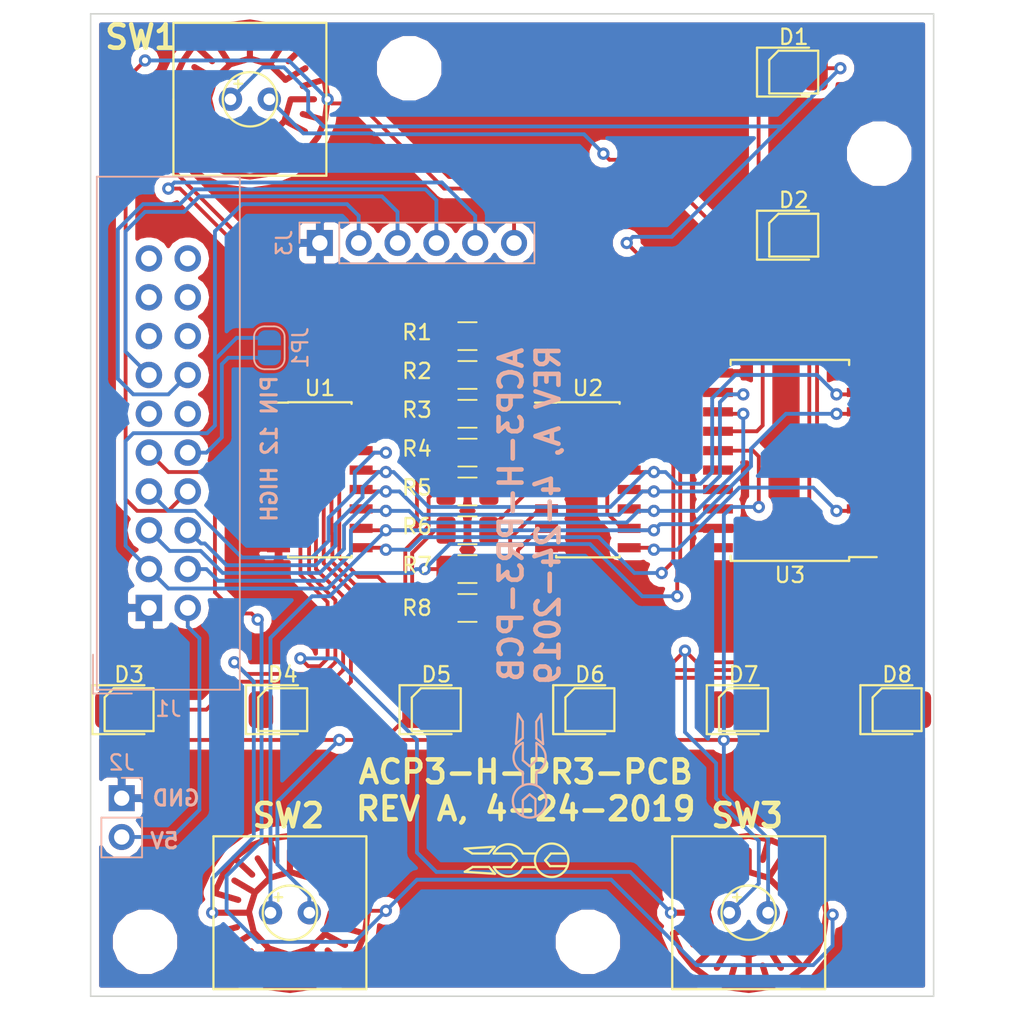
<source format=kicad_pcb>
(kicad_pcb (version 20171130) (host pcbnew "(5.0.0)")

  (general
    (thickness 1.6)
    (drawings 9)
    (tracks 520)
    (zones 0)
    (modules 32)
    (nets 58)
  )

  (page A4)
  (layers
    (0 F.Cu signal)
    (31 B.Cu signal)
    (32 B.Adhes user)
    (33 F.Adhes user)
    (34 B.Paste user)
    (35 F.Paste user)
    (36 B.SilkS user)
    (37 F.SilkS user)
    (38 B.Mask user)
    (39 F.Mask user)
    (40 Dwgs.User user)
    (41 Cmts.User user)
    (42 Eco1.User user)
    (43 Eco2.User user)
    (44 Edge.Cuts user)
    (45 Margin user)
    (46 B.CrtYd user)
    (47 F.CrtYd user)
    (48 B.Fab user)
    (49 F.Fab user)
  )

  (setup
    (last_trace_width 0.25)
    (trace_clearance 0.2)
    (zone_clearance 0.508)
    (zone_45_only no)
    (trace_min 0.2)
    (segment_width 0.2)
    (edge_width 0.1)
    (via_size 0.8)
    (via_drill 0.4)
    (via_min_size 0.4)
    (via_min_drill 0.3)
    (uvia_size 0.3)
    (uvia_drill 0.1)
    (uvias_allowed no)
    (uvia_min_size 0.2)
    (uvia_min_drill 0.1)
    (pcb_text_width 0.3)
    (pcb_text_size 1.5 1.5)
    (mod_edge_width 0.15)
    (mod_text_size 1 1)
    (mod_text_width 0.15)
    (pad_size 1.5 1.5)
    (pad_drill 0.6)
    (pad_to_mask_clearance 0.0508)
    (aux_axis_origin 0 0)
    (visible_elements FFFFFF7F)
    (pcbplotparams
      (layerselection 0x010fc_ffffffff)
      (usegerberextensions false)
      (usegerberattributes false)
      (usegerberadvancedattributes false)
      (creategerberjobfile false)
      (excludeedgelayer true)
      (linewidth 0.254000)
      (plotframeref false)
      (viasonmask false)
      (mode 1)
      (useauxorigin false)
      (hpglpennumber 1)
      (hpglpenspeed 20)
      (hpglpendiameter 15.000000)
      (psnegative false)
      (psa4output false)
      (plotreference true)
      (plotvalue true)
      (plotinvisibletext false)
      (padsonsilk false)
      (subtractmaskfromsilk false)
      (outputformat 1)
      (mirror false)
      (drillshape 1)
      (scaleselection 1)
      (outputdirectory ""))
  )

  (net 0 "")
  (net 1 D2)
  (net 2 LG)
  (net 3 LH)
  (net 4 D5)
  (net 5 LA)
  (net 6 LB)
  (net 7 LC)
  (net 8 LD)
  (net 9 LE)
  (net 10 LF)
  (net 11 GND)
  (net 12 5V)
  (net 13 VCC)
  (net 14 SRCLK)
  (net 15 RCLK)
  (net 16 OE)
  (net 17 SER)
  (net 18 10)
  (net 19 11)
  (net 20 "Net-(J1-Pad10)")
  (net 21 14)
  (net 22 15)
  (net 23 16)
  (net 24 17)
  (net 25 18)
  (net 26 19)
  (net 27 20)
  (net 28 21)
  (net 29 22)
  (net 30 23)
  (net 31 BH)
  (net 32 "Net-(R1-Pad2)")
  (net 33 "Net-(R2-Pad2)")
  (net 34 "Net-(R3-Pad2)")
  (net 35 "Net-(R4-Pad2)")
  (net 36 "Net-(R5-Pad2)")
  (net 37 "Net-(R6-Pad2)")
  (net 38 "Net-(R7-Pad2)")
  (net 39 "Net-(R8-Pad2)")
  (net 40 D4)
  (net 41 BG)
  (net 42 BA)
  (net 43 "Net-(U1-Pad9)")
  (net 44 BF)
  (net 45 BE)
  (net 46 BD)
  (net 47 BC)
  (net 48 BB)
  (net 49 "Net-(U2-Pad9)")
  (net 50 "Net-(U3-Pad1)")
  (net 51 D0)
  (net 52 D1)
  (net 53 D3)
  (net 54 D6)
  (net 55 D7)
  (net 56 "Net-(U3-Pad18)")
  (net 57 "Net-(U3-Pad20)")

  (net_class Default "This is the default net class."
    (clearance 0.2)
    (trace_width 0.25)
    (via_dia 0.8)
    (via_drill 0.4)
    (uvia_dia 0.3)
    (uvia_drill 0.1)
    (add_net 10)
    (add_net 11)
    (add_net 14)
    (add_net 15)
    (add_net 16)
    (add_net 17)
    (add_net 18)
    (add_net 19)
    (add_net 20)
    (add_net 21)
    (add_net 22)
    (add_net 23)
    (add_net 5V)
    (add_net BA)
    (add_net BB)
    (add_net BC)
    (add_net BD)
    (add_net BE)
    (add_net BF)
    (add_net BG)
    (add_net BH)
    (add_net D0)
    (add_net D1)
    (add_net D2)
    (add_net D3)
    (add_net D4)
    (add_net D5)
    (add_net D6)
    (add_net D7)
    (add_net GND)
    (add_net LA)
    (add_net LB)
    (add_net LC)
    (add_net LD)
    (add_net LE)
    (add_net LF)
    (add_net LG)
    (add_net LH)
    (add_net "Net-(J1-Pad10)")
    (add_net "Net-(R1-Pad2)")
    (add_net "Net-(R2-Pad2)")
    (add_net "Net-(R3-Pad2)")
    (add_net "Net-(R4-Pad2)")
    (add_net "Net-(R5-Pad2)")
    (add_net "Net-(R6-Pad2)")
    (add_net "Net-(R7-Pad2)")
    (add_net "Net-(R8-Pad2)")
    (add_net "Net-(U1-Pad9)")
    (add_net "Net-(U2-Pad9)")
    (add_net "Net-(U3-Pad1)")
    (add_net "Net-(U3-Pad18)")
    (add_net "Net-(U3-Pad20)")
    (add_net OE)
    (add_net RCLK)
    (add_net SER)
    (add_net SRCLK)
    (add_net VCC)
  )

  (module AOR_custom:AOR_LOGO (layer F.Cu) (tedit 5C26ADAA) (tstamp 5CC19891)
    (at 153.924 98.552)
    (fp_text reference G*** (at 0 0) (layer F.SilkS) hide
      (effects (font (size 1.524 1.524) (thickness 0.3)))
    )
    (fp_text value AOR_LOGO (at 0.75 0) (layer F.SilkS) hide
      (effects (font (size 1.524 1.524) (thickness 0.3)))
    )
    (fp_circle (center 2.205821 0) (end 3.285321 0.1905) (layer F.SilkS) (width 0.15))
    (fp_arc (start -0.622642 0) (end -1.575141 0.444499) (angle -128.4180553) (layer F.SilkS) (width 0.15))
    (fp_arc (start -0.635 0) (end -1.587499 -0.444499) (angle 128.4180553) (layer F.SilkS) (width 0.15))
    (fp_line (start -1.5875 -0.4445) (end -0.4445 -0.4445) (layer F.SilkS) (width 0.15))
    (fp_line (start -0.4445 -0.4445) (end -0.0635 0) (layer F.SilkS) (width 0.15))
    (fp_line (start -0.0635 0) (end -0.4445 0.4445) (layer F.SilkS) (width 0.15))
    (fp_line (start -0.4445 0.4445) (end -1.5875 0.4445) (layer F.SilkS) (width 0.15))
    (fp_line (start 0.3175 -0.4445) (end 1.2065 -0.4445) (layer F.SilkS) (width 0.15))
    (fp_line (start 0.3175 0.4445) (end 1.2065 0.4445) (layer F.SilkS) (width 0.15))
    (fp_line (start 1.778 0) (end 2.159 -0.4445) (layer F.SilkS) (width 0.15))
    (fp_line (start 2.159 -0.4445) (end 3.175 -0.4445) (layer F.SilkS) (width 0.15))
    (fp_line (start 1.778 0) (end 2.0955 0.381) (layer F.SilkS) (width 0.15))
    (fp_line (start 2.0955 0.381) (end 3.2385 0.381) (layer F.SilkS) (width 0.15))
    (fp_line (start -1.905 -0.4445) (end -2.9845 -0.4445) (layer F.SilkS) (width 0.15))
    (fp_line (start -2.9845 -0.4445) (end -3.4925 -0.762) (layer F.SilkS) (width 0.15))
    (fp_line (start -3.4925 -0.762) (end -1.524 -0.889) (layer F.SilkS) (width 0.15))
    (fp_line (start -1.524 -0.889) (end -1.905 -0.4445) (layer F.SilkS) (width 0.15))
    (fp_line (start -1.505128 0.88103) (end -1.886128 0.43653) (layer F.SilkS) (width 0.15))
    (fp_line (start -1.886128 0.43653) (end -2.965628 0.43653) (layer F.SilkS) (width 0.15))
    (fp_line (start -3.473628 0.75403) (end -1.505128 0.88103) (layer F.SilkS) (width 0.15))
    (fp_line (start -2.965628 0.43653) (end -3.473628 0.75403) (layer F.SilkS) (width 0.15))
  )

  (module MountingHole:MountingHole_3.2mm_M3 (layer F.Cu) (tedit 5CC11819) (tstamp 5CC1734F)
    (at 177.546 52.324)
    (descr "Mounting Hole 3.2mm, no annular, M3")
    (tags "mounting hole 3.2mm no annular m3")
    (attr virtual)
    (fp_text reference "" (at 0 -4.2) (layer F.SilkS)
      (effects (font (size 1 1) (thickness 0.15)))
    )
    (fp_text value MountingHole_3.2mm_M3 (at 0 4.2) (layer F.Fab)
      (effects (font (size 1 1) (thickness 0.15)))
    )
    (fp_circle (center 0 0) (end 3.45 0) (layer F.CrtYd) (width 0.05))
    (fp_circle (center 0 0) (end 3.2 0) (layer Cmts.User) (width 0.15))
    (fp_text user %R (at 0.3 0) (layer F.Fab)
      (effects (font (size 1 1) (thickness 0.15)))
    )
    (pad 1 np_thru_hole circle (at 0 0) (size 3.2 3.2) (drill 3.2) (layers *.Cu *.Mask))
  )

  (module MountingHole:MountingHole_3.2mm_M3 (layer F.Cu) (tedit 5CC11819) (tstamp 5CC17341)
    (at 146.812 46.736)
    (descr "Mounting Hole 3.2mm, no annular, M3")
    (tags "mounting hole 3.2mm no annular m3")
    (attr virtual)
    (fp_text reference "" (at 0 -4.2) (layer F.SilkS)
      (effects (font (size 1 1) (thickness 0.15)))
    )
    (fp_text value MountingHole_3.2mm_M3 (at 0 4.2) (layer F.Fab)
      (effects (font (size 1 1) (thickness 0.15)))
    )
    (fp_text user %R (at 0.3 0) (layer F.Fab)
      (effects (font (size 1 1) (thickness 0.15)))
    )
    (fp_circle (center 0 0) (end 3.2 0) (layer Cmts.User) (width 0.15))
    (fp_circle (center 0 0) (end 3.45 0) (layer F.CrtYd) (width 0.05))
    (pad 1 np_thru_hole circle (at 0 0) (size 3.2 3.2) (drill 3.2) (layers *.Cu *.Mask))
  )

  (module MountingHole:MountingHole_3.2mm_M3 (layer F.Cu) (tedit 5CC11819) (tstamp 5CC1732A)
    (at 158.496 103.886)
    (descr "Mounting Hole 3.2mm, no annular, M3")
    (tags "mounting hole 3.2mm no annular m3")
    (attr virtual)
    (fp_text reference "" (at 0 -4.2) (layer F.SilkS)
      (effects (font (size 1 1) (thickness 0.15)))
    )
    (fp_text value MountingHole_3.2mm_M3 (at 0 4.2) (layer F.Fab)
      (effects (font (size 1 1) (thickness 0.15)))
    )
    (fp_text user %R (at 0.3 0) (layer F.Fab)
      (effects (font (size 1 1) (thickness 0.15)))
    )
    (fp_circle (center 0 0) (end 3.2 0) (layer Cmts.User) (width 0.15))
    (fp_circle (center 0 0) (end 3.45 0) (layer F.CrtYd) (width 0.05))
    (pad 1 np_thru_hole circle (at 0 0) (size 3.2 3.2) (drill 3.2) (layers *.Cu *.Mask))
  )

  (module "AOR_custom:WL-SMTW SMD LED" (layer F.Cu) (tedit 5C2849BC) (tstamp 5CC121E8)
    (at 171.956 46.99)
    (path /5CBC0DC6)
    (fp_text reference D1 (at 0 -2.3) (layer F.SilkS)
      (effects (font (size 1 1) (thickness 0.15)))
    )
    (fp_text value LED (at 0.1 2.5) (layer F.Fab)
      (effects (font (size 1 1) (thickness 0.15)))
    )
    (fp_line (start -1.6 1.4) (end 1.6 1.4) (layer F.SilkS) (width 0.15))
    (fp_line (start 1.6 1.4) (end 1.6 -1.4) (layer F.SilkS) (width 0.15))
    (fp_line (start -1.6 -0.8) (end -1 -1.4) (layer F.SilkS) (width 0.15))
    (fp_line (start -1 -1.4) (end 1.6 -1.4) (layer F.SilkS) (width 0.15))
    (fp_line (start -1.6 1.4) (end -1.6 -0.8) (layer F.SilkS) (width 0.15))
    (fp_line (start 1 -1.6) (end -2.4 -1.6) (layer F.SilkS) (width 0.15))
    (fp_line (start -2.4 -1.6) (end -2.4 1.6) (layer F.SilkS) (width 0.15))
    (fp_line (start -2.4 1.6) (end 1 1.6) (layer F.SilkS) (width 0.15))
    (pad 1 smd roundrect (at -1.425 0) (size 1.6 2.4) (layers F.Cu F.Paste F.Mask) (roundrect_rratio 0.25)
      (net 1 D2))
    (pad 2 smd roundrect (at 1.425 0) (size 1.6 2.4) (layers F.Cu F.Paste F.Mask) (roundrect_rratio 0.25)
      (net 2 LG))
  )

  (module "AOR_custom:WL-SMTW SMD LED" (layer F.Cu) (tedit 5C2849BC) (tstamp 5CC121F6)
    (at 171.956 57.658)
    (path /5CBC0EB2)
    (fp_text reference D2 (at 0 -2.3) (layer F.SilkS)
      (effects (font (size 1 1) (thickness 0.15)))
    )
    (fp_text value LED (at 0.1 2.5) (layer F.Fab)
      (effects (font (size 1 1) (thickness 0.15)))
    )
    (fp_line (start -2.4 1.6) (end 1 1.6) (layer F.SilkS) (width 0.15))
    (fp_line (start -2.4 -1.6) (end -2.4 1.6) (layer F.SilkS) (width 0.15))
    (fp_line (start 1 -1.6) (end -2.4 -1.6) (layer F.SilkS) (width 0.15))
    (fp_line (start -1.6 1.4) (end -1.6 -0.8) (layer F.SilkS) (width 0.15))
    (fp_line (start -1 -1.4) (end 1.6 -1.4) (layer F.SilkS) (width 0.15))
    (fp_line (start -1.6 -0.8) (end -1 -1.4) (layer F.SilkS) (width 0.15))
    (fp_line (start 1.6 1.4) (end 1.6 -1.4) (layer F.SilkS) (width 0.15))
    (fp_line (start -1.6 1.4) (end 1.6 1.4) (layer F.SilkS) (width 0.15))
    (pad 2 smd roundrect (at 1.425 0) (size 1.6 2.4) (layers F.Cu F.Paste F.Mask) (roundrect_rratio 0.25)
      (net 3 LH))
    (pad 1 smd roundrect (at -1.425 0) (size 1.6 2.4) (layers F.Cu F.Paste F.Mask) (roundrect_rratio 0.25)
      (net 1 D2))
  )

  (module "AOR_custom:WL-SMTW SMD LED" (layer F.Cu) (tedit 5C2849BC) (tstamp 5CC12204)
    (at 128.4986 88.6968)
    (path /5CBBED58)
    (fp_text reference D3 (at 0 -2.3) (layer F.SilkS)
      (effects (font (size 1 1) (thickness 0.15)))
    )
    (fp_text value LED (at 0.1 2.5) (layer F.Fab)
      (effects (font (size 1 1) (thickness 0.15)))
    )
    (fp_line (start -1.6 1.4) (end 1.6 1.4) (layer F.SilkS) (width 0.15))
    (fp_line (start 1.6 1.4) (end 1.6 -1.4) (layer F.SilkS) (width 0.15))
    (fp_line (start -1.6 -0.8) (end -1 -1.4) (layer F.SilkS) (width 0.15))
    (fp_line (start -1 -1.4) (end 1.6 -1.4) (layer F.SilkS) (width 0.15))
    (fp_line (start -1.6 1.4) (end -1.6 -0.8) (layer F.SilkS) (width 0.15))
    (fp_line (start 1 -1.6) (end -2.4 -1.6) (layer F.SilkS) (width 0.15))
    (fp_line (start -2.4 -1.6) (end -2.4 1.6) (layer F.SilkS) (width 0.15))
    (fp_line (start -2.4 1.6) (end 1 1.6) (layer F.SilkS) (width 0.15))
    (pad 1 smd roundrect (at -1.425 0) (size 1.6 2.4) (layers F.Cu F.Paste F.Mask) (roundrect_rratio 0.25)
      (net 4 D5))
    (pad 2 smd roundrect (at 1.425 0) (size 1.6 2.4) (layers F.Cu F.Paste F.Mask) (roundrect_rratio 0.25)
      (net 5 LA))
  )

  (module "AOR_custom:WL-SMTW SMD LED" (layer F.Cu) (tedit 5C2849BC) (tstamp 5CC12212)
    (at 138.54176 88.6968)
    (path /5CBBEEAB)
    (fp_text reference D4 (at 0 -2.3) (layer F.SilkS)
      (effects (font (size 1 1) (thickness 0.15)))
    )
    (fp_text value LED (at 0.1 2.5) (layer F.Fab)
      (effects (font (size 1 1) (thickness 0.15)))
    )
    (fp_line (start -2.4 1.6) (end 1 1.6) (layer F.SilkS) (width 0.15))
    (fp_line (start -2.4 -1.6) (end -2.4 1.6) (layer F.SilkS) (width 0.15))
    (fp_line (start 1 -1.6) (end -2.4 -1.6) (layer F.SilkS) (width 0.15))
    (fp_line (start -1.6 1.4) (end -1.6 -0.8) (layer F.SilkS) (width 0.15))
    (fp_line (start -1 -1.4) (end 1.6 -1.4) (layer F.SilkS) (width 0.15))
    (fp_line (start -1.6 -0.8) (end -1 -1.4) (layer F.SilkS) (width 0.15))
    (fp_line (start 1.6 1.4) (end 1.6 -1.4) (layer F.SilkS) (width 0.15))
    (fp_line (start -1.6 1.4) (end 1.6 1.4) (layer F.SilkS) (width 0.15))
    (pad 2 smd roundrect (at 1.425 0) (size 1.6 2.4) (layers F.Cu F.Paste F.Mask) (roundrect_rratio 0.25)
      (net 6 LB))
    (pad 1 smd roundrect (at -1.425 0) (size 1.6 2.4) (layers F.Cu F.Paste F.Mask) (roundrect_rratio 0.25)
      (net 4 D5))
  )

  (module "AOR_custom:WL-SMTW SMD LED" (layer F.Cu) (tedit 5C2849BC) (tstamp 5CC12220)
    (at 148.58492 88.6968)
    (path /5CBBEF60)
    (fp_text reference D5 (at 0 -2.3) (layer F.SilkS)
      (effects (font (size 1 1) (thickness 0.15)))
    )
    (fp_text value LED (at 0.1 2.5) (layer F.Fab)
      (effects (font (size 1 1) (thickness 0.15)))
    )
    (fp_line (start -1.6 1.4) (end 1.6 1.4) (layer F.SilkS) (width 0.15))
    (fp_line (start 1.6 1.4) (end 1.6 -1.4) (layer F.SilkS) (width 0.15))
    (fp_line (start -1.6 -0.8) (end -1 -1.4) (layer F.SilkS) (width 0.15))
    (fp_line (start -1 -1.4) (end 1.6 -1.4) (layer F.SilkS) (width 0.15))
    (fp_line (start -1.6 1.4) (end -1.6 -0.8) (layer F.SilkS) (width 0.15))
    (fp_line (start 1 -1.6) (end -2.4 -1.6) (layer F.SilkS) (width 0.15))
    (fp_line (start -2.4 -1.6) (end -2.4 1.6) (layer F.SilkS) (width 0.15))
    (fp_line (start -2.4 1.6) (end 1 1.6) (layer F.SilkS) (width 0.15))
    (pad 1 smd roundrect (at -1.425 0) (size 1.6 2.4) (layers F.Cu F.Paste F.Mask) (roundrect_rratio 0.25)
      (net 4 D5))
    (pad 2 smd roundrect (at 1.425 0) (size 1.6 2.4) (layers F.Cu F.Paste F.Mask) (roundrect_rratio 0.25)
      (net 7 LC))
  )

  (module "AOR_custom:WL-SMTW SMD LED" (layer F.Cu) (tedit 5C2849BC) (tstamp 5CC1222E)
    (at 158.62808 88.6968)
    (path /5CBBF01C)
    (fp_text reference D6 (at 0 -2.3) (layer F.SilkS)
      (effects (font (size 1 1) (thickness 0.15)))
    )
    (fp_text value LED (at 0.1 2.5) (layer F.Fab)
      (effects (font (size 1 1) (thickness 0.15)))
    )
    (fp_line (start -2.4 1.6) (end 1 1.6) (layer F.SilkS) (width 0.15))
    (fp_line (start -2.4 -1.6) (end -2.4 1.6) (layer F.SilkS) (width 0.15))
    (fp_line (start 1 -1.6) (end -2.4 -1.6) (layer F.SilkS) (width 0.15))
    (fp_line (start -1.6 1.4) (end -1.6 -0.8) (layer F.SilkS) (width 0.15))
    (fp_line (start -1 -1.4) (end 1.6 -1.4) (layer F.SilkS) (width 0.15))
    (fp_line (start -1.6 -0.8) (end -1 -1.4) (layer F.SilkS) (width 0.15))
    (fp_line (start 1.6 1.4) (end 1.6 -1.4) (layer F.SilkS) (width 0.15))
    (fp_line (start -1.6 1.4) (end 1.6 1.4) (layer F.SilkS) (width 0.15))
    (pad 2 smd roundrect (at 1.425 0) (size 1.6 2.4) (layers F.Cu F.Paste F.Mask) (roundrect_rratio 0.25)
      (net 8 LD))
    (pad 1 smd roundrect (at -1.425 0) (size 1.6 2.4) (layers F.Cu F.Paste F.Mask) (roundrect_rratio 0.25)
      (net 4 D5))
  )

  (module "AOR_custom:WL-SMTW SMD LED" (layer F.Cu) (tedit 5C2849BC) (tstamp 5CC1223C)
    (at 168.67124 88.6968)
    (path /5CBBF0DF)
    (fp_text reference D7 (at 0 -2.3) (layer F.SilkS)
      (effects (font (size 1 1) (thickness 0.15)))
    )
    (fp_text value LED (at 0.1 2.5) (layer F.Fab)
      (effects (font (size 1 1) (thickness 0.15)))
    )
    (fp_line (start -1.6 1.4) (end 1.6 1.4) (layer F.SilkS) (width 0.15))
    (fp_line (start 1.6 1.4) (end 1.6 -1.4) (layer F.SilkS) (width 0.15))
    (fp_line (start -1.6 -0.8) (end -1 -1.4) (layer F.SilkS) (width 0.15))
    (fp_line (start -1 -1.4) (end 1.6 -1.4) (layer F.SilkS) (width 0.15))
    (fp_line (start -1.6 1.4) (end -1.6 -0.8) (layer F.SilkS) (width 0.15))
    (fp_line (start 1 -1.6) (end -2.4 -1.6) (layer F.SilkS) (width 0.15))
    (fp_line (start -2.4 -1.6) (end -2.4 1.6) (layer F.SilkS) (width 0.15))
    (fp_line (start -2.4 1.6) (end 1 1.6) (layer F.SilkS) (width 0.15))
    (pad 1 smd roundrect (at -1.425 0) (size 1.6 2.4) (layers F.Cu F.Paste F.Mask) (roundrect_rratio 0.25)
      (net 4 D5))
    (pad 2 smd roundrect (at 1.425 0) (size 1.6 2.4) (layers F.Cu F.Paste F.Mask) (roundrect_rratio 0.25)
      (net 9 LE))
  )

  (module "AOR_custom:WL-SMTW SMD LED" (layer F.Cu) (tedit 5C2849BC) (tstamp 5CC1224A)
    (at 178.7144 88.6968)
    (path /5CBBF313)
    (fp_text reference D8 (at 0 -2.3) (layer F.SilkS)
      (effects (font (size 1 1) (thickness 0.15)))
    )
    (fp_text value LED (at 0.1 2.5) (layer F.Fab)
      (effects (font (size 1 1) (thickness 0.15)))
    )
    (fp_line (start -2.4 1.6) (end 1 1.6) (layer F.SilkS) (width 0.15))
    (fp_line (start -2.4 -1.6) (end -2.4 1.6) (layer F.SilkS) (width 0.15))
    (fp_line (start 1 -1.6) (end -2.4 -1.6) (layer F.SilkS) (width 0.15))
    (fp_line (start -1.6 1.4) (end -1.6 -0.8) (layer F.SilkS) (width 0.15))
    (fp_line (start -1 -1.4) (end 1.6 -1.4) (layer F.SilkS) (width 0.15))
    (fp_line (start -1.6 -0.8) (end -1 -1.4) (layer F.SilkS) (width 0.15))
    (fp_line (start 1.6 1.4) (end 1.6 -1.4) (layer F.SilkS) (width 0.15))
    (fp_line (start -1.6 1.4) (end 1.6 1.4) (layer F.SilkS) (width 0.15))
    (pad 2 smd roundrect (at 1.425 0) (size 1.6 2.4) (layers F.Cu F.Paste F.Mask) (roundrect_rratio 0.25)
      (net 10 LF))
    (pad 1 smd roundrect (at -1.425 0) (size 1.6 2.4) (layers F.Cu F.Paste F.Mask) (roundrect_rratio 0.25)
      (net 4 D5))
  )

  (module Connector_IDC:IDC-Header_2x10_P2.54mm_Vertical (layer B.Cu) (tedit 59DE0251) (tstamp 5CC1227C)
    (at 129.794 82.042)
    (descr "Through hole straight IDC box header, 2x10, 2.54mm pitch, double rows")
    (tags "Through hole IDC box header THT 2x10 2.54mm double row")
    (path /5CBBCD35)
    (fp_text reference J1 (at 1.27 6.604) (layer B.SilkS)
      (effects (font (size 1 1) (thickness 0.15)) (justify mirror))
    )
    (fp_text value Conn_01x20 (at 1.27 -29.464) (layer B.Fab)
      (effects (font (size 1 1) (thickness 0.15)) (justify mirror))
    )
    (fp_text user %R (at 1.27 -11.43) (layer B.Fab)
      (effects (font (size 1 1) (thickness 0.15)) (justify mirror))
    )
    (fp_line (start 5.695 5.1) (end 5.695 -27.96) (layer B.Fab) (width 0.1))
    (fp_line (start 5.145 4.56) (end 5.145 -27.4) (layer B.Fab) (width 0.1))
    (fp_line (start -3.155 5.1) (end -3.155 -27.96) (layer B.Fab) (width 0.1))
    (fp_line (start -2.605 4.56) (end -2.605 -9.18) (layer B.Fab) (width 0.1))
    (fp_line (start -2.605 -13.68) (end -2.605 -27.4) (layer B.Fab) (width 0.1))
    (fp_line (start -2.605 -9.18) (end -3.155 -9.18) (layer B.Fab) (width 0.1))
    (fp_line (start -2.605 -13.68) (end -3.155 -13.68) (layer B.Fab) (width 0.1))
    (fp_line (start 5.695 5.1) (end -3.155 5.1) (layer B.Fab) (width 0.1))
    (fp_line (start 5.145 4.56) (end -2.605 4.56) (layer B.Fab) (width 0.1))
    (fp_line (start 5.695 -27.96) (end -3.155 -27.96) (layer B.Fab) (width 0.1))
    (fp_line (start 5.145 -27.4) (end -2.605 -27.4) (layer B.Fab) (width 0.1))
    (fp_line (start 5.695 5.1) (end 5.145 4.56) (layer B.Fab) (width 0.1))
    (fp_line (start 5.695 -27.96) (end 5.145 -27.4) (layer B.Fab) (width 0.1))
    (fp_line (start -3.155 5.1) (end -2.605 4.56) (layer B.Fab) (width 0.1))
    (fp_line (start -3.155 -27.96) (end -2.605 -27.4) (layer B.Fab) (width 0.1))
    (fp_line (start 5.95 5.35) (end 5.95 -28.21) (layer B.CrtYd) (width 0.05))
    (fp_line (start 5.95 -28.21) (end -3.41 -28.21) (layer B.CrtYd) (width 0.05))
    (fp_line (start -3.41 -28.21) (end -3.41 5.35) (layer B.CrtYd) (width 0.05))
    (fp_line (start -3.41 5.35) (end 5.95 5.35) (layer B.CrtYd) (width 0.05))
    (fp_line (start 5.945 5.35) (end 5.945 -28.21) (layer B.SilkS) (width 0.12))
    (fp_line (start 5.945 -28.21) (end -3.405 -28.21) (layer B.SilkS) (width 0.12))
    (fp_line (start -3.405 -28.21) (end -3.405 5.35) (layer B.SilkS) (width 0.12))
    (fp_line (start -3.405 5.35) (end 5.945 5.35) (layer B.SilkS) (width 0.12))
    (fp_line (start -3.655 5.6) (end -3.655 3.06) (layer B.SilkS) (width 0.12))
    (fp_line (start -3.655 5.6) (end -1.115 5.6) (layer B.SilkS) (width 0.12))
    (pad 1 thru_hole rect (at 0 0) (size 1.7272 1.7272) (drill 1.016) (layers *.Cu *.Mask)
      (net 11 GND))
    (pad 2 thru_hole oval (at 2.54 0) (size 1.7272 1.7272) (drill 1.016) (layers *.Cu *.Mask)
      (net 12 5V))
    (pad 3 thru_hole oval (at 0 -2.54) (size 1.7272 1.7272) (drill 1.016) (layers *.Cu *.Mask)
      (net 13 VCC))
    (pad 4 thru_hole oval (at 2.54 -2.54) (size 1.7272 1.7272) (drill 1.016) (layers *.Cu *.Mask)
      (net 14 SRCLK))
    (pad 5 thru_hole oval (at 0 -5.08) (size 1.7272 1.7272) (drill 1.016) (layers *.Cu *.Mask)
      (net 15 RCLK))
    (pad 6 thru_hole oval (at 2.54 -5.08) (size 1.7272 1.7272) (drill 1.016) (layers *.Cu *.Mask)
      (net 16 OE))
    (pad 7 thru_hole oval (at 0 -7.62) (size 1.7272 1.7272) (drill 1.016) (layers *.Cu *.Mask)
      (net 17 SER))
    (pad 8 thru_hole oval (at 2.54 -7.62) (size 1.7272 1.7272) (drill 1.016) (layers *.Cu *.Mask)
      (net 18 10))
    (pad 9 thru_hole oval (at 0 -10.16) (size 1.7272 1.7272) (drill 1.016) (layers *.Cu *.Mask)
      (net 19 11))
    (pad 10 thru_hole oval (at 2.54 -10.16) (size 1.7272 1.7272) (drill 1.016) (layers *.Cu *.Mask)
      (net 20 "Net-(J1-Pad10)"))
    (pad 11 thru_hole oval (at 0 -12.7) (size 1.7272 1.7272) (drill 1.016) (layers *.Cu *.Mask)
      (net 21 14))
    (pad 12 thru_hole oval (at 2.54 -12.7) (size 1.7272 1.7272) (drill 1.016) (layers *.Cu *.Mask)
      (net 22 15))
    (pad 13 thru_hole oval (at 0 -15.24) (size 1.7272 1.7272) (drill 1.016) (layers *.Cu *.Mask)
      (net 23 16))
    (pad 14 thru_hole oval (at 2.54 -15.24) (size 1.7272 1.7272) (drill 1.016) (layers *.Cu *.Mask)
      (net 24 17))
    (pad 15 thru_hole oval (at 0 -17.78) (size 1.7272 1.7272) (drill 1.016) (layers *.Cu *.Mask)
      (net 25 18))
    (pad 16 thru_hole oval (at 2.54 -17.78) (size 1.7272 1.7272) (drill 1.016) (layers *.Cu *.Mask)
      (net 26 19))
    (pad 17 thru_hole oval (at 0 -20.32) (size 1.7272 1.7272) (drill 1.016) (layers *.Cu *.Mask)
      (net 27 20))
    (pad 18 thru_hole oval (at 2.54 -20.32) (size 1.7272 1.7272) (drill 1.016) (layers *.Cu *.Mask)
      (net 28 21))
    (pad 19 thru_hole oval (at 0 -22.86) (size 1.7272 1.7272) (drill 1.016) (layers *.Cu *.Mask)
      (net 29 22))
    (pad 20 thru_hole oval (at 2.54 -22.86) (size 1.7272 1.7272) (drill 1.016) (layers *.Cu *.Mask)
      (net 30 23))
    (model ${KISYS3DMOD}/Connector_IDC.3dshapes/IDC-Header_2x10_P2.54mm_Vertical.wrl
      (at (xyz 0 0 0))
      (scale (xyz 1 1 1))
      (rotate (xyz 0 0 0))
    )
  )

  (module Connector_PinHeader_2.54mm:PinHeader_1x02_P2.54mm_Vertical (layer B.Cu) (tedit 59FED5CC) (tstamp 5CC12292)
    (at 128.016 94.488 180)
    (descr "Through hole straight pin header, 1x02, 2.54mm pitch, single row")
    (tags "Through hole pin header THT 1x02 2.54mm single row")
    (path /5CBBD41A)
    (fp_text reference J2 (at 0 2.33 180) (layer B.SilkS)
      (effects (font (size 1 1) (thickness 0.15)) (justify mirror))
    )
    (fp_text value Conn_01x02 (at 0 -4.87 180) (layer B.Fab)
      (effects (font (size 1 1) (thickness 0.15)) (justify mirror))
    )
    (fp_line (start -0.635 1.27) (end 1.27 1.27) (layer B.Fab) (width 0.1))
    (fp_line (start 1.27 1.27) (end 1.27 -3.81) (layer B.Fab) (width 0.1))
    (fp_line (start 1.27 -3.81) (end -1.27 -3.81) (layer B.Fab) (width 0.1))
    (fp_line (start -1.27 -3.81) (end -1.27 0.635) (layer B.Fab) (width 0.1))
    (fp_line (start -1.27 0.635) (end -0.635 1.27) (layer B.Fab) (width 0.1))
    (fp_line (start -1.33 -3.87) (end 1.33 -3.87) (layer B.SilkS) (width 0.12))
    (fp_line (start -1.33 -1.27) (end -1.33 -3.87) (layer B.SilkS) (width 0.12))
    (fp_line (start 1.33 -1.27) (end 1.33 -3.87) (layer B.SilkS) (width 0.12))
    (fp_line (start -1.33 -1.27) (end 1.33 -1.27) (layer B.SilkS) (width 0.12))
    (fp_line (start -1.33 0) (end -1.33 1.33) (layer B.SilkS) (width 0.12))
    (fp_line (start -1.33 1.33) (end 0 1.33) (layer B.SilkS) (width 0.12))
    (fp_line (start -1.8 1.8) (end -1.8 -4.35) (layer B.CrtYd) (width 0.05))
    (fp_line (start -1.8 -4.35) (end 1.8 -4.35) (layer B.CrtYd) (width 0.05))
    (fp_line (start 1.8 -4.35) (end 1.8 1.8) (layer B.CrtYd) (width 0.05))
    (fp_line (start 1.8 1.8) (end -1.8 1.8) (layer B.CrtYd) (width 0.05))
    (fp_text user %R (at 0 -1.27 90) (layer B.Fab)
      (effects (font (size 1 1) (thickness 0.15)) (justify mirror))
    )
    (pad 1 thru_hole rect (at 0 0 180) (size 1.7 1.7) (drill 1) (layers *.Cu *.Mask)
      (net 11 GND))
    (pad 2 thru_hole oval (at 0 -2.54 180) (size 1.7 1.7) (drill 1) (layers *.Cu *.Mask)
      (net 12 5V))
    (model ${KISYS3DMOD}/Connector_PinHeader_2.54mm.3dshapes/PinHeader_1x02_P2.54mm_Vertical.wrl
      (at (xyz 0 0 0))
      (scale (xyz 1 1 1))
      (rotate (xyz 0 0 0))
    )
  )

  (module Connector_PinHeader_2.54mm:PinHeader_1x06_P2.54mm_Vertical (layer B.Cu) (tedit 59FED5CC) (tstamp 5CC122AC)
    (at 140.97 58.166 270)
    (descr "Through hole straight pin header, 1x06, 2.54mm pitch, single row")
    (tags "Through hole pin header THT 1x06 2.54mm single row")
    (path /5CC14918)
    (fp_text reference J3 (at 0 2.33 270) (layer B.SilkS)
      (effects (font (size 1 1) (thickness 0.15)) (justify mirror))
    )
    (fp_text value Conn_01x06 (at 0 -15.03 270) (layer B.Fab)
      (effects (font (size 1 1) (thickness 0.15)) (justify mirror))
    )
    (fp_line (start -0.635 1.27) (end 1.27 1.27) (layer B.Fab) (width 0.1))
    (fp_line (start 1.27 1.27) (end 1.27 -13.97) (layer B.Fab) (width 0.1))
    (fp_line (start 1.27 -13.97) (end -1.27 -13.97) (layer B.Fab) (width 0.1))
    (fp_line (start -1.27 -13.97) (end -1.27 0.635) (layer B.Fab) (width 0.1))
    (fp_line (start -1.27 0.635) (end -0.635 1.27) (layer B.Fab) (width 0.1))
    (fp_line (start -1.33 -14.03) (end 1.33 -14.03) (layer B.SilkS) (width 0.12))
    (fp_line (start -1.33 -1.27) (end -1.33 -14.03) (layer B.SilkS) (width 0.12))
    (fp_line (start 1.33 -1.27) (end 1.33 -14.03) (layer B.SilkS) (width 0.12))
    (fp_line (start -1.33 -1.27) (end 1.33 -1.27) (layer B.SilkS) (width 0.12))
    (fp_line (start -1.33 0) (end -1.33 1.33) (layer B.SilkS) (width 0.12))
    (fp_line (start -1.33 1.33) (end 0 1.33) (layer B.SilkS) (width 0.12))
    (fp_line (start -1.8 1.8) (end -1.8 -14.5) (layer B.CrtYd) (width 0.05))
    (fp_line (start -1.8 -14.5) (end 1.8 -14.5) (layer B.CrtYd) (width 0.05))
    (fp_line (start 1.8 -14.5) (end 1.8 1.8) (layer B.CrtYd) (width 0.05))
    (fp_line (start 1.8 1.8) (end -1.8 1.8) (layer B.CrtYd) (width 0.05))
    (fp_text user %R (at 0 -6.35 180) (layer B.Fab)
      (effects (font (size 1 1) (thickness 0.15)) (justify mirror))
    )
    (pad 1 thru_hole rect (at 0 0 270) (size 1.7 1.7) (drill 1) (layers *.Cu *.Mask)
      (net 11 GND))
    (pad 2 thru_hole oval (at 0 -2.54 270) (size 1.7 1.7) (drill 1) (layers *.Cu *.Mask)
      (net 13 VCC))
    (pad 3 thru_hole oval (at 0 -5.08 270) (size 1.7 1.7) (drill 1) (layers *.Cu *.Mask)
      (net 23 16))
    (pad 4 thru_hole oval (at 0 -7.62 270) (size 1.7 1.7) (drill 1) (layers *.Cu *.Mask)
      (net 24 17))
    (pad 5 thru_hole oval (at 0 -10.16 270) (size 1.7 1.7) (drill 1) (layers *.Cu *.Mask)
      (net 31 BH))
    (pad 6 thru_hole oval (at 0 -12.7 270) (size 1.7 1.7) (drill 1) (layers *.Cu *.Mask)
      (net 18 10))
    (model ${KISYS3DMOD}/Connector_PinHeader_2.54mm.3dshapes/PinHeader_1x06_P2.54mm_Vertical.wrl
      (at (xyz 0 0 0))
      (scale (xyz 1 1 1))
      (rotate (xyz 0 0 0))
    )
  )

  (module Jumper:SolderJumper-2_P1.3mm_Open_RoundedPad1.0x1.5mm (layer B.Cu) (tedit 5B391E66) (tstamp 5CC122BE)
    (at 137.668 65.024 270)
    (descr "SMD Solder Jumper, 1x1.5mm, rounded Pads, 0.3mm gap, open")
    (tags "solder jumper open")
    (path /5CBE9930)
    (attr virtual)
    (fp_text reference JP1 (at 0 -2.032 270) (layer B.SilkS)
      (effects (font (size 1 1) (thickness 0.15)) (justify mirror))
    )
    (fp_text value SolderJumper_2_Open (at 0 -1.9 270) (layer B.Fab)
      (effects (font (size 1 1) (thickness 0.15)) (justify mirror))
    )
    (fp_arc (start 0.7 0.3) (end 1.4 0.3) (angle 90) (layer B.SilkS) (width 0.12))
    (fp_arc (start 0.7 -0.3) (end 0.7 -1) (angle 90) (layer B.SilkS) (width 0.12))
    (fp_arc (start -0.7 -0.3) (end -1.4 -0.3) (angle 90) (layer B.SilkS) (width 0.12))
    (fp_arc (start -0.7 0.3) (end -0.7 1) (angle 90) (layer B.SilkS) (width 0.12))
    (fp_line (start -1.4 -0.3) (end -1.4 0.3) (layer B.SilkS) (width 0.12))
    (fp_line (start 0.7 -1) (end -0.7 -1) (layer B.SilkS) (width 0.12))
    (fp_line (start 1.4 0.3) (end 1.4 -0.3) (layer B.SilkS) (width 0.12))
    (fp_line (start -0.7 1) (end 0.7 1) (layer B.SilkS) (width 0.12))
    (fp_line (start -1.65 1.25) (end 1.65 1.25) (layer B.CrtYd) (width 0.05))
    (fp_line (start -1.65 1.25) (end -1.65 -1.25) (layer B.CrtYd) (width 0.05))
    (fp_line (start 1.65 -1.25) (end 1.65 1.25) (layer B.CrtYd) (width 0.05))
    (fp_line (start 1.65 -1.25) (end -1.65 -1.25) (layer B.CrtYd) (width 0.05))
    (pad 1 smd custom (at -0.65 0 270) (size 1 0.5) (layers B.Cu B.Mask)
      (net 13 VCC) (zone_connect 0)
      (options (clearance outline) (anchor rect))
      (primitives
        (gr_circle (center 0 -0.25) (end 0.5 -0.25) (width 0))
        (gr_circle (center 0 0.25) (end 0.5 0.25) (width 0))
        (gr_poly (pts
           (xy 0 0.75) (xy 0.5 0.75) (xy 0.5 -0.75) (xy 0 -0.75)) (width 0))
      ))
    (pad 2 smd custom (at 0.65 0 270) (size 1 0.5) (layers B.Cu B.Mask)
      (net 20 "Net-(J1-Pad10)") (zone_connect 0)
      (options (clearance outline) (anchor rect))
      (primitives
        (gr_circle (center 0 -0.25) (end 0.5 -0.25) (width 0))
        (gr_circle (center 0 0.25) (end 0.5 0.25) (width 0))
        (gr_poly (pts
           (xy 0 0.75) (xy -0.5 0.75) (xy -0.5 -0.75) (xy 0 -0.75)) (width 0))
      ))
  )

  (module Resistor_SMD:R_1206_3216Metric (layer F.Cu) (tedit 5B301BBD) (tstamp 5CC122CF)
    (at 150.622 64.262)
    (descr "Resistor SMD 1206 (3216 Metric), square (rectangular) end terminal, IPC_7351 nominal, (Body size source: http://www.tortai-tech.com/upload/download/2011102023233369053.pdf), generated with kicad-footprint-generator")
    (tags resistor)
    (path /5C4E3393)
    (attr smd)
    (fp_text reference R1 (at -3.302 -0.254) (layer F.SilkS)
      (effects (font (size 1 1) (thickness 0.15)))
    )
    (fp_text value 100 (at 0 1.82) (layer F.Fab)
      (effects (font (size 1 1) (thickness 0.15)))
    )
    (fp_line (start -1.6 0.8) (end -1.6 -0.8) (layer F.Fab) (width 0.1))
    (fp_line (start -1.6 -0.8) (end 1.6 -0.8) (layer F.Fab) (width 0.1))
    (fp_line (start 1.6 -0.8) (end 1.6 0.8) (layer F.Fab) (width 0.1))
    (fp_line (start 1.6 0.8) (end -1.6 0.8) (layer F.Fab) (width 0.1))
    (fp_line (start -0.602064 -0.91) (end 0.602064 -0.91) (layer F.SilkS) (width 0.12))
    (fp_line (start -0.602064 0.91) (end 0.602064 0.91) (layer F.SilkS) (width 0.12))
    (fp_line (start -2.28 1.12) (end -2.28 -1.12) (layer F.CrtYd) (width 0.05))
    (fp_line (start -2.28 -1.12) (end 2.28 -1.12) (layer F.CrtYd) (width 0.05))
    (fp_line (start 2.28 -1.12) (end 2.28 1.12) (layer F.CrtYd) (width 0.05))
    (fp_line (start 2.28 1.12) (end -2.28 1.12) (layer F.CrtYd) (width 0.05))
    (fp_text user %R (at 0 0) (layer F.Fab)
      (effects (font (size 0.8 0.8) (thickness 0.12)))
    )
    (pad 1 smd roundrect (at -1.4 0) (size 1.25 1.75) (layers F.Cu F.Paste F.Mask) (roundrect_rratio 0.2)
      (net 5 LA))
    (pad 2 smd roundrect (at 1.4 0) (size 1.25 1.75) (layers F.Cu F.Paste F.Mask) (roundrect_rratio 0.2)
      (net 32 "Net-(R1-Pad2)"))
    (model ${KISYS3DMOD}/Resistor_SMD.3dshapes/R_1206_3216Metric.wrl
      (at (xyz 0 0 0))
      (scale (xyz 1 1 1))
      (rotate (xyz 0 0 0))
    )
  )

  (module Resistor_SMD:R_1206_3216Metric (layer F.Cu) (tedit 5B301BBD) (tstamp 5CC122E0)
    (at 150.622 66.802)
    (descr "Resistor SMD 1206 (3216 Metric), square (rectangular) end terminal, IPC_7351 nominal, (Body size source: http://www.tortai-tech.com/upload/download/2011102023233369053.pdf), generated with kicad-footprint-generator")
    (tags resistor)
    (path /5C4E3640)
    (attr smd)
    (fp_text reference R2 (at -3.302 -0.254) (layer F.SilkS)
      (effects (font (size 1 1) (thickness 0.15)))
    )
    (fp_text value 100 (at 0 1.82) (layer F.Fab)
      (effects (font (size 1 1) (thickness 0.15)))
    )
    (fp_text user %R (at 0 0) (layer F.Fab)
      (effects (font (size 0.8 0.8) (thickness 0.12)))
    )
    (fp_line (start 2.28 1.12) (end -2.28 1.12) (layer F.CrtYd) (width 0.05))
    (fp_line (start 2.28 -1.12) (end 2.28 1.12) (layer F.CrtYd) (width 0.05))
    (fp_line (start -2.28 -1.12) (end 2.28 -1.12) (layer F.CrtYd) (width 0.05))
    (fp_line (start -2.28 1.12) (end -2.28 -1.12) (layer F.CrtYd) (width 0.05))
    (fp_line (start -0.602064 0.91) (end 0.602064 0.91) (layer F.SilkS) (width 0.12))
    (fp_line (start -0.602064 -0.91) (end 0.602064 -0.91) (layer F.SilkS) (width 0.12))
    (fp_line (start 1.6 0.8) (end -1.6 0.8) (layer F.Fab) (width 0.1))
    (fp_line (start 1.6 -0.8) (end 1.6 0.8) (layer F.Fab) (width 0.1))
    (fp_line (start -1.6 -0.8) (end 1.6 -0.8) (layer F.Fab) (width 0.1))
    (fp_line (start -1.6 0.8) (end -1.6 -0.8) (layer F.Fab) (width 0.1))
    (pad 2 smd roundrect (at 1.4 0) (size 1.25 1.75) (layers F.Cu F.Paste F.Mask) (roundrect_rratio 0.2)
      (net 33 "Net-(R2-Pad2)"))
    (pad 1 smd roundrect (at -1.4 0) (size 1.25 1.75) (layers F.Cu F.Paste F.Mask) (roundrect_rratio 0.2)
      (net 6 LB))
    (model ${KISYS3DMOD}/Resistor_SMD.3dshapes/R_1206_3216Metric.wrl
      (at (xyz 0 0 0))
      (scale (xyz 1 1 1))
      (rotate (xyz 0 0 0))
    )
  )

  (module Resistor_SMD:R_1206_3216Metric (layer F.Cu) (tedit 5B301BBD) (tstamp 5CC122F1)
    (at 150.622 69.342)
    (descr "Resistor SMD 1206 (3216 Metric), square (rectangular) end terminal, IPC_7351 nominal, (Body size source: http://www.tortai-tech.com/upload/download/2011102023233369053.pdf), generated with kicad-footprint-generator")
    (tags resistor)
    (path /5C4E367A)
    (attr smd)
    (fp_text reference R3 (at -3.302 -0.254) (layer F.SilkS)
      (effects (font (size 1 1) (thickness 0.15)))
    )
    (fp_text value 100 (at 0 1.82) (layer F.Fab)
      (effects (font (size 1 1) (thickness 0.15)))
    )
    (fp_line (start -1.6 0.8) (end -1.6 -0.8) (layer F.Fab) (width 0.1))
    (fp_line (start -1.6 -0.8) (end 1.6 -0.8) (layer F.Fab) (width 0.1))
    (fp_line (start 1.6 -0.8) (end 1.6 0.8) (layer F.Fab) (width 0.1))
    (fp_line (start 1.6 0.8) (end -1.6 0.8) (layer F.Fab) (width 0.1))
    (fp_line (start -0.602064 -0.91) (end 0.602064 -0.91) (layer F.SilkS) (width 0.12))
    (fp_line (start -0.602064 0.91) (end 0.602064 0.91) (layer F.SilkS) (width 0.12))
    (fp_line (start -2.28 1.12) (end -2.28 -1.12) (layer F.CrtYd) (width 0.05))
    (fp_line (start -2.28 -1.12) (end 2.28 -1.12) (layer F.CrtYd) (width 0.05))
    (fp_line (start 2.28 -1.12) (end 2.28 1.12) (layer F.CrtYd) (width 0.05))
    (fp_line (start 2.28 1.12) (end -2.28 1.12) (layer F.CrtYd) (width 0.05))
    (fp_text user %R (at 0 0) (layer F.Fab)
      (effects (font (size 0.8 0.8) (thickness 0.12)))
    )
    (pad 1 smd roundrect (at -1.4 0) (size 1.25 1.75) (layers F.Cu F.Paste F.Mask) (roundrect_rratio 0.2)
      (net 7 LC))
    (pad 2 smd roundrect (at 1.4 0) (size 1.25 1.75) (layers F.Cu F.Paste F.Mask) (roundrect_rratio 0.2)
      (net 34 "Net-(R3-Pad2)"))
    (model ${KISYS3DMOD}/Resistor_SMD.3dshapes/R_1206_3216Metric.wrl
      (at (xyz 0 0 0))
      (scale (xyz 1 1 1))
      (rotate (xyz 0 0 0))
    )
  )

  (module Resistor_SMD:R_1206_3216Metric (layer F.Cu) (tedit 5B301BBD) (tstamp 5CC19BAB)
    (at 150.622 71.882)
    (descr "Resistor SMD 1206 (3216 Metric), square (rectangular) end terminal, IPC_7351 nominal, (Body size source: http://www.tortai-tech.com/upload/download/2011102023233369053.pdf), generated with kicad-footprint-generator")
    (tags resistor)
    (path /5C4E36B6)
    (attr smd)
    (fp_text reference R4 (at -3.302 -0.254) (layer F.SilkS)
      (effects (font (size 1 1) (thickness 0.15)))
    )
    (fp_text value 100 (at 0 1.82) (layer F.Fab)
      (effects (font (size 1 1) (thickness 0.15)))
    )
    (fp_text user %R (at 0 0) (layer F.Fab)
      (effects (font (size 0.8 0.8) (thickness 0.12)))
    )
    (fp_line (start 2.28 1.12) (end -2.28 1.12) (layer F.CrtYd) (width 0.05))
    (fp_line (start 2.28 -1.12) (end 2.28 1.12) (layer F.CrtYd) (width 0.05))
    (fp_line (start -2.28 -1.12) (end 2.28 -1.12) (layer F.CrtYd) (width 0.05))
    (fp_line (start -2.28 1.12) (end -2.28 -1.12) (layer F.CrtYd) (width 0.05))
    (fp_line (start -0.602064 0.91) (end 0.602064 0.91) (layer F.SilkS) (width 0.12))
    (fp_line (start -0.602064 -0.91) (end 0.602064 -0.91) (layer F.SilkS) (width 0.12))
    (fp_line (start 1.6 0.8) (end -1.6 0.8) (layer F.Fab) (width 0.1))
    (fp_line (start 1.6 -0.8) (end 1.6 0.8) (layer F.Fab) (width 0.1))
    (fp_line (start -1.6 -0.8) (end 1.6 -0.8) (layer F.Fab) (width 0.1))
    (fp_line (start -1.6 0.8) (end -1.6 -0.8) (layer F.Fab) (width 0.1))
    (pad 2 smd roundrect (at 1.4 0) (size 1.25 1.75) (layers F.Cu F.Paste F.Mask) (roundrect_rratio 0.2)
      (net 35 "Net-(R4-Pad2)"))
    (pad 1 smd roundrect (at -1.4 0) (size 1.25 1.75) (layers F.Cu F.Paste F.Mask) (roundrect_rratio 0.2)
      (net 8 LD))
    (model ${KISYS3DMOD}/Resistor_SMD.3dshapes/R_1206_3216Metric.wrl
      (at (xyz 0 0 0))
      (scale (xyz 1 1 1))
      (rotate (xyz 0 0 0))
    )
  )

  (module Resistor_SMD:R_1206_3216Metric (layer F.Cu) (tedit 5B301BBD) (tstamp 5CC12313)
    (at 150.622 74.422)
    (descr "Resistor SMD 1206 (3216 Metric), square (rectangular) end terminal, IPC_7351 nominal, (Body size source: http://www.tortai-tech.com/upload/download/2011102023233369053.pdf), generated with kicad-footprint-generator")
    (tags resistor)
    (path /5C4E36F8)
    (attr smd)
    (fp_text reference R5 (at -3.302 -0.254) (layer F.SilkS)
      (effects (font (size 1 1) (thickness 0.15)))
    )
    (fp_text value 100 (at 0 1.82) (layer F.Fab)
      (effects (font (size 1 1) (thickness 0.15)))
    )
    (fp_line (start -1.6 0.8) (end -1.6 -0.8) (layer F.Fab) (width 0.1))
    (fp_line (start -1.6 -0.8) (end 1.6 -0.8) (layer F.Fab) (width 0.1))
    (fp_line (start 1.6 -0.8) (end 1.6 0.8) (layer F.Fab) (width 0.1))
    (fp_line (start 1.6 0.8) (end -1.6 0.8) (layer F.Fab) (width 0.1))
    (fp_line (start -0.602064 -0.91) (end 0.602064 -0.91) (layer F.SilkS) (width 0.12))
    (fp_line (start -0.602064 0.91) (end 0.602064 0.91) (layer F.SilkS) (width 0.12))
    (fp_line (start -2.28 1.12) (end -2.28 -1.12) (layer F.CrtYd) (width 0.05))
    (fp_line (start -2.28 -1.12) (end 2.28 -1.12) (layer F.CrtYd) (width 0.05))
    (fp_line (start 2.28 -1.12) (end 2.28 1.12) (layer F.CrtYd) (width 0.05))
    (fp_line (start 2.28 1.12) (end -2.28 1.12) (layer F.CrtYd) (width 0.05))
    (fp_text user %R (at 0 0) (layer F.Fab)
      (effects (font (size 0.8 0.8) (thickness 0.12)))
    )
    (pad 1 smd roundrect (at -1.4 0) (size 1.25 1.75) (layers F.Cu F.Paste F.Mask) (roundrect_rratio 0.2)
      (net 9 LE))
    (pad 2 smd roundrect (at 1.4 0) (size 1.25 1.75) (layers F.Cu F.Paste F.Mask) (roundrect_rratio 0.2)
      (net 36 "Net-(R5-Pad2)"))
    (model ${KISYS3DMOD}/Resistor_SMD.3dshapes/R_1206_3216Metric.wrl
      (at (xyz 0 0 0))
      (scale (xyz 1 1 1))
      (rotate (xyz 0 0 0))
    )
  )

  (module Resistor_SMD:R_1206_3216Metric (layer F.Cu) (tedit 5B301BBD) (tstamp 5CC12324)
    (at 150.622 76.962)
    (descr "Resistor SMD 1206 (3216 Metric), square (rectangular) end terminal, IPC_7351 nominal, (Body size source: http://www.tortai-tech.com/upload/download/2011102023233369053.pdf), generated with kicad-footprint-generator")
    (tags resistor)
    (path /5C4E3738)
    (attr smd)
    (fp_text reference R6 (at -3.302 -0.254) (layer F.SilkS)
      (effects (font (size 1 1) (thickness 0.15)))
    )
    (fp_text value 100 (at 0 1.82) (layer F.Fab)
      (effects (font (size 1 1) (thickness 0.15)))
    )
    (fp_text user %R (at 0 0) (layer F.Fab)
      (effects (font (size 0.8 0.8) (thickness 0.12)))
    )
    (fp_line (start 2.28 1.12) (end -2.28 1.12) (layer F.CrtYd) (width 0.05))
    (fp_line (start 2.28 -1.12) (end 2.28 1.12) (layer F.CrtYd) (width 0.05))
    (fp_line (start -2.28 -1.12) (end 2.28 -1.12) (layer F.CrtYd) (width 0.05))
    (fp_line (start -2.28 1.12) (end -2.28 -1.12) (layer F.CrtYd) (width 0.05))
    (fp_line (start -0.602064 0.91) (end 0.602064 0.91) (layer F.SilkS) (width 0.12))
    (fp_line (start -0.602064 -0.91) (end 0.602064 -0.91) (layer F.SilkS) (width 0.12))
    (fp_line (start 1.6 0.8) (end -1.6 0.8) (layer F.Fab) (width 0.1))
    (fp_line (start 1.6 -0.8) (end 1.6 0.8) (layer F.Fab) (width 0.1))
    (fp_line (start -1.6 -0.8) (end 1.6 -0.8) (layer F.Fab) (width 0.1))
    (fp_line (start -1.6 0.8) (end -1.6 -0.8) (layer F.Fab) (width 0.1))
    (pad 2 smd roundrect (at 1.4 0) (size 1.25 1.75) (layers F.Cu F.Paste F.Mask) (roundrect_rratio 0.2)
      (net 37 "Net-(R6-Pad2)"))
    (pad 1 smd roundrect (at -1.4 0) (size 1.25 1.75) (layers F.Cu F.Paste F.Mask) (roundrect_rratio 0.2)
      (net 10 LF))
    (model ${KISYS3DMOD}/Resistor_SMD.3dshapes/R_1206_3216Metric.wrl
      (at (xyz 0 0 0))
      (scale (xyz 1 1 1))
      (rotate (xyz 0 0 0))
    )
  )

  (module Resistor_SMD:R_1206_3216Metric (layer F.Cu) (tedit 5B301BBD) (tstamp 5CC176A3)
    (at 150.622 79.502)
    (descr "Resistor SMD 1206 (3216 Metric), square (rectangular) end terminal, IPC_7351 nominal, (Body size source: http://www.tortai-tech.com/upload/download/2011102023233369053.pdf), generated with kicad-footprint-generator")
    (tags resistor)
    (path /5C4E377A)
    (attr smd)
    (fp_text reference R7 (at -3.302 -0.254) (layer F.SilkS)
      (effects (font (size 1 1) (thickness 0.15)))
    )
    (fp_text value 100 (at 0 1.82) (layer F.Fab)
      (effects (font (size 1 1) (thickness 0.15)))
    )
    (fp_line (start -1.6 0.8) (end -1.6 -0.8) (layer F.Fab) (width 0.1))
    (fp_line (start -1.6 -0.8) (end 1.6 -0.8) (layer F.Fab) (width 0.1))
    (fp_line (start 1.6 -0.8) (end 1.6 0.8) (layer F.Fab) (width 0.1))
    (fp_line (start 1.6 0.8) (end -1.6 0.8) (layer F.Fab) (width 0.1))
    (fp_line (start -0.602064 -0.91) (end 0.602064 -0.91) (layer F.SilkS) (width 0.12))
    (fp_line (start -0.602064 0.91) (end 0.602064 0.91) (layer F.SilkS) (width 0.12))
    (fp_line (start -2.28 1.12) (end -2.28 -1.12) (layer F.CrtYd) (width 0.05))
    (fp_line (start -2.28 -1.12) (end 2.28 -1.12) (layer F.CrtYd) (width 0.05))
    (fp_line (start 2.28 -1.12) (end 2.28 1.12) (layer F.CrtYd) (width 0.05))
    (fp_line (start 2.28 1.12) (end -2.28 1.12) (layer F.CrtYd) (width 0.05))
    (fp_text user %R (at 0 0) (layer F.Fab)
      (effects (font (size 0.8 0.8) (thickness 0.12)))
    )
    (pad 1 smd roundrect (at -1.4 0) (size 1.25 1.75) (layers F.Cu F.Paste F.Mask) (roundrect_rratio 0.2)
      (net 2 LG))
    (pad 2 smd roundrect (at 1.4 0) (size 1.25 1.75) (layers F.Cu F.Paste F.Mask) (roundrect_rratio 0.2)
      (net 38 "Net-(R7-Pad2)"))
    (model ${KISYS3DMOD}/Resistor_SMD.3dshapes/R_1206_3216Metric.wrl
      (at (xyz 0 0 0))
      (scale (xyz 1 1 1))
      (rotate (xyz 0 0 0))
    )
  )

  (module Resistor_SMD:R_1206_3216Metric (layer F.Cu) (tedit 5B301BBD) (tstamp 5CC12346)
    (at 150.622 82.042)
    (descr "Resistor SMD 1206 (3216 Metric), square (rectangular) end terminal, IPC_7351 nominal, (Body size source: http://www.tortai-tech.com/upload/download/2011102023233369053.pdf), generated with kicad-footprint-generator")
    (tags resistor)
    (path /5C4E37BE)
    (attr smd)
    (fp_text reference R8 (at -3.302 0) (layer F.SilkS)
      (effects (font (size 1 1) (thickness 0.15)))
    )
    (fp_text value 100 (at 0 1.82) (layer F.Fab)
      (effects (font (size 1 1) (thickness 0.15)))
    )
    (fp_text user %R (at 0 0) (layer F.Fab)
      (effects (font (size 0.8 0.8) (thickness 0.12)))
    )
    (fp_line (start 2.28 1.12) (end -2.28 1.12) (layer F.CrtYd) (width 0.05))
    (fp_line (start 2.28 -1.12) (end 2.28 1.12) (layer F.CrtYd) (width 0.05))
    (fp_line (start -2.28 -1.12) (end 2.28 -1.12) (layer F.CrtYd) (width 0.05))
    (fp_line (start -2.28 1.12) (end -2.28 -1.12) (layer F.CrtYd) (width 0.05))
    (fp_line (start -0.602064 0.91) (end 0.602064 0.91) (layer F.SilkS) (width 0.12))
    (fp_line (start -0.602064 -0.91) (end 0.602064 -0.91) (layer F.SilkS) (width 0.12))
    (fp_line (start 1.6 0.8) (end -1.6 0.8) (layer F.Fab) (width 0.1))
    (fp_line (start 1.6 -0.8) (end 1.6 0.8) (layer F.Fab) (width 0.1))
    (fp_line (start -1.6 -0.8) (end 1.6 -0.8) (layer F.Fab) (width 0.1))
    (fp_line (start -1.6 0.8) (end -1.6 -0.8) (layer F.Fab) (width 0.1))
    (pad 2 smd roundrect (at 1.4 0) (size 1.25 1.75) (layers F.Cu F.Paste F.Mask) (roundrect_rratio 0.2)
      (net 39 "Net-(R8-Pad2)"))
    (pad 1 smd roundrect (at -1.4 0) (size 1.25 1.75) (layers F.Cu F.Paste F.Mask) (roundrect_rratio 0.2)
      (net 3 LH))
    (model ${KISYS3DMOD}/Resistor_SMD.3dshapes/R_1206_3216Metric.wrl
      (at (xyz 0 0 0))
      (scale (xyz 1 1 1))
      (rotate (xyz 0 0 0))
    )
  )

  (module AOR_custom:Adafruit_10mm_elast_w_LED (layer F.Cu) (tedit 5C282F1B) (tstamp 5CC12356)
    (at 136.398 48.768)
    (path /5CBBDFEB)
    (fp_text reference SW1 (at -7.112 -4.064) (layer F.SilkS)
      (effects (font (size 1.524 1.524) (thickness 0.3)))
    )
    (fp_text value SW_Push_LED (at 0 7.62) (layer F.SilkS) hide
      (effects (font (size 1.524 1.524) (thickness 0.3)))
    )
    (fp_circle (center 0 0) (end 1.778 0) (layer F.SilkS) (width 0.15))
    (fp_line (start -1.016 -1.016) (end -0.508 -1.016) (layer F.SilkS) (width 0.15))
    (fp_line (start -0.762 -1.27) (end -0.762 -0.762) (layer F.SilkS) (width 0.15))
    (fp_line (start -5 5) (end -5 0) (layer F.SilkS) (width 0.15))
    (fp_line (start 5 5) (end -5 5) (layer F.SilkS) (width 0.15))
    (fp_line (start 5 -5) (end 5 5) (layer F.SilkS) (width 0.15))
    (fp_line (start -5 -5) (end 5 -5) (layer F.SilkS) (width 0.15))
    (fp_line (start -5 0) (end -5 -5) (layer F.SilkS) (width 0.15))
    (pad 2 smd custom (at 5.08 0) (size 0.4 0.4) (layers F.Cu F.Mask)
      (net 18 10) (zone_connect 0)
      (options (clearance outline) (anchor rect))
      (primitives
        (gr_line (start -7.5438 -2.4892) (end -8.6868 -3.556) (width 0.4))
        (gr_line (start -5.969 -3.4036) (end -6.4262 -4.8514) (width 0.4))
        (gr_line (start -4.1656 -3.4544) (end -3.7592 -4.8006) (width 0.4))
        (gr_line (start -1.6256 0.9652) (end -0.1778 1.3716) (width 0.4))
        (gr_line (start -4.1656 3.4544) (end -3.7338 4.8514) (width 0.4))
        (gr_line (start -8.4582 -0.8382) (end -10.0076 -1.2954) (width 0.4))
        (gr_line (start -2.6162 2.4638) (end -1.5494 3.5814) (width 0.4))
        (gr_line (start -1.6256 -0.8636) (end -0.2032 -1.2954) (width 0.4))
        (gr_line (start -2.5654 -2.4892) (end -1.5494 -3.4798) (width 0.4))
        (gr_line (start 0 0) (end -0.1778 1.3716) (width 0.4))
        (gr_line (start -0.2032 -1.3208) (end 0 0) (width 0.4))
        (gr_line (start -0.1778 1.3716) (end -0.635 2.4638) (width 0.4))
        (gr_line (start -0.635 2.4638) (end -1.524 3.5814) (width 0.4))
        (gr_line (start -1.524 3.5814) (end -2.4892 4.3434) (width 0.4))
        (gr_line (start -3.7338 4.8514) (end -5.08 5.0546) (width 0.4))
        (gr_line (start -2.4892 4.3434) (end -3.7338 4.8514) (width 0.4))
        (gr_line (start -5.08 5.0546) (end -6.4008 4.8768) (width 0.4))
        (gr_line (start -7.62 -4.3942) (end -6.4262 -4.8514) (width 0.4))
        (gr_line (start -6.4262 -4.8514) (end -5.08 -5.0292) (width 0.4))
        (gr_line (start -5.08 -5.0292) (end -3.7592 -4.8006) (width 0.4))
        (gr_line (start -3.7592 -4.8006) (end -2.5654 -4.2926) (width 0.4))
        (gr_line (start -1.5494 -3.4798) (end -0.6858 -2.4638) (width 0.4))
        (gr_line (start -2.5654 -4.2926) (end -1.5494 -3.4798) (width 0.4))
        (gr_line (start -0.6858 -2.4638) (end -0.2032 -1.3208) (width 0.4))
        (gr_line (start -6.4008 4.8768) (end -7.5946 4.3688) (width 0.4))
        (gr_line (start -7.5946 4.3688) (end -8.6868 3.556) (width 0.4))
        (gr_line (start -8.6868 3.556) (end -9.4996 2.54) (width 0.4))
        (gr_line (start -9.4996 2.54) (end -10.033 1.3462) (width 0.4))
        (gr_line (start -10.0076 -1.2954) (end -9.4488 -2.5146) (width 0.4))
        (gr_line (start -9.4488 -2.5146) (end -8.7122 -3.5814) (width 0.4))
        (gr_line (start -7.62 2.5146) (end -8.6868 3.556) (width 0.4))
        (gr_line (start -6.0198 3.5052) (end -6.4008 4.8768) (width 0.4))
        (gr_line (start -8.5344 0.9398) (end -10.033 1.3462) (width 0.4))
        (gr_line (start -8.7122 -3.5814) (end -7.62 -4.3942) (width 0.4))
      ))
    (pad 4 thru_hole circle (at -1.27 0) (size 1.524 1.524) (drill 0.762) (layers *.Cu *.Mask)
      (net 2 LG))
    (pad 3 thru_hole circle (at 1.27 0) (size 1.524 1.524) (drill 0.762) (layers *.Cu *.Mask)
      (net 40 D4))
    (pad 1 smd custom (at -5.08 0) (size 0.4 0.4) (layers F.Cu F.Mask)
      (net 41 BG) (zone_connect 0)
      (options (clearance outline) (anchor rect))
      (primitives
        (gr_line (start 5.08 2.794) (end 5.08 4.191) (width 0.4))
        (gr_line (start 2.413 0) (end 2.7178 1.27) (width 0.4))
        (gr_line (start 2.7178 1.27) (end 3.7084 2.3368) (width 0.4))
        (gr_line (start 7.4168 -1.27) (end 6.3754 -2.286) (width 0.4))
        (gr_line (start 2.9972 3.6068) (end 3.7084 2.3368) (width 0.4))
        (gr_line (start 7.2136 -3.5814) (end 6.3754 -2.2606) (width 0.4))
        (gr_line (start 7.1882 3.6068) (end 6.4008 2.3622) (width 0.4))
        (gr_line (start 2.413 0) (end 0 0) (width 0.4))
        (gr_line (start 7.747 0) (end 9.271 0) (width 0.4))
        (gr_line (start 8.6868 2.1082) (end 7.366 1.397) (width 0.4))
        (gr_line (start 8.7122 -2.032) (end 7.3914 -1.27) (width 0.4))
        (gr_line (start 2.9718 -3.556) (end 3.7846 -2.286) (width 0.4))
        (gr_line (start 1.4478 -2.1082) (end 2.794 -1.3208) (width 0.4))
        (gr_line (start 3.7084 2.3368) (end 5.0546 2.7686) (width 0.4))
        (gr_line (start 5.0546 2.7686) (end 6.4008 2.3622) (width 0.4))
        (gr_line (start 7.3406 1.4224) (end 7.747 0) (width 0.4))
        (gr_line (start 6.3754 -2.286) (end 5.08 -2.667) (width 0.4))
        (gr_line (start 5.08 -2.667) (end 3.7846 -2.286) (width 0.4))
        (gr_line (start 5.08 -2.667) (end 5.08 -4.064) (width 0.4))
        (gr_line (start 1.4478 2.0828) (end 2.7178 1.2954) (width 0.4))
        (gr_line (start 6.4008 2.3622) (end 7.3406 1.4224) (width 0.4))
        (gr_line (start 3.7846 -2.286) (end 2.794 -1.3208) (width 0.4))
        (gr_line (start 2.794 -1.3208) (end 2.3876 -0.0254) (width 0.4))
      ))
  )

  (module AOR_custom:Adafruit_10mm_elast_w_LED (layer F.Cu) (tedit 5C282F1B) (tstamp 5CC12366)
    (at 139.0142 101.981)
    (path /5CBBDD6C)
    (fp_text reference SW2 (at -0.1 -6.35) (layer F.SilkS)
      (effects (font (size 1.524 1.524) (thickness 0.3)))
    )
    (fp_text value SW_Push_LED (at 0 7.62) (layer F.SilkS) hide
      (effects (font (size 1.524 1.524) (thickness 0.3)))
    )
    (fp_circle (center 0 0) (end 1.778 0) (layer F.SilkS) (width 0.15))
    (fp_line (start -1.016 -1.016) (end -0.508 -1.016) (layer F.SilkS) (width 0.15))
    (fp_line (start -0.762 -1.27) (end -0.762 -0.762) (layer F.SilkS) (width 0.15))
    (fp_line (start -5 5) (end -5 0) (layer F.SilkS) (width 0.15))
    (fp_line (start 5 5) (end -5 5) (layer F.SilkS) (width 0.15))
    (fp_line (start 5 -5) (end 5 5) (layer F.SilkS) (width 0.15))
    (fp_line (start -5 -5) (end 5 -5) (layer F.SilkS) (width 0.15))
    (fp_line (start -5 0) (end -5 -5) (layer F.SilkS) (width 0.15))
    (pad 2 smd custom (at 5.08 0) (size 0.4 0.4) (layers F.Cu F.Mask)
      (net 19 11) (zone_connect 0)
      (options (clearance outline) (anchor rect))
      (primitives
        (gr_line (start -7.5438 -2.4892) (end -8.6868 -3.556) (width 0.4))
        (gr_line (start -5.969 -3.4036) (end -6.4262 -4.8514) (width 0.4))
        (gr_line (start -4.1656 -3.4544) (end -3.7592 -4.8006) (width 0.4))
        (gr_line (start -1.6256 0.9652) (end -0.1778 1.3716) (width 0.4))
        (gr_line (start -4.1656 3.4544) (end -3.7338 4.8514) (width 0.4))
        (gr_line (start -8.4582 -0.8382) (end -10.0076 -1.2954) (width 0.4))
        (gr_line (start -2.6162 2.4638) (end -1.5494 3.5814) (width 0.4))
        (gr_line (start -1.6256 -0.8636) (end -0.2032 -1.2954) (width 0.4))
        (gr_line (start -2.5654 -2.4892) (end -1.5494 -3.4798) (width 0.4))
        (gr_line (start 0 0) (end -0.1778 1.3716) (width 0.4))
        (gr_line (start -0.2032 -1.3208) (end 0 0) (width 0.4))
        (gr_line (start -0.1778 1.3716) (end -0.635 2.4638) (width 0.4))
        (gr_line (start -0.635 2.4638) (end -1.524 3.5814) (width 0.4))
        (gr_line (start -1.524 3.5814) (end -2.4892 4.3434) (width 0.4))
        (gr_line (start -3.7338 4.8514) (end -5.08 5.0546) (width 0.4))
        (gr_line (start -2.4892 4.3434) (end -3.7338 4.8514) (width 0.4))
        (gr_line (start -5.08 5.0546) (end -6.4008 4.8768) (width 0.4))
        (gr_line (start -7.62 -4.3942) (end -6.4262 -4.8514) (width 0.4))
        (gr_line (start -6.4262 -4.8514) (end -5.08 -5.0292) (width 0.4))
        (gr_line (start -5.08 -5.0292) (end -3.7592 -4.8006) (width 0.4))
        (gr_line (start -3.7592 -4.8006) (end -2.5654 -4.2926) (width 0.4))
        (gr_line (start -1.5494 -3.4798) (end -0.6858 -2.4638) (width 0.4))
        (gr_line (start -2.5654 -4.2926) (end -1.5494 -3.4798) (width 0.4))
        (gr_line (start -0.6858 -2.4638) (end -0.2032 -1.3208) (width 0.4))
        (gr_line (start -6.4008 4.8768) (end -7.5946 4.3688) (width 0.4))
        (gr_line (start -7.5946 4.3688) (end -8.6868 3.556) (width 0.4))
        (gr_line (start -8.6868 3.556) (end -9.4996 2.54) (width 0.4))
        (gr_line (start -9.4996 2.54) (end -10.033 1.3462) (width 0.4))
        (gr_line (start -10.0076 -1.2954) (end -9.4488 -2.5146) (width 0.4))
        (gr_line (start -9.4488 -2.5146) (end -8.7122 -3.5814) (width 0.4))
        (gr_line (start -7.62 2.5146) (end -8.6868 3.556) (width 0.4))
        (gr_line (start -6.0198 3.5052) (end -6.4008 4.8768) (width 0.4))
        (gr_line (start -8.5344 0.9398) (end -10.033 1.3462) (width 0.4))
        (gr_line (start -8.7122 -3.5814) (end -7.62 -4.3942) (width 0.4))
      ))
    (pad 4 thru_hole circle (at -1.27 0) (size 1.524 1.524) (drill 0.762) (layers *.Cu *.Mask)
      (net 2 LG))
    (pad 3 thru_hole circle (at 1.27 0) (size 1.524 1.524) (drill 0.762) (layers *.Cu *.Mask)
      (net 4 D5))
    (pad 1 smd custom (at -5.08 0) (size 0.4 0.4) (layers F.Cu F.Mask)
      (net 41 BG) (zone_connect 0)
      (options (clearance outline) (anchor rect))
      (primitives
        (gr_line (start 5.08 2.794) (end 5.08 4.191) (width 0.4))
        (gr_line (start 2.413 0) (end 2.7178 1.27) (width 0.4))
        (gr_line (start 2.7178 1.27) (end 3.7084 2.3368) (width 0.4))
        (gr_line (start 7.4168 -1.27) (end 6.3754 -2.286) (width 0.4))
        (gr_line (start 2.9972 3.6068) (end 3.7084 2.3368) (width 0.4))
        (gr_line (start 7.2136 -3.5814) (end 6.3754 -2.2606) (width 0.4))
        (gr_line (start 7.1882 3.6068) (end 6.4008 2.3622) (width 0.4))
        (gr_line (start 2.413 0) (end 0 0) (width 0.4))
        (gr_line (start 7.747 0) (end 9.271 0) (width 0.4))
        (gr_line (start 8.6868 2.1082) (end 7.366 1.397) (width 0.4))
        (gr_line (start 8.7122 -2.032) (end 7.3914 -1.27) (width 0.4))
        (gr_line (start 2.9718 -3.556) (end 3.7846 -2.286) (width 0.4))
        (gr_line (start 1.4478 -2.1082) (end 2.794 -1.3208) (width 0.4))
        (gr_line (start 3.7084 2.3368) (end 5.0546 2.7686) (width 0.4))
        (gr_line (start 5.0546 2.7686) (end 6.4008 2.3622) (width 0.4))
        (gr_line (start 7.3406 1.4224) (end 7.747 0) (width 0.4))
        (gr_line (start 6.3754 -2.286) (end 5.08 -2.667) (width 0.4))
        (gr_line (start 5.08 -2.667) (end 3.7846 -2.286) (width 0.4))
        (gr_line (start 5.08 -2.667) (end 5.08 -4.064) (width 0.4))
        (gr_line (start 1.4478 2.0828) (end 2.7178 1.2954) (width 0.4))
        (gr_line (start 6.4008 2.3622) (end 7.3406 1.4224) (width 0.4))
        (gr_line (start 3.7846 -2.286) (end 2.794 -1.3208) (width 0.4))
        (gr_line (start 2.794 -1.3208) (end 2.3876 -0.0254) (width 0.4))
      ))
  )

  (module AOR_custom:Adafruit_10mm_elast_w_LED (layer F.Cu) (tedit 5C282F1B) (tstamp 5CC12376)
    (at 169.0116 101.981)
    (path /5CBBDF35)
    (fp_text reference SW3 (at -0.1 -6.35) (layer F.SilkS)
      (effects (font (size 1.524 1.524) (thickness 0.3)))
    )
    (fp_text value SW_Push_LED (at 0 7.62) (layer F.SilkS) hide
      (effects (font (size 1.524 1.524) (thickness 0.3)))
    )
    (fp_line (start -5 0) (end -5 -5) (layer F.SilkS) (width 0.15))
    (fp_line (start -5 -5) (end 5 -5) (layer F.SilkS) (width 0.15))
    (fp_line (start 5 -5) (end 5 5) (layer F.SilkS) (width 0.15))
    (fp_line (start 5 5) (end -5 5) (layer F.SilkS) (width 0.15))
    (fp_line (start -5 5) (end -5 0) (layer F.SilkS) (width 0.15))
    (fp_line (start -0.762 -1.27) (end -0.762 -0.762) (layer F.SilkS) (width 0.15))
    (fp_line (start -1.016 -1.016) (end -0.508 -1.016) (layer F.SilkS) (width 0.15))
    (fp_circle (center 0 0) (end 1.778 0) (layer F.SilkS) (width 0.15))
    (pad 1 smd custom (at -5.08 0) (size 0.4 0.4) (layers F.Cu F.Mask)
      (net 31 BH) (zone_connect 0)
      (options (clearance outline) (anchor rect))
      (primitives
        (gr_line (start 5.08 2.794) (end 5.08 4.191) (width 0.4))
        (gr_line (start 2.413 0) (end 2.7178 1.27) (width 0.4))
        (gr_line (start 2.7178 1.27) (end 3.7084 2.3368) (width 0.4))
        (gr_line (start 7.4168 -1.27) (end 6.3754 -2.286) (width 0.4))
        (gr_line (start 2.9972 3.6068) (end 3.7084 2.3368) (width 0.4))
        (gr_line (start 7.2136 -3.5814) (end 6.3754 -2.2606) (width 0.4))
        (gr_line (start 7.1882 3.6068) (end 6.4008 2.3622) (width 0.4))
        (gr_line (start 2.413 0) (end 0 0) (width 0.4))
        (gr_line (start 7.747 0) (end 9.271 0) (width 0.4))
        (gr_line (start 8.6868 2.1082) (end 7.366 1.397) (width 0.4))
        (gr_line (start 8.7122 -2.032) (end 7.3914 -1.27) (width 0.4))
        (gr_line (start 2.9718 -3.556) (end 3.7846 -2.286) (width 0.4))
        (gr_line (start 1.4478 -2.1082) (end 2.794 -1.3208) (width 0.4))
        (gr_line (start 3.7084 2.3368) (end 5.0546 2.7686) (width 0.4))
        (gr_line (start 5.0546 2.7686) (end 6.4008 2.3622) (width 0.4))
        (gr_line (start 7.3406 1.4224) (end 7.747 0) (width 0.4))
        (gr_line (start 6.3754 -2.286) (end 5.08 -2.667) (width 0.4))
        (gr_line (start 5.08 -2.667) (end 3.7846 -2.286) (width 0.4))
        (gr_line (start 5.08 -2.667) (end 5.08 -4.064) (width 0.4))
        (gr_line (start 1.4478 2.0828) (end 2.7178 1.2954) (width 0.4))
        (gr_line (start 6.4008 2.3622) (end 7.3406 1.4224) (width 0.4))
        (gr_line (start 3.7846 -2.286) (end 2.794 -1.3208) (width 0.4))
        (gr_line (start 2.794 -1.3208) (end 2.3876 -0.0254) (width 0.4))
      ))
    (pad 3 thru_hole circle (at 1.27 0) (size 1.524 1.524) (drill 0.762) (layers *.Cu *.Mask)
      (net 4 D5))
    (pad 4 thru_hole circle (at -1.27 0) (size 1.524 1.524) (drill 0.762) (layers *.Cu *.Mask)
      (net 3 LH))
    (pad 2 smd custom (at 5.08 0) (size 0.4 0.4) (layers F.Cu F.Mask)
      (net 19 11) (zone_connect 0)
      (options (clearance outline) (anchor rect))
      (primitives
        (gr_line (start -7.5438 -2.4892) (end -8.6868 -3.556) (width 0.4))
        (gr_line (start -5.969 -3.4036) (end -6.4262 -4.8514) (width 0.4))
        (gr_line (start -4.1656 -3.4544) (end -3.7592 -4.8006) (width 0.4))
        (gr_line (start -1.6256 0.9652) (end -0.1778 1.3716) (width 0.4))
        (gr_line (start -4.1656 3.4544) (end -3.7338 4.8514) (width 0.4))
        (gr_line (start -8.4582 -0.8382) (end -10.0076 -1.2954) (width 0.4))
        (gr_line (start -2.6162 2.4638) (end -1.5494 3.5814) (width 0.4))
        (gr_line (start -1.6256 -0.8636) (end -0.2032 -1.2954) (width 0.4))
        (gr_line (start -2.5654 -2.4892) (end -1.5494 -3.4798) (width 0.4))
        (gr_line (start 0 0) (end -0.1778 1.3716) (width 0.4))
        (gr_line (start -0.2032 -1.3208) (end 0 0) (width 0.4))
        (gr_line (start -0.1778 1.3716) (end -0.635 2.4638) (width 0.4))
        (gr_line (start -0.635 2.4638) (end -1.524 3.5814) (width 0.4))
        (gr_line (start -1.524 3.5814) (end -2.4892 4.3434) (width 0.4))
        (gr_line (start -3.7338 4.8514) (end -5.08 5.0546) (width 0.4))
        (gr_line (start -2.4892 4.3434) (end -3.7338 4.8514) (width 0.4))
        (gr_line (start -5.08 5.0546) (end -6.4008 4.8768) (width 0.4))
        (gr_line (start -7.62 -4.3942) (end -6.4262 -4.8514) (width 0.4))
        (gr_line (start -6.4262 -4.8514) (end -5.08 -5.0292) (width 0.4))
        (gr_line (start -5.08 -5.0292) (end -3.7592 -4.8006) (width 0.4))
        (gr_line (start -3.7592 -4.8006) (end -2.5654 -4.2926) (width 0.4))
        (gr_line (start -1.5494 -3.4798) (end -0.6858 -2.4638) (width 0.4))
        (gr_line (start -2.5654 -4.2926) (end -1.5494 -3.4798) (width 0.4))
        (gr_line (start -0.6858 -2.4638) (end -0.2032 -1.3208) (width 0.4))
        (gr_line (start -6.4008 4.8768) (end -7.5946 4.3688) (width 0.4))
        (gr_line (start -7.5946 4.3688) (end -8.6868 3.556) (width 0.4))
        (gr_line (start -8.6868 3.556) (end -9.4996 2.54) (width 0.4))
        (gr_line (start -9.4996 2.54) (end -10.033 1.3462) (width 0.4))
        (gr_line (start -10.0076 -1.2954) (end -9.4488 -2.5146) (width 0.4))
        (gr_line (start -9.4488 -2.5146) (end -8.7122 -3.5814) (width 0.4))
        (gr_line (start -7.62 2.5146) (end -8.6868 3.556) (width 0.4))
        (gr_line (start -6.0198 3.5052) (end -6.4008 4.8768) (width 0.4))
        (gr_line (start -8.5344 0.9398) (end -10.033 1.3462) (width 0.4))
        (gr_line (start -8.7122 -3.5814) (end -7.62 -4.3942) (width 0.4))
      ))
  )

  (module Package_SO:SOIC-16_3.9x9.9mm_P1.27mm (layer F.Cu) (tedit 5A02F2D3) (tstamp 5CC1239B)
    (at 140.97 73.66)
    (descr "16-Lead Plastic Small Outline (SL) - Narrow, 3.90 mm Body [SOIC] (see Microchip Packaging Specification 00000049BS.pdf)")
    (tags "SOIC 1.27")
    (path /5C4DFE0A)
    (attr smd)
    (fp_text reference U1 (at 0 -6) (layer F.SilkS)
      (effects (font (size 1 1) (thickness 0.15)))
    )
    (fp_text value 74HC595 (at 0 6) (layer F.Fab)
      (effects (font (size 1 1) (thickness 0.15)))
    )
    (fp_line (start -2.075 -5.05) (end -3.45 -5.05) (layer F.SilkS) (width 0.15))
    (fp_line (start -2.075 5.075) (end 2.075 5.075) (layer F.SilkS) (width 0.15))
    (fp_line (start -2.075 -5.075) (end 2.075 -5.075) (layer F.SilkS) (width 0.15))
    (fp_line (start -2.075 5.075) (end -2.075 4.97) (layer F.SilkS) (width 0.15))
    (fp_line (start 2.075 5.075) (end 2.075 4.97) (layer F.SilkS) (width 0.15))
    (fp_line (start 2.075 -5.075) (end 2.075 -4.97) (layer F.SilkS) (width 0.15))
    (fp_line (start -2.075 -5.075) (end -2.075 -5.05) (layer F.SilkS) (width 0.15))
    (fp_line (start -3.7 5.25) (end 3.7 5.25) (layer F.CrtYd) (width 0.05))
    (fp_line (start -3.7 -5.25) (end 3.7 -5.25) (layer F.CrtYd) (width 0.05))
    (fp_line (start 3.7 -5.25) (end 3.7 5.25) (layer F.CrtYd) (width 0.05))
    (fp_line (start -3.7 -5.25) (end -3.7 5.25) (layer F.CrtYd) (width 0.05))
    (fp_line (start -1.95 -3.95) (end -0.95 -4.95) (layer F.Fab) (width 0.15))
    (fp_line (start -1.95 4.95) (end -1.95 -3.95) (layer F.Fab) (width 0.15))
    (fp_line (start 1.95 4.95) (end -1.95 4.95) (layer F.Fab) (width 0.15))
    (fp_line (start 1.95 -4.95) (end 1.95 4.95) (layer F.Fab) (width 0.15))
    (fp_line (start -0.95 -4.95) (end 1.95 -4.95) (layer F.Fab) (width 0.15))
    (fp_text user %R (at 0 0) (layer F.Fab)
      (effects (font (size 0.9 0.9) (thickness 0.135)))
    )
    (pad 16 smd rect (at 2.7 -4.445) (size 1.5 0.6) (layers F.Cu F.Paste F.Mask)
      (net 13 VCC))
    (pad 15 smd rect (at 2.7 -3.175) (size 1.5 0.6) (layers F.Cu F.Paste F.Mask)
      (net 42 BA))
    (pad 14 smd rect (at 2.7 -1.905) (size 1.5 0.6) (layers F.Cu F.Paste F.Mask)
      (net 17 SER))
    (pad 13 smd rect (at 2.7 -0.635) (size 1.5 0.6) (layers F.Cu F.Paste F.Mask)
      (net 16 OE))
    (pad 12 smd rect (at 2.7 0.635) (size 1.5 0.6) (layers F.Cu F.Paste F.Mask)
      (net 15 RCLK))
    (pad 11 smd rect (at 2.7 1.905) (size 1.5 0.6) (layers F.Cu F.Paste F.Mask)
      (net 14 SRCLK))
    (pad 10 smd rect (at 2.7 3.175) (size 1.5 0.6) (layers F.Cu F.Paste F.Mask)
      (net 13 VCC))
    (pad 9 smd rect (at 2.7 4.445) (size 1.5 0.6) (layers F.Cu F.Paste F.Mask)
      (net 43 "Net-(U1-Pad9)"))
    (pad 8 smd rect (at -2.7 4.445) (size 1.5 0.6) (layers F.Cu F.Paste F.Mask)
      (net 11 GND))
    (pad 7 smd rect (at -2.7 3.175) (size 1.5 0.6) (layers F.Cu F.Paste F.Mask)
      (net 31 BH))
    (pad 6 smd rect (at -2.7 1.905) (size 1.5 0.6) (layers F.Cu F.Paste F.Mask)
      (net 41 BG))
    (pad 5 smd rect (at -2.7 0.635) (size 1.5 0.6) (layers F.Cu F.Paste F.Mask)
      (net 44 BF))
    (pad 4 smd rect (at -2.7 -0.635) (size 1.5 0.6) (layers F.Cu F.Paste F.Mask)
      (net 45 BE))
    (pad 3 smd rect (at -2.7 -1.905) (size 1.5 0.6) (layers F.Cu F.Paste F.Mask)
      (net 46 BD))
    (pad 2 smd rect (at -2.7 -3.175) (size 1.5 0.6) (layers F.Cu F.Paste F.Mask)
      (net 47 BC))
    (pad 1 smd rect (at -2.7 -4.445) (size 1.5 0.6) (layers F.Cu F.Paste F.Mask)
      (net 48 BB))
    (model ${KISYS3DMOD}/Package_SO.3dshapes/SOIC-16_3.9x9.9mm_P1.27mm.wrl
      (at (xyz 0 0 0))
      (scale (xyz 1 1 1))
      (rotate (xyz 0 0 0))
    )
  )

  (module Package_SO:SOIC-16_3.9x9.9mm_P1.27mm (layer F.Cu) (tedit 5A02F2D3) (tstamp 5CC123C0)
    (at 158.496 73.66)
    (descr "16-Lead Plastic Small Outline (SL) - Narrow, 3.90 mm Body [SOIC] (see Microchip Packaging Specification 00000049BS.pdf)")
    (tags "SOIC 1.27")
    (path /5C4DFE7A)
    (attr smd)
    (fp_text reference U2 (at 0 -6) (layer F.SilkS)
      (effects (font (size 1 1) (thickness 0.15)))
    )
    (fp_text value 74HC595 (at 0 6) (layer F.Fab)
      (effects (font (size 1 1) (thickness 0.15)))
    )
    (fp_text user %R (at 0 0) (layer F.Fab)
      (effects (font (size 0.9 0.9) (thickness 0.135)))
    )
    (fp_line (start -0.95 -4.95) (end 1.95 -4.95) (layer F.Fab) (width 0.15))
    (fp_line (start 1.95 -4.95) (end 1.95 4.95) (layer F.Fab) (width 0.15))
    (fp_line (start 1.95 4.95) (end -1.95 4.95) (layer F.Fab) (width 0.15))
    (fp_line (start -1.95 4.95) (end -1.95 -3.95) (layer F.Fab) (width 0.15))
    (fp_line (start -1.95 -3.95) (end -0.95 -4.95) (layer F.Fab) (width 0.15))
    (fp_line (start -3.7 -5.25) (end -3.7 5.25) (layer F.CrtYd) (width 0.05))
    (fp_line (start 3.7 -5.25) (end 3.7 5.25) (layer F.CrtYd) (width 0.05))
    (fp_line (start -3.7 -5.25) (end 3.7 -5.25) (layer F.CrtYd) (width 0.05))
    (fp_line (start -3.7 5.25) (end 3.7 5.25) (layer F.CrtYd) (width 0.05))
    (fp_line (start -2.075 -5.075) (end -2.075 -5.05) (layer F.SilkS) (width 0.15))
    (fp_line (start 2.075 -5.075) (end 2.075 -4.97) (layer F.SilkS) (width 0.15))
    (fp_line (start 2.075 5.075) (end 2.075 4.97) (layer F.SilkS) (width 0.15))
    (fp_line (start -2.075 5.075) (end -2.075 4.97) (layer F.SilkS) (width 0.15))
    (fp_line (start -2.075 -5.075) (end 2.075 -5.075) (layer F.SilkS) (width 0.15))
    (fp_line (start -2.075 5.075) (end 2.075 5.075) (layer F.SilkS) (width 0.15))
    (fp_line (start -2.075 -5.05) (end -3.45 -5.05) (layer F.SilkS) (width 0.15))
    (pad 1 smd rect (at -2.7 -4.445) (size 1.5 0.6) (layers F.Cu F.Paste F.Mask)
      (net 33 "Net-(R2-Pad2)"))
    (pad 2 smd rect (at -2.7 -3.175) (size 1.5 0.6) (layers F.Cu F.Paste F.Mask)
      (net 34 "Net-(R3-Pad2)"))
    (pad 3 smd rect (at -2.7 -1.905) (size 1.5 0.6) (layers F.Cu F.Paste F.Mask)
      (net 35 "Net-(R4-Pad2)"))
    (pad 4 smd rect (at -2.7 -0.635) (size 1.5 0.6) (layers F.Cu F.Paste F.Mask)
      (net 36 "Net-(R5-Pad2)"))
    (pad 5 smd rect (at -2.7 0.635) (size 1.5 0.6) (layers F.Cu F.Paste F.Mask)
      (net 37 "Net-(R6-Pad2)"))
    (pad 6 smd rect (at -2.7 1.905) (size 1.5 0.6) (layers F.Cu F.Paste F.Mask)
      (net 38 "Net-(R7-Pad2)"))
    (pad 7 smd rect (at -2.7 3.175) (size 1.5 0.6) (layers F.Cu F.Paste F.Mask)
      (net 39 "Net-(R8-Pad2)"))
    (pad 8 smd rect (at -2.7 4.445) (size 1.5 0.6) (layers F.Cu F.Paste F.Mask)
      (net 11 GND))
    (pad 9 smd rect (at 2.7 4.445) (size 1.5 0.6) (layers F.Cu F.Paste F.Mask)
      (net 49 "Net-(U2-Pad9)"))
    (pad 10 smd rect (at 2.7 3.175) (size 1.5 0.6) (layers F.Cu F.Paste F.Mask)
      (net 13 VCC))
    (pad 11 smd rect (at 2.7 1.905) (size 1.5 0.6) (layers F.Cu F.Paste F.Mask)
      (net 14 SRCLK))
    (pad 12 smd rect (at 2.7 0.635) (size 1.5 0.6) (layers F.Cu F.Paste F.Mask)
      (net 15 RCLK))
    (pad 13 smd rect (at 2.7 -0.635) (size 1.5 0.6) (layers F.Cu F.Paste F.Mask)
      (net 16 OE))
    (pad 14 smd rect (at 2.7 -1.905) (size 1.5 0.6) (layers F.Cu F.Paste F.Mask)
      (net 43 "Net-(U1-Pad9)"))
    (pad 15 smd rect (at 2.7 -3.175) (size 1.5 0.6) (layers F.Cu F.Paste F.Mask)
      (net 32 "Net-(R1-Pad2)"))
    (pad 16 smd rect (at 2.7 -4.445) (size 1.5 0.6) (layers F.Cu F.Paste F.Mask)
      (net 13 VCC))
    (model ${KISYS3DMOD}/Package_SO.3dshapes/SOIC-16_3.9x9.9mm_P1.27mm.wrl
      (at (xyz 0 0 0))
      (scale (xyz 1 1 1))
      (rotate (xyz 0 0 0))
    )
  )

  (module Package_SO:SOIC-20W_7.5x12.8mm_P1.27mm (layer F.Cu) (tedit 5A02F2D3) (tstamp 5CC123E9)
    (at 171.704 72.39 180)
    (descr "20-Lead Plastic Small Outline (SO) - Wide, 7.50 mm Body [SOIC] (see Microchip Packaging Specification 00000049BS.pdf)")
    (tags "SOIC 1.27")
    (path /5C4DFF07)
    (attr smd)
    (fp_text reference U3 (at 0 -7.5 180) (layer F.SilkS)
      (effects (font (size 1 1) (thickness 0.15)))
    )
    (fp_text value TPIC6595 (at 0 7.5 180) (layer F.Fab)
      (effects (font (size 1 1) (thickness 0.15)))
    )
    (fp_text user %R (at 0 0 180) (layer F.Fab)
      (effects (font (size 1 1) (thickness 0.15)))
    )
    (fp_line (start -2.75 -6.4) (end 3.75 -6.4) (layer F.Fab) (width 0.15))
    (fp_line (start 3.75 -6.4) (end 3.75 6.4) (layer F.Fab) (width 0.15))
    (fp_line (start 3.75 6.4) (end -3.75 6.4) (layer F.Fab) (width 0.15))
    (fp_line (start -3.75 6.4) (end -3.75 -5.4) (layer F.Fab) (width 0.15))
    (fp_line (start -3.75 -5.4) (end -2.75 -6.4) (layer F.Fab) (width 0.15))
    (fp_line (start -5.95 -6.75) (end -5.95 6.75) (layer F.CrtYd) (width 0.05))
    (fp_line (start 5.95 -6.75) (end 5.95 6.75) (layer F.CrtYd) (width 0.05))
    (fp_line (start -5.95 -6.75) (end 5.95 -6.75) (layer F.CrtYd) (width 0.05))
    (fp_line (start -5.95 6.75) (end 5.95 6.75) (layer F.CrtYd) (width 0.05))
    (fp_line (start -3.875 -6.575) (end -3.875 -6.325) (layer F.SilkS) (width 0.15))
    (fp_line (start 3.875 -6.575) (end 3.875 -6.24) (layer F.SilkS) (width 0.15))
    (fp_line (start 3.875 6.575) (end 3.875 6.24) (layer F.SilkS) (width 0.15))
    (fp_line (start -3.875 6.575) (end -3.875 6.24) (layer F.SilkS) (width 0.15))
    (fp_line (start -3.875 -6.575) (end 3.875 -6.575) (layer F.SilkS) (width 0.15))
    (fp_line (start -3.875 6.575) (end 3.875 6.575) (layer F.SilkS) (width 0.15))
    (fp_line (start -3.875 -6.325) (end -5.675 -6.325) (layer F.SilkS) (width 0.15))
    (pad 1 smd rect (at -4.7 -5.715 180) (size 1.95 0.6) (layers F.Cu F.Paste F.Mask)
      (net 50 "Net-(U3-Pad1)"))
    (pad 2 smd rect (at -4.7 -4.445 180) (size 1.95 0.6) (layers F.Cu F.Paste F.Mask)
      (net 13 VCC))
    (pad 3 smd rect (at -4.7 -3.175 180) (size 1.95 0.6) (layers F.Cu F.Paste F.Mask)
      (net 49 "Net-(U2-Pad9)"))
    (pad 4 smd rect (at -4.7 -1.905 180) (size 1.95 0.6) (layers F.Cu F.Paste F.Mask)
      (net 51 D0))
    (pad 5 smd rect (at -4.7 -0.635 180) (size 1.95 0.6) (layers F.Cu F.Paste F.Mask)
      (net 52 D1))
    (pad 6 smd rect (at -4.7 0.635 180) (size 1.95 0.6) (layers F.Cu F.Paste F.Mask)
      (net 1 D2))
    (pad 7 smd rect (at -4.7 1.905 180) (size 1.95 0.6) (layers F.Cu F.Paste F.Mask)
      (net 53 D3))
    (pad 8 smd rect (at -4.7 3.175 180) (size 1.95 0.6) (layers F.Cu F.Paste F.Mask)
      (net 13 VCC))
    (pad 9 smd rect (at -4.7 4.445 180) (size 1.95 0.6) (layers F.Cu F.Paste F.Mask)
      (net 16 OE))
    (pad 10 smd rect (at -4.7 5.715 180) (size 1.95 0.6) (layers F.Cu F.Paste F.Mask)
      (net 11 GND))
    (pad 11 smd rect (at 4.7 5.715 180) (size 1.95 0.6) (layers F.Cu F.Paste F.Mask)
      (net 11 GND))
    (pad 12 smd rect (at 4.7 4.445 180) (size 1.95 0.6) (layers F.Cu F.Paste F.Mask)
      (net 15 RCLK))
    (pad 13 smd rect (at 4.7 3.175 180) (size 1.95 0.6) (layers F.Cu F.Paste F.Mask)
      (net 14 SRCLK))
    (pad 14 smd rect (at 4.7 1.905 180) (size 1.95 0.6) (layers F.Cu F.Paste F.Mask)
      (net 40 D4))
    (pad 15 smd rect (at 4.7 0.635 180) (size 1.95 0.6) (layers F.Cu F.Paste F.Mask)
      (net 4 D5))
    (pad 16 smd rect (at 4.7 -0.635 180) (size 1.95 0.6) (layers F.Cu F.Paste F.Mask)
      (net 54 D6))
    (pad 17 smd rect (at 4.7 -1.905 180) (size 1.95 0.6) (layers F.Cu F.Paste F.Mask)
      (net 55 D7))
    (pad 18 smd rect (at 4.7 -3.175 180) (size 1.95 0.6) (layers F.Cu F.Paste F.Mask)
      (net 56 "Net-(U3-Pad18)"))
    (pad 19 smd rect (at 4.7 -4.445 180) (size 1.95 0.6) (layers F.Cu F.Paste F.Mask)
      (net 11 GND))
    (pad 20 smd rect (at 4.7 -5.715 180) (size 1.95 0.6) (layers F.Cu F.Paste F.Mask)
      (net 57 "Net-(U3-Pad20)"))
    (model ${KISYS3DMOD}/Package_SO.3dshapes/SOIC-20W_7.5x12.8mm_P1.27mm.wrl
      (at (xyz 0 0 0))
      (scale (xyz 1 1 1))
      (rotate (xyz 0 0 0))
    )
  )

  (module MountingHole:MountingHole_3.2mm_M3 (layer F.Cu) (tedit 5CC11819) (tstamp 5CC17320)
    (at 129.54 103.886)
    (descr "Mounting Hole 3.2mm, no annular, M3")
    (tags "mounting hole 3.2mm no annular m3")
    (attr virtual)
    (fp_text reference "" (at 0 -4.2) (layer F.SilkS)
      (effects (font (size 1 1) (thickness 0.15)))
    )
    (fp_text value MountingHole_3.2mm_M3 (at 0 4.2) (layer F.Fab)
      (effects (font (size 1 1) (thickness 0.15)))
    )
    (fp_circle (center 0 0) (end 3.45 0) (layer F.CrtYd) (width 0.05))
    (fp_circle (center 0 0) (end 3.2 0) (layer Cmts.User) (width 0.15))
    (fp_text user %R (at 0.3 0) (layer F.Fab)
      (effects (font (size 1 1) (thickness 0.15)))
    )
    (pad 1 np_thru_hole circle (at 0 0) (size 3.2 3.2) (drill 3.2) (layers *.Cu *.Mask))
  )

  (module AOR_custom:AOR_LOGO (layer B.Cu) (tedit 5C26ADAA) (tstamp 5CC19875)
    (at 154.686 92.456 270)
    (fp_text reference G*** (at 0 0 270) (layer B.SilkS) hide
      (effects (font (size 1.524 1.524) (thickness 0.3)) (justify mirror))
    )
    (fp_text value AOR_LOGO (at 0.75 0 270) (layer B.SilkS) hide
      (effects (font (size 1.524 1.524) (thickness 0.3)) (justify mirror))
    )
    (fp_line (start -2.965628 -0.43653) (end -3.473628 -0.75403) (layer B.SilkS) (width 0.15))
    (fp_line (start -3.473628 -0.75403) (end -1.505128 -0.88103) (layer B.SilkS) (width 0.15))
    (fp_line (start -1.886128 -0.43653) (end -2.965628 -0.43653) (layer B.SilkS) (width 0.15))
    (fp_line (start -1.505128 -0.88103) (end -1.886128 -0.43653) (layer B.SilkS) (width 0.15))
    (fp_line (start -1.524 0.889) (end -1.905 0.4445) (layer B.SilkS) (width 0.15))
    (fp_line (start -3.4925 0.762) (end -1.524 0.889) (layer B.SilkS) (width 0.15))
    (fp_line (start -2.9845 0.4445) (end -3.4925 0.762) (layer B.SilkS) (width 0.15))
    (fp_line (start -1.905 0.4445) (end -2.9845 0.4445) (layer B.SilkS) (width 0.15))
    (fp_line (start 2.0955 -0.381) (end 3.2385 -0.381) (layer B.SilkS) (width 0.15))
    (fp_line (start 1.778 0) (end 2.0955 -0.381) (layer B.SilkS) (width 0.15))
    (fp_line (start 2.159 0.4445) (end 3.175 0.4445) (layer B.SilkS) (width 0.15))
    (fp_line (start 1.778 0) (end 2.159 0.4445) (layer B.SilkS) (width 0.15))
    (fp_line (start 0.3175 -0.4445) (end 1.2065 -0.4445) (layer B.SilkS) (width 0.15))
    (fp_line (start 0.3175 0.4445) (end 1.2065 0.4445) (layer B.SilkS) (width 0.15))
    (fp_line (start -0.4445 -0.4445) (end -1.5875 -0.4445) (layer B.SilkS) (width 0.15))
    (fp_line (start -0.0635 0) (end -0.4445 -0.4445) (layer B.SilkS) (width 0.15))
    (fp_line (start -0.4445 0.4445) (end -0.0635 0) (layer B.SilkS) (width 0.15))
    (fp_line (start -1.5875 0.4445) (end -0.4445 0.4445) (layer B.SilkS) (width 0.15))
    (fp_arc (start -0.635 0) (end -1.587499 0.444499) (angle -128.4180553) (layer B.SilkS) (width 0.15))
    (fp_arc (start -0.622642 0) (end -1.575141 -0.444499) (angle 128.4180553) (layer B.SilkS) (width 0.15))
    (fp_circle (center 2.205821 0) (end 3.285321 -0.1905) (layer B.SilkS) (width 0.15))
  )

  (gr_text "ACP3-H-PR3-PCB\nREV A, 4-24-2019" (at 154.432 93.98) (layer F.SilkS) (tstamp 5CC19890)
    (effects (font (size 1.5 1.5) (thickness 0.3)))
  )
  (gr_text "ACP3-H-PR3-PCB\nREV A, 4-24-2019" (at 154.686 75.946 90) (layer B.SilkS)
    (effects (font (size 1.5 1.5) (thickness 0.3)) (justify mirror))
  )
  (gr_text GND (at 131.572 94.488) (layer B.SilkS)
    (effects (font (size 1 1) (thickness 0.2)) (justify mirror))
  )
  (gr_text 5V (at 130.81 97.282) (layer B.SilkS)
    (effects (font (size 1 1) (thickness 0.2)) (justify mirror))
  )
  (gr_text "PIN 12 HIGH" (at 137.668 71.628 90) (layer B.SilkS)
    (effects (font (size 1 1) (thickness 0.2)) (justify mirror))
  )
  (gr_line (start 125.984 43.18) (end 125.984 107.442) (layer Edge.Cuts) (width 0.1))
  (gr_line (start 181.102 43.18) (end 125.984 43.18) (layer Edge.Cuts) (width 0.1))
  (gr_line (start 181.102 107.442) (end 181.102 43.18) (layer Edge.Cuts) (width 0.1))
  (gr_line (start 125.984 107.442) (end 181.102 107.442) (layer Edge.Cuts) (width 0.1))

  (segment (start 169.66029 56.78729) (end 170.531 57.658) (width 0.25) (layer F.Cu) (net 1))
  (segment (start 169.66029 47.86071) (end 169.66029 56.78729) (width 0.25) (layer F.Cu) (net 1))
  (segment (start 170.531 46.99) (end 169.66029 47.86071) (width 0.25) (layer F.Cu) (net 1))
  (segment (start 176.404 71.755) (end 175.179 71.755) (width 0.25) (layer F.Cu) (net 1))
  (segment (start 175.179 71.755) (end 173.482 70.058) (width 0.25) (layer F.Cu) (net 1))
  (segment (start 171.40171 56.78729) (end 171.40171 56.69029) (width 0.25) (layer F.Cu) (net 1))
  (segment (start 170.531 57.658) (end 171.40171 56.78729) (width 0.25) (layer F.Cu) (net 1))
  (segment (start 171.40171 56.69029) (end 172.466 55.626) (width 0.25) (layer F.Cu) (net 1))
  (segment (start 172.466 55.626) (end 174.752 55.626) (width 0.25) (layer F.Cu) (net 1))
  (segment (start 174.752 55.626) (end 175.006 55.88) (width 0.25) (layer F.Cu) (net 1))
  (segment (start 175.006 63.754) (end 173.482 65.278) (width 0.25) (layer F.Cu) (net 1))
  (segment (start 175.006 55.88) (end 175.006 63.754) (width 0.25) (layer F.Cu) (net 1))
  (segment (start 173.482 70.058) (end 173.482 65.278) (width 0.25) (layer F.Cu) (net 1))
  (segment (start 135.128 48.768) (end 137.21799 46.67801) (width 0.25) (layer B.Cu) (net 2))
  (segment (start 137.21799 46.67801) (end 138.62601 46.67801) (width 0.25) (layer B.Cu) (net 2))
  (segment (start 138.62601 46.67801) (end 140.208 48.26) (width 0.25) (layer B.Cu) (net 2))
  (segment (start 140.208 48.26) (end 140.208 49.53) (width 0.25) (layer B.Cu) (net 2))
  (segment (start 140.208 49.53) (end 141.224 50.546) (width 0.25) (layer B.Cu) (net 2))
  (via (at 175.006 46.736) (size 0.8) (drill 0.4) (layers F.Cu B.Cu) (net 2))
  (segment (start 141.224 50.546) (end 171.196 50.546) (width 0.25) (layer B.Cu) (net 2))
  (segment (start 173.635 46.736) (end 173.381 46.99) (width 0.25) (layer F.Cu) (net 2))
  (segment (start 175.006 46.736) (end 173.635 46.736) (width 0.25) (layer F.Cu) (net 2))
  (via (at 147.828 79.502) (size 0.8) (drill 0.4) (layers F.Cu B.Cu) (net 2))
  (segment (start 147.828 79.502) (end 149.222 79.502) (width 0.25) (layer F.Cu) (net 2))
  (segment (start 147.828 79.502) (end 149.46798 77.86202) (width 0.25) (layer B.Cu) (net 2))
  (segment (start 149.46798 77.86202) (end 158.63402 77.86202) (width 0.25) (layer B.Cu) (net 2))
  (segment (start 158.63402 77.86202) (end 162.052 81.28) (width 0.25) (layer B.Cu) (net 2))
  (via (at 164.338 81.28) (size 0.8) (drill 0.4) (layers F.Cu B.Cu) (net 2))
  (segment (start 162.052 81.28) (end 164.338 81.28) (width 0.25) (layer B.Cu) (net 2))
  (segment (start 164.338 79.37641) (end 164.53401 79.1804) (width 0.25) (layer F.Cu) (net 2))
  (segment (start 164.338 81.28) (end 164.338 79.37641) (width 0.25) (layer F.Cu) (net 2))
  (segment (start 164.53401 79.1804) (end 164.53401 71.57001) (width 0.25) (layer F.Cu) (net 2))
  (segment (start 164.53401 71.57001) (end 163.068 70.104) (width 0.25) (layer F.Cu) (net 2))
  (via (at 161.036 58.166) (size 0.8) (drill 0.4) (layers F.Cu B.Cu) (net 2))
  (segment (start 163.068 70.104) (end 163.068 60.198) (width 0.25) (layer F.Cu) (net 2))
  (segment (start 163.068 60.198) (end 161.036 58.166) (width 0.25) (layer F.Cu) (net 2))
  (segment (start 163.975999 57.766001) (end 171.704 50.038) (width 0.25) (layer B.Cu) (net 2))
  (segment (start 161.435999 57.766001) (end 163.975999 57.766001) (width 0.25) (layer B.Cu) (net 2))
  (segment (start 161.036 58.166) (end 161.435999 57.766001) (width 0.25) (layer B.Cu) (net 2))
  (segment (start 171.196 50.546) (end 171.704 50.038) (width 0.25) (layer B.Cu) (net 2))
  (segment (start 171.704 50.038) (end 175.006 46.736) (width 0.25) (layer B.Cu) (net 2))
  (segment (start 147.262315 79.502) (end 147.828 79.502) (width 0.25) (layer B.Cu) (net 2))
  (segment (start 137.7442 101.981) (end 137.7442 83.9978) (width 0.25) (layer B.Cu) (net 2))
  (segment (start 140.462 81.28) (end 141.60641 81.28) (width 0.25) (layer B.Cu) (net 2))
  (segment (start 141.60641 81.28) (end 143.13041 79.756) (width 0.25) (layer B.Cu) (net 2))
  (segment (start 137.7442 83.9978) (end 140.462 81.28) (width 0.25) (layer B.Cu) (net 2))
  (segment (start 143.13041 79.756) (end 147.008315 79.756) (width 0.25) (layer B.Cu) (net 2))
  (segment (start 147.008315 79.756) (end 147.262315 79.502) (width 0.25) (layer B.Cu) (net 2))
  (via (at 164.846 84.836) (size 0.8) (drill 0.4) (layers F.Cu B.Cu) (net 3))
  (segment (start 165.608 85.598) (end 164.846 84.836) (width 0.25) (layer F.Cu) (net 3))
  (segment (start 168.656 85.598) (end 165.608 85.598) (width 0.25) (layer F.Cu) (net 3))
  (segment (start 172.974 81.28) (end 168.656 85.598) (width 0.25) (layer F.Cu) (net 3))
  (segment (start 172.974 60.96) (end 172.974 81.28) (width 0.25) (layer F.Cu) (net 3))
  (segment (start 173.381 57.658) (end 173.381 60.553) (width 0.25) (layer F.Cu) (net 3))
  (segment (start 173.381 60.553) (end 172.974 60.96) (width 0.25) (layer F.Cu) (net 3))
  (segment (start 164.084 85.598) (end 164.846 84.836) (width 0.25) (layer F.Cu) (net 3))
  (segment (start 160.528 85.598) (end 164.084 85.598) (width 0.25) (layer F.Cu) (net 3))
  (segment (start 160.02 85.09) (end 160.528 85.598) (width 0.25) (layer F.Cu) (net 3))
  (segment (start 149.606 85.09) (end 160.02 85.09) (width 0.25) (layer F.Cu) (net 3))
  (segment (start 149.222 84.706) (end 149.606 85.09) (width 0.25) (layer F.Cu) (net 3))
  (segment (start 149.222 82.042) (end 149.222 84.706) (width 0.25) (layer F.Cu) (net 3))
  (segment (start 164.846 90.17) (end 164.846 84.836) (width 0.25) (layer B.Cu) (net 3))
  (segment (start 166.878 92.202) (end 164.846 90.17) (width 0.25) (layer B.Cu) (net 3))
  (segment (start 167.7416 101.981) (end 168.503599 101.219001) (width 0.25) (layer B.Cu) (net 3))
  (segment (start 168.503599 101.219001) (end 168.528999 101.219001) (width 0.25) (layer B.Cu) (net 3))
  (segment (start 168.528999 101.219001) (end 169.672 100.076) (width 0.25) (layer B.Cu) (net 3))
  (segment (start 169.672 100.076) (end 169.672 97.282) (width 0.25) (layer B.Cu) (net 3))
  (segment (start 169.672 97.282) (end 166.878 94.488) (width 0.25) (layer B.Cu) (net 3))
  (segment (start 166.878 94.488) (end 166.878 92.202) (width 0.25) (layer B.Cu) (net 3))
  (via (at 167.386 90.678) (size 0.8) (drill 0.4) (layers F.Cu B.Cu) (net 4))
  (segment (start 167.386 88.83656) (end 167.24624 88.6968) (width 0.25) (layer F.Cu) (net 4))
  (segment (start 167.386 90.678) (end 167.386 88.83656) (width 0.25) (layer F.Cu) (net 4))
  (segment (start 167.386 90.678) (end 167.386 94.234) (width 0.25) (layer B.Cu) (net 4))
  (segment (start 170.2816 97.1296) (end 170.2816 101.981) (width 0.25) (layer B.Cu) (net 4))
  (segment (start 167.386 94.234) (end 170.2816 97.1296) (width 0.25) (layer B.Cu) (net 4))
  (segment (start 145.17872 90.678) (end 147.15992 88.6968) (width 0.25) (layer F.Cu) (net 4))
  (segment (start 127.0736 88.6968) (end 127.0736 89.9968) (width 0.25) (layer F.Cu) (net 4))
  (segment (start 127.0736 89.9968) (end 127.7548 90.678) (width 0.25) (layer F.Cu) (net 4))
  (segment (start 137.16 90.04004) (end 137.16 90.678) (width 0.25) (layer F.Cu) (net 4))
  (segment (start 137.11676 89.9968) (end 137.16 90.04004) (width 0.25) (layer F.Cu) (net 4))
  (segment (start 137.11676 88.6968) (end 137.11676 89.9968) (width 0.25) (layer F.Cu) (net 4))
  (segment (start 127.7548 90.678) (end 137.16 90.678) (width 0.25) (layer F.Cu) (net 4))
  (segment (start 155.22188 90.678) (end 157.20308 88.6968) (width 0.25) (layer F.Cu) (net 4))
  (segment (start 145.17872 90.678) (end 155.22188 90.678) (width 0.25) (layer F.Cu) (net 4))
  (segment (start 155.22188 90.678) (end 167.386 90.678) (width 0.25) (layer F.Cu) (net 4))
  (segment (start 175.3082 90.678) (end 177.2894 88.6968) (width 0.25) (layer F.Cu) (net 4))
  (segment (start 167.386 90.678) (end 175.3082 90.678) (width 0.25) (layer F.Cu) (net 4))
  (segment (start 167.004 71.755) (end 169.291 71.755) (width 0.25) (layer F.Cu) (net 4))
  (via (at 169.672 75.438) (size 0.8) (drill 0.4) (layers F.Cu B.Cu) (net 4))
  (segment (start 169.291 71.755) (end 169.672 72.136) (width 0.25) (layer F.Cu) (net 4))
  (segment (start 169.672 72.136) (end 169.672 75.438) (width 0.25) (layer F.Cu) (net 4))
  (segment (start 167.386 75.946) (end 167.386 90.678) (width 0.25) (layer B.Cu) (net 4))
  (segment (start 169.672 75.438) (end 167.894 75.438) (width 0.25) (layer B.Cu) (net 4))
  (segment (start 167.894 75.438) (end 167.386 75.946) (width 0.25) (layer B.Cu) (net 4))
  (segment (start 140.2842 100.90337) (end 138.19421 98.81338) (width 0.25) (layer B.Cu) (net 4))
  (segment (start 140.2842 101.981) (end 140.2842 100.90337) (width 0.25) (layer B.Cu) (net 4))
  (via (at 142.24 90.678) (size 0.8) (drill 0.4) (layers F.Cu B.Cu) (net 4))
  (segment (start 138.19421 94.72379) (end 142.24 90.678) (width 0.25) (layer B.Cu) (net 4))
  (segment (start 138.19421 98.81338) (end 138.19421 94.72379) (width 0.25) (layer B.Cu) (net 4))
  (segment (start 137.16 90.678) (end 142.24 90.678) (width 0.25) (layer F.Cu) (net 4))
  (segment (start 142.24 90.678) (end 145.17872 90.678) (width 0.25) (layer F.Cu) (net 4))
  (segment (start 135.382 86.868) (end 133.5532 88.6968) (width 0.25) (layer F.Cu) (net 5))
  (segment (start 141.732 86.868) (end 135.382 86.868) (width 0.25) (layer F.Cu) (net 5))
  (segment (start 142.494 81.28) (end 142.494 86.106) (width 0.25) (layer F.Cu) (net 5))
  (segment (start 149.222 64.262) (end 148.497 64.262) (width 0.25) (layer F.Cu) (net 5))
  (segment (start 133.5532 88.6968) (end 129.9236 88.6968) (width 0.25) (layer F.Cu) (net 5))
  (segment (start 148.497 64.262) (end 146.465 66.294) (width 0.25) (layer F.Cu) (net 5))
  (segment (start 146.465 66.294) (end 142.61677 66.294) (width 0.25) (layer F.Cu) (net 5))
  (segment (start 142.494 86.106) (end 141.732 86.868) (width 0.25) (layer F.Cu) (net 5))
  (segment (start 142.61677 66.294) (end 140.716 68.19477) (width 0.25) (layer F.Cu) (net 5))
  (segment (start 140.716 68.19477) (end 140.716 79.502) (width 0.25) (layer F.Cu) (net 5))
  (segment (start 140.716 79.502) (end 142.494 81.28) (width 0.25) (layer F.Cu) (net 5))
  (segment (start 141.1732 88.6968) (end 143.002 86.868) (width 0.25) (layer F.Cu) (net 6))
  (segment (start 139.96676 88.6968) (end 141.1732 88.6968) (width 0.25) (layer F.Cu) (net 6))
  (segment (start 143.002 86.868) (end 143.002 80.90041) (width 0.25) (layer F.Cu) (net 6))
  (segment (start 142.74518 66.802) (end 149.222 66.802) (width 0.25) (layer F.Cu) (net 6))
  (segment (start 143.002 80.90041) (end 141.224 79.12241) (width 0.25) (layer F.Cu) (net 6))
  (segment (start 141.224 79.12241) (end 141.224 68.32318) (width 0.25) (layer F.Cu) (net 6))
  (segment (start 141.224 68.32318) (end 142.74518 66.802) (width 0.25) (layer F.Cu) (net 6))
  (segment (start 148.52629 68.51629) (end 148.52629 68.64629) (width 0.25) (layer F.Cu) (net 7))
  (segment (start 147.574 67.564) (end 148.52629 68.51629) (width 0.25) (layer F.Cu) (net 7))
  (segment (start 142.61959 67.564) (end 147.574 67.564) (width 0.25) (layer F.Cu) (net 7))
  (segment (start 141.732 68.45159) (end 142.61959 67.564) (width 0.25) (layer F.Cu) (net 7))
  (segment (start 141.732 77.15801) (end 141.732 68.45159) (width 0.25) (layer F.Cu) (net 7))
  (segment (start 141.78999 79.05199) (end 141.78999 77.216) (width 0.25) (layer F.Cu) (net 7))
  (segment (start 143.256 80.518) (end 141.78999 79.05199) (width 0.25) (layer F.Cu) (net 7))
  (segment (start 150.00992 88.6968) (end 148.082 86.76888) (width 0.25) (layer F.Cu) (net 7))
  (segment (start 148.52629 68.64629) (end 149.222 69.342) (width 0.25) (layer F.Cu) (net 7))
  (segment (start 148.082 86.76888) (end 146.45888 86.76888) (width 0.25) (layer F.Cu) (net 7))
  (segment (start 146.45888 86.76888) (end 145.59999 85.90999) (width 0.25) (layer F.Cu) (net 7))
  (segment (start 145.59999 85.90999) (end 145.59999 81.59199) (width 0.25) (layer F.Cu) (net 7))
  (segment (start 145.59999 81.59199) (end 144.526 80.518) (width 0.25) (layer F.Cu) (net 7))
  (segment (start 141.78999 77.216) (end 141.732 77.15801) (width 0.25) (layer F.Cu) (net 7))
  (segment (start 144.526 80.518) (end 143.256 80.518) (width 0.25) (layer F.Cu) (net 7))
  (segment (start 160.05308 87.3968) (end 160.05308 88.6968) (width 0.25) (layer F.Cu) (net 8))
  (segment (start 142.748 68.072) (end 142.24 68.58) (width 0.25) (layer F.Cu) (net 8))
  (segment (start 147.32 68.072) (end 142.748 68.072) (width 0.25) (layer F.Cu) (net 8))
  (segment (start 147.828 68.58) (end 147.32 68.072) (width 0.25) (layer F.Cu) (net 8))
  (segment (start 147.828 71.374) (end 147.828 68.58) (width 0.25) (layer F.Cu) (net 8))
  (segment (start 148.336 71.882) (end 147.828 71.374) (width 0.25) (layer F.Cu) (net 8))
  (segment (start 146.05 85.72359) (end 146.64528 86.31887) (width 0.25) (layer F.Cu) (net 8))
  (segment (start 149.222 71.882) (end 148.336 71.882) (width 0.25) (layer F.Cu) (net 8))
  (segment (start 142.24 68.58) (end 142.24 78.74) (width 0.25) (layer F.Cu) (net 8))
  (segment (start 143.51 80.01) (end 144.78 80.01) (width 0.25) (layer F.Cu) (net 8))
  (segment (start 144.78 80.01) (end 146.05 81.28) (width 0.25) (layer F.Cu) (net 8))
  (segment (start 142.24 78.74) (end 143.51 80.01) (width 0.25) (layer F.Cu) (net 8))
  (segment (start 146.05 81.28) (end 146.05 85.72359) (width 0.25) (layer F.Cu) (net 8))
  (segment (start 146.64528 86.31887) (end 148.2684 86.31887) (width 0.25) (layer F.Cu) (net 8))
  (segment (start 148.2684 86.31887) (end 148.56353 86.614) (width 0.25) (layer F.Cu) (net 8))
  (segment (start 148.56353 86.614) (end 159.27028 86.614) (width 0.25) (layer F.Cu) (net 8))
  (segment (start 159.27028 86.614) (end 160.05308 87.3968) (width 0.25) (layer F.Cu) (net 8))
  (segment (start 170.09624 87.3968) (end 170.09624 88.6968) (width 0.25) (layer F.Cu) (net 9))
  (segment (start 160.195602 86.614) (end 169.31344 86.614) (width 0.25) (layer F.Cu) (net 9))
  (segment (start 169.31344 86.614) (end 170.09624 87.3968) (width 0.25) (layer F.Cu) (net 9))
  (segment (start 159.687602 86.106) (end 160.195602 86.614) (width 0.25) (layer F.Cu) (net 9))
  (segment (start 148.69194 86.106) (end 159.687602 86.106) (width 0.25) (layer F.Cu) (net 9))
  (segment (start 147.066 85.852) (end 148.43794 85.852) (width 0.25) (layer F.Cu) (net 9))
  (segment (start 149.222 74.422) (end 148.497 74.422) (width 0.25) (layer F.Cu) (net 9))
  (segment (start 148.497 74.422) (end 148.082 74.837) (width 0.25) (layer F.Cu) (net 9))
  (segment (start 148.082 74.837) (end 148.082 76.708) (width 0.25) (layer F.Cu) (net 9))
  (segment (start 148.082 76.708) (end 146.558 78.232) (width 0.25) (layer F.Cu) (net 9))
  (segment (start 146.558 78.232) (end 146.558 85.344) (width 0.25) (layer F.Cu) (net 9))
  (segment (start 148.43794 85.852) (end 148.69194 86.106) (width 0.25) (layer F.Cu) (net 9))
  (segment (start 146.558 85.344) (end 147.066 85.852) (width 0.25) (layer F.Cu) (net 9))
  (segment (start 178.3106 86.868) (end 180.1394 88.6968) (width 0.25) (layer F.Cu) (net 10))
  (segment (start 170.20385 86.868) (end 178.3106 86.868) (width 0.25) (layer F.Cu) (net 10))
  (segment (start 169.44185 86.106) (end 170.20385 86.868) (width 0.25) (layer F.Cu) (net 10))
  (segment (start 160.324012 86.106) (end 169.44185 86.106) (width 0.25) (layer F.Cu) (net 10))
  (segment (start 159.816012 85.598) (end 160.324012 86.106) (width 0.25) (layer F.Cu) (net 10))
  (segment (start 148.844 85.598) (end 159.816012 85.598) (width 0.25) (layer F.Cu) (net 10))
  (segment (start 149.222 76.962) (end 148.497 76.962) (width 0.25) (layer F.Cu) (net 10))
  (segment (start 148.497 76.962) (end 147.00801 78.45099) (width 0.25) (layer F.Cu) (net 10))
  (segment (start 147.00801 78.45099) (end 147.00801 85.03201) (width 0.25) (layer F.Cu) (net 10))
  (segment (start 147.00801 85.03201) (end 147.32 85.344) (width 0.25) (layer F.Cu) (net 10))
  (segment (start 147.32 85.344) (end 148.59 85.344) (width 0.25) (layer F.Cu) (net 10))
  (segment (start 148.59 85.344) (end 148.844 85.598) (width 0.25) (layer F.Cu) (net 10))
  (segment (start 132.334 83.263314) (end 133.096 84.025314) (width 0.25) (layer B.Cu) (net 12))
  (segment (start 132.334 82.042) (end 132.334 83.263314) (width 0.25) (layer B.Cu) (net 12))
  (segment (start 133.096 84.025314) (end 133.096 95.25) (width 0.25) (layer B.Cu) (net 12))
  (segment (start 131.318 97.028) (end 128.016 97.028) (width 0.25) (layer B.Cu) (net 12))
  (segment (start 133.096 95.25) (end 131.318 97.028) (width 0.25) (layer B.Cu) (net 12))
  (segment (start 129.794 79.502) (end 130.657599 80.365599) (width 0.25) (layer B.Cu) (net 13))
  (segment (start 130.657599 80.365599) (end 131.064 80.772) (width 0.25) (layer B.Cu) (net 13))
  (via (at 145.288 76.962) (size 0.8) (drill 0.4) (layers F.Cu B.Cu) (net 13))
  (segment (start 131.064 80.772) (end 141.478 80.772) (width 0.25) (layer B.Cu) (net 13))
  (segment (start 141.478 80.772) (end 145.288 76.962) (width 0.25) (layer B.Cu) (net 13))
  (segment (start 143.797 76.962) (end 143.67 76.835) (width 0.25) (layer F.Cu) (net 13))
  (segment (start 145.288 76.962) (end 143.797 76.962) (width 0.25) (layer F.Cu) (net 13))
  (via (at 162.814 76.962) (size 0.8) (drill 0.4) (layers F.Cu B.Cu) (net 13))
  (segment (start 145.288 76.962) (end 162.814 76.962) (width 0.25) (layer B.Cu) (net 13))
  (segment (start 161.323 76.962) (end 161.196 76.835) (width 0.25) (layer F.Cu) (net 13))
  (segment (start 162.814 76.962) (end 161.323 76.962) (width 0.25) (layer F.Cu) (net 13))
  (segment (start 160.746 76.835) (end 159.766 75.855) (width 0.25) (layer F.Cu) (net 13))
  (segment (start 161.196 76.835) (end 160.746 76.835) (width 0.25) (layer F.Cu) (net 13))
  (segment (start 160.746 69.215) (end 161.196 69.215) (width 0.25) (layer F.Cu) (net 13))
  (segment (start 159.766 70.195) (end 160.746 69.215) (width 0.25) (layer F.Cu) (net 13))
  (segment (start 159.766 75.855) (end 159.766 70.195) (width 0.25) (layer F.Cu) (net 13))
  (segment (start 176.404 69.215) (end 177.927 69.215) (width 0.25) (layer F.Cu) (net 13))
  (segment (start 177.927 69.215) (end 178.308 69.596) (width 0.25) (layer F.Cu) (net 13))
  (segment (start 178.308 69.596) (end 178.308 76.454) (width 0.25) (layer F.Cu) (net 13))
  (segment (start 177.927 76.835) (end 176.404 76.835) (width 0.25) (layer F.Cu) (net 13))
  (segment (start 178.308 76.454) (end 177.927 76.835) (width 0.25) (layer F.Cu) (net 13))
  (segment (start 165.374409 76.562001) (end 169.164 72.77241) (width 0.25) (layer B.Cu) (net 13))
  (segment (start 162.814 76.962) (end 163.213999 76.562001) (width 0.25) (layer B.Cu) (net 13))
  (segment (start 163.213999 76.562001) (end 165.374409 76.562001) (width 0.25) (layer B.Cu) (net 13))
  (segment (start 169.164 72.77241) (end 169.164 71.628) (width 0.25) (layer B.Cu) (net 13))
  (via (at 174.752 69.342) (size 0.8) (drill 0.4) (layers F.Cu B.Cu) (net 13))
  (segment (start 169.164 71.628) (end 171.45 69.342) (width 0.25) (layer B.Cu) (net 13))
  (segment (start 171.45 69.342) (end 174.752 69.342) (width 0.25) (layer B.Cu) (net 13))
  (segment (start 176.277 69.342) (end 176.404 69.215) (width 0.25) (layer F.Cu) (net 13))
  (segment (start 174.752 69.342) (end 176.277 69.342) (width 0.25) (layer F.Cu) (net 13))
  (segment (start 143.797 69.342) (end 143.67 69.215) (width 0.25) (layer F.Cu) (net 13))
  (segment (start 145.288 69.342) (end 143.797 69.342) (width 0.25) (layer F.Cu) (net 13))
  (segment (start 147.066 76.962) (end 145.288 76.962) (width 0.25) (layer F.Cu) (net 13))
  (segment (start 147.32 76.708) (end 147.066 76.962) (width 0.25) (layer F.Cu) (net 13))
  (segment (start 147.32 70.104) (end 147.32 76.708) (width 0.25) (layer F.Cu) (net 13))
  (segment (start 146.558 69.342) (end 147.32 70.104) (width 0.25) (layer F.Cu) (net 13))
  (segment (start 145.288 69.342) (end 146.558 69.342) (width 0.25) (layer F.Cu) (net 13))
  (segment (start 129.794 79.502) (end 128.27 77.978) (width 0.25) (layer B.Cu) (net 13))
  (segment (start 128.27 71.12) (end 128.778 70.612) (width 0.25) (layer B.Cu) (net 13))
  (segment (start 128.27 77.978) (end 128.27 71.12) (width 0.25) (layer B.Cu) (net 13))
  (segment (start 143.51 58.166) (end 143.51 56.388) (width 0.25) (layer B.Cu) (net 13))
  (segment (start 143.51 56.388) (end 142.748 55.626) (width 0.25) (layer B.Cu) (net 13))
  (segment (start 142.748 55.626) (end 135.89 55.626) (width 0.25) (layer B.Cu) (net 13))
  (segment (start 135.89 55.626) (end 134.112 57.404) (width 0.25) (layer B.Cu) (net 13))
  (segment (start 134.112 70.104) (end 133.604 70.612) (width 0.25) (layer B.Cu) (net 13))
  (segment (start 128.778 70.612) (end 133.604 70.612) (width 0.25) (layer B.Cu) (net 13))
  (segment (start 135.524 64.374) (end 134.112 65.786) (width 0.25) (layer B.Cu) (net 13))
  (segment (start 137.668 64.374) (end 135.524 64.374) (width 0.25) (layer B.Cu) (net 13))
  (segment (start 134.112 57.404) (end 134.112 65.786) (width 0.25) (layer B.Cu) (net 13))
  (segment (start 134.112 65.786) (end 134.112 70.104) (width 0.25) (layer B.Cu) (net 13))
  (segment (start 133.555314 79.502) (end 134.317314 80.264) (width 0.25) (layer B.Cu) (net 14))
  (segment (start 132.334 79.502) (end 133.555314 79.502) (width 0.25) (layer B.Cu) (net 14))
  (segment (start 134.317314 80.264) (end 141.224 80.264) (width 0.25) (layer B.Cu) (net 14))
  (segment (start 141.224 80.264) (end 143.002 78.486) (width 0.25) (layer B.Cu) (net 14))
  (segment (start 143.002 78.486) (end 143.002 76.962) (width 0.25) (layer B.Cu) (net 14))
  (via (at 145.288 75.692) (size 0.8) (drill 0.4) (layers F.Cu B.Cu) (net 14))
  (segment (start 143.002 76.962) (end 144.272 75.692) (width 0.25) (layer B.Cu) (net 14))
  (segment (start 144.272 75.692) (end 145.288 75.692) (width 0.25) (layer B.Cu) (net 14))
  (segment (start 143.797 75.692) (end 143.67 75.565) (width 0.25) (layer F.Cu) (net 14))
  (segment (start 145.288 75.692) (end 143.797 75.692) (width 0.25) (layer F.Cu) (net 14))
  (via (at 162.814 75.692) (size 0.8) (drill 0.4) (layers F.Cu B.Cu) (net 14))
  (segment (start 161.323 75.692) (end 161.196 75.565) (width 0.25) (layer F.Cu) (net 14))
  (segment (start 162.814 75.692) (end 161.323 75.692) (width 0.25) (layer F.Cu) (net 14))
  (segment (start 161.798 75.692) (end 162.814 75.692) (width 0.25) (layer B.Cu) (net 14))
  (segment (start 161.036 76.454) (end 161.798 75.692) (width 0.25) (layer B.Cu) (net 14))
  (segment (start 147.574 76.454) (end 161.036 76.454) (width 0.25) (layer B.Cu) (net 14))
  (segment (start 146.812 75.692) (end 147.574 76.454) (width 0.25) (layer B.Cu) (net 14))
  (segment (start 145.288 75.692) (end 146.812 75.692) (width 0.25) (layer B.Cu) (net 14))
  (segment (start 162.814 75.692) (end 165.608 75.692) (width 0.25) (layer B.Cu) (net 14))
  (via (at 168.656 69.342) (size 0.8) (drill 0.4) (layers F.Cu B.Cu) (net 14))
  (segment (start 165.608 75.692) (end 168.656 72.644) (width 0.25) (layer B.Cu) (net 14))
  (segment (start 168.656 72.644) (end 168.656 69.342) (width 0.25) (layer B.Cu) (net 14))
  (segment (start 167.131 69.342) (end 167.004 69.215) (width 0.25) (layer F.Cu) (net 14))
  (segment (start 168.656 69.342) (end 167.131 69.342) (width 0.25) (layer F.Cu) (net 14))
  (segment (start 129.794 76.962) (end 130.657599 77.825599) (width 0.25) (layer B.Cu) (net 15))
  (segment (start 131.145399 78.313399) (end 133.177399 78.313399) (width 0.25) (layer B.Cu) (net 15))
  (segment (start 130.657599 77.825599) (end 131.145399 78.313399) (width 0.25) (layer B.Cu) (net 15))
  (segment (start 133.177399 78.313399) (end 134.62 79.756) (width 0.25) (layer B.Cu) (net 15))
  (segment (start 134.62 79.756) (end 140.97 79.756) (width 0.25) (layer B.Cu) (net 15))
  (segment (start 142.55199 78.17401) (end 142.55199 76.65001) (width 0.25) (layer B.Cu) (net 15))
  (segment (start 140.97 79.756) (end 142.55199 78.17401) (width 0.25) (layer B.Cu) (net 15))
  (segment (start 142.55199 76.65001) (end 143.764 75.438) (width 0.25) (layer B.Cu) (net 15))
  (via (at 145.288 74.422) (size 0.8) (drill 0.4) (layers F.Cu B.Cu) (net 15))
  (segment (start 143.764 75.438) (end 144.78 74.422) (width 0.25) (layer B.Cu) (net 15))
  (segment (start 144.78 74.422) (end 145.288 74.422) (width 0.25) (layer B.Cu) (net 15))
  (segment (start 143.797 74.422) (end 143.67 74.295) (width 0.25) (layer F.Cu) (net 15))
  (segment (start 145.288 74.422) (end 143.797 74.422) (width 0.25) (layer F.Cu) (net 15))
  (via (at 162.814 74.422) (size 0.8) (drill 0.4) (layers F.Cu B.Cu) (net 15))
  (segment (start 161.323 74.422) (end 161.196 74.295) (width 0.25) (layer F.Cu) (net 15))
  (segment (start 162.814 74.422) (end 161.323 74.422) (width 0.25) (layer F.Cu) (net 15))
  (segment (start 162.052 74.422) (end 162.814 74.422) (width 0.25) (layer B.Cu) (net 15))
  (segment (start 160.528 75.946) (end 162.052 74.422) (width 0.25) (layer B.Cu) (net 15))
  (segment (start 147.70241 75.946) (end 160.528 75.946) (width 0.25) (layer B.Cu) (net 15))
  (segment (start 146.17841 74.422) (end 147.70241 75.946) (width 0.25) (layer B.Cu) (net 15))
  (segment (start 145.288 74.422) (end 146.17841 74.422) (width 0.25) (layer B.Cu) (net 15))
  (segment (start 162.814 74.422) (end 166.116 74.422) (width 0.25) (layer B.Cu) (net 15))
  (segment (start 166.116 74.422) (end 167.132 73.406) (width 0.25) (layer B.Cu) (net 15))
  (segment (start 167.132 73.406) (end 167.132 68.58) (width 0.25) (layer B.Cu) (net 15))
  (via (at 168.656 68.072) (size 0.8) (drill 0.4) (layers F.Cu B.Cu) (net 15))
  (segment (start 167.132 68.58) (end 167.64 68.072) (width 0.25) (layer B.Cu) (net 15))
  (segment (start 167.64 68.072) (end 168.656 68.072) (width 0.25) (layer B.Cu) (net 15))
  (segment (start 167.131 68.072) (end 167.004 67.945) (width 0.25) (layer F.Cu) (net 15))
  (segment (start 168.656 68.072) (end 167.131 68.072) (width 0.25) (layer F.Cu) (net 15))
  (segment (start 133.197599 77.825599) (end 133.451599 77.825599) (width 0.25) (layer B.Cu) (net 16))
  (segment (start 132.334 76.962) (end 133.197599 77.825599) (width 0.25) (layer B.Cu) (net 16))
  (segment (start 133.451599 77.825599) (end 134.874 79.248) (width 0.25) (layer B.Cu) (net 16))
  (segment (start 134.874 79.248) (end 140.716 79.248) (width 0.25) (layer B.Cu) (net 16))
  (segment (start 140.716 79.248) (end 141.986 77.978) (width 0.25) (layer B.Cu) (net 16))
  (segment (start 141.986 76.57959) (end 143.764 74.80159) (width 0.25) (layer B.Cu) (net 16))
  (segment (start 141.986 77.978) (end 141.986 76.57959) (width 0.25) (layer B.Cu) (net 16))
  (segment (start 143.764 74.80159) (end 143.764 74.168) (width 0.25) (layer B.Cu) (net 16))
  (via (at 145.288 73.152) (size 0.8) (drill 0.4) (layers F.Cu B.Cu) (net 16))
  (segment (start 143.764 74.168) (end 144.78 73.152) (width 0.25) (layer B.Cu) (net 16))
  (segment (start 144.78 73.152) (end 145.288 73.152) (width 0.25) (layer B.Cu) (net 16))
  (segment (start 143.797 73.152) (end 143.67 73.025) (width 0.25) (layer F.Cu) (net 16))
  (segment (start 145.288 73.152) (end 143.797 73.152) (width 0.25) (layer F.Cu) (net 16))
  (via (at 162.814 73.152) (size 0.8) (drill 0.4) (layers F.Cu B.Cu) (net 16))
  (segment (start 161.323 73.152) (end 161.196 73.025) (width 0.25) (layer F.Cu) (net 16))
  (segment (start 162.814 73.152) (end 161.323 73.152) (width 0.25) (layer F.Cu) (net 16))
  (segment (start 162.248315 73.152) (end 162.814 73.152) (width 0.25) (layer B.Cu) (net 16))
  (segment (start 159.962315 75.438) (end 162.248315 73.152) (width 0.25) (layer B.Cu) (net 16))
  (segment (start 148.082 75.438) (end 159.962315 75.438) (width 0.25) (layer B.Cu) (net 16))
  (segment (start 145.288 73.152) (end 145.796 73.152) (width 0.25) (layer B.Cu) (net 16))
  (segment (start 145.796 73.152) (end 148.082 75.438) (width 0.25) (layer B.Cu) (net 16))
  (segment (start 162.814 73.152) (end 163.576 73.152) (width 0.25) (layer B.Cu) (net 16))
  (segment (start 163.576 73.152) (end 164.338 73.914) (width 0.25) (layer B.Cu) (net 16))
  (segment (start 164.338 73.914) (end 165.862 73.914) (width 0.25) (layer B.Cu) (net 16))
  (segment (start 165.862 73.914) (end 166.624 73.152) (width 0.25) (layer B.Cu) (net 16))
  (segment (start 166.624 73.152) (end 166.624 68.834) (width 0.25) (layer B.Cu) (net 16))
  (segment (start 166.624 68.834) (end 166.624 68.326) (width 0.25) (layer B.Cu) (net 16))
  (segment (start 166.624 68.326) (end 168.148 66.802) (width 0.25) (layer B.Cu) (net 16))
  (via (at 174.752 68.072) (size 0.8) (drill 0.4) (layers F.Cu B.Cu) (net 16))
  (segment (start 168.148 66.802) (end 173.482 66.802) (width 0.25) (layer B.Cu) (net 16))
  (segment (start 173.482 66.802) (end 174.752 68.072) (width 0.25) (layer B.Cu) (net 16))
  (segment (start 176.277 68.072) (end 176.404 67.945) (width 0.25) (layer F.Cu) (net 16))
  (segment (start 174.752 68.072) (end 176.277 68.072) (width 0.25) (layer F.Cu) (net 16))
  (via (at 145.288 71.882) (size 0.8) (drill 0.4) (layers F.Cu B.Cu) (net 17))
  (segment (start 143.797 71.882) (end 143.67 71.755) (width 0.25) (layer F.Cu) (net 17))
  (segment (start 145.288 71.882) (end 143.797 71.882) (width 0.25) (layer F.Cu) (net 17))
  (segment (start 130.657599 75.285599) (end 129.794 74.422) (width 0.25) (layer B.Cu) (net 17))
  (segment (start 132.82313 75.692) (end 131.064 75.692) (width 0.25) (layer B.Cu) (net 17))
  (segment (start 135.87113 78.74) (end 132.82313 75.692) (width 0.25) (layer B.Cu) (net 17))
  (segment (start 131.064 75.692) (end 130.657599 75.285599) (width 0.25) (layer B.Cu) (net 17))
  (segment (start 144.526 71.882) (end 143.256 73.152) (width 0.25) (layer B.Cu) (net 17))
  (segment (start 145.288 71.882) (end 144.526 71.882) (width 0.25) (layer B.Cu) (net 17))
  (segment (start 140.462 78.74) (end 135.87113 78.74) (width 0.25) (layer B.Cu) (net 17))
  (segment (start 143.256 73.152) (end 143.256 74.422) (width 0.25) (layer B.Cu) (net 17))
  (segment (start 143.256 74.422) (end 141.53599 76.14201) (width 0.25) (layer B.Cu) (net 17))
  (segment (start 141.53599 76.14201) (end 141.53599 77.66601) (width 0.25) (layer B.Cu) (net 17))
  (segment (start 141.53599 77.66601) (end 140.462 78.74) (width 0.25) (layer B.Cu) (net 17))
  (segment (start 132.334 74.422) (end 131.470401 75.285599) (width 0.25) (layer F.Cu) (net 18))
  (segment (start 131.470401 75.285599) (end 131.064 75.692) (width 0.25) (layer F.Cu) (net 18))
  (segment (start 131.064 75.692) (end 129.032 75.692) (width 0.25) (layer F.Cu) (net 18))
  (segment (start 129.032 75.692) (end 128.27 74.93) (width 0.25) (layer F.Cu) (net 18))
  (via (at 129.54 46.228) (size 0.8) (drill 0.4) (layers F.Cu B.Cu) (net 18))
  (segment (start 128.27 74.93) (end 128.27 47.498) (width 0.25) (layer F.Cu) (net 18))
  (segment (start 128.27 47.498) (end 129.54 46.228) (width 0.25) (layer F.Cu) (net 18))
  (via (at 141.478 48.768) (size 0.8) (drill 0.4) (layers F.Cu B.Cu) (net 18))
  (segment (start 138.938 46.228) (end 129.54 46.228) (width 0.25) (layer B.Cu) (net 18))
  (segment (start 141.478 48.768) (end 138.938 46.228) (width 0.25) (layer B.Cu) (net 18))
  (segment (start 141.74871 49.03871) (end 143.52671 49.03871) (width 0.25) (layer F.Cu) (net 18))
  (segment (start 141.478 48.768) (end 141.74871 49.03871) (width 0.25) (layer F.Cu) (net 18))
  (segment (start 143.52671 49.03871) (end 149.098 54.61) (width 0.25) (layer F.Cu) (net 18))
  (segment (start 149.098 54.61) (end 152.146 54.61) (width 0.25) (layer F.Cu) (net 18))
  (segment (start 153.67 56.134) (end 153.67 58.166) (width 0.25) (layer F.Cu) (net 18))
  (segment (start 152.146 54.61) (end 153.67 56.134) (width 0.25) (layer F.Cu) (net 18))
  (via (at 174.498 102.108) (size 0.8) (drill 0.4) (layers F.Cu B.Cu) (net 19))
  (segment (start 174.0916 101.981) (end 174.371 101.981) (width 0.25) (layer F.Cu) (net 19))
  (segment (start 174.371 101.981) (end 174.498 102.108) (width 0.25) (layer F.Cu) (net 19))
  (via (at 145.288 101.854) (size 0.8) (drill 0.4) (layers F.Cu B.Cu) (net 19))
  (segment (start 144.2212 101.854) (end 144.0942 101.981) (width 0.25) (layer F.Cu) (net 19))
  (segment (start 145.288 101.854) (end 144.2212 101.854) (width 0.25) (layer F.Cu) (net 19))
  (segment (start 145.288 101.854) (end 144.888001 102.253999) (width 0.25) (layer B.Cu) (net 19))
  (segment (start 144.888001 102.253999) (end 143.256 103.886) (width 0.25) (layer B.Cu) (net 19))
  (segment (start 143.256 103.886) (end 136.906 103.886) (width 0.25) (layer B.Cu) (net 19))
  (segment (start 136.906 103.886) (end 135.382 102.362) (width 0.25) (layer B.Cu) (net 19))
  (segment (start 135.382 102.362) (end 134.874 101.854) (width 0.25) (layer B.Cu) (net 19))
  (segment (start 134.874 101.854) (end 134.874 99.568) (width 0.25) (layer B.Cu) (net 19))
  (segment (start 134.874 99.568) (end 137.16 97.282) (width 0.25) (layer B.Cu) (net 19))
  (via (at 136.906 82.804) (size 0.8) (drill 0.4) (layers F.Cu B.Cu) (net 19))
  (segment (start 137.16 97.282) (end 137.16 83.058) (width 0.25) (layer B.Cu) (net 19))
  (segment (start 137.16 83.058) (end 136.906 82.804) (width 0.25) (layer B.Cu) (net 19))
  (segment (start 131.064 73.152) (end 133.58418 73.152) (width 0.25) (layer F.Cu) (net 19))
  (segment (start 129.794 71.882) (end 131.064 73.152) (width 0.25) (layer F.Cu) (net 19))
  (segment (start 147.32 99.822) (end 145.288 101.854) (width 0.25) (layer B.Cu) (net 19))
  (segment (start 160.02 99.822) (end 147.32 99.822) (width 0.25) (layer B.Cu) (net 19))
  (segment (start 165.608 105.41) (end 160.02 99.822) (width 0.25) (layer B.Cu) (net 19))
  (segment (start 173.228 105.41) (end 165.608 105.41) (width 0.25) (layer B.Cu) (net 19))
  (segment (start 174.498 104.14) (end 173.228 105.41) (width 0.25) (layer B.Cu) (net 19))
  (segment (start 174.498 102.108) (end 174.498 104.14) (width 0.25) (layer B.Cu) (net 19))
  (segment (start 136.506001 82.404001) (end 135.490001 82.404001) (width 0.25) (layer F.Cu) (net 19))
  (segment (start 136.906 82.804) (end 136.506001 82.404001) (width 0.25) (layer F.Cu) (net 19))
  (segment (start 134.112 81.026) (end 134.112 73.67982) (width 0.25) (layer F.Cu) (net 19))
  (segment (start 135.490001 82.404001) (end 134.112 81.026) (width 0.25) (layer F.Cu) (net 19))
  (segment (start 133.58418 73.152) (end 134.112 73.67982) (width 0.25) (layer F.Cu) (net 19))
  (segment (start 133.555314 71.882) (end 132.334 71.882) (width 0.25) (layer B.Cu) (net 20))
  (segment (start 134.56201 70.875304) (end 133.555314 71.882) (width 0.25) (layer B.Cu) (net 20))
  (segment (start 134.56201 66.09799) (end 134.56201 70.875304) (width 0.25) (layer B.Cu) (net 20))
  (segment (start 134.986 65.674) (end 134.56201 66.09799) (width 0.25) (layer B.Cu) (net 20))
  (segment (start 137.668 65.674) (end 134.986 65.674) (width 0.25) (layer B.Cu) (net 20))
  (segment (start 128.27 57.404) (end 129.54 56.134) (width 0.25) (layer B.Cu) (net 23))
  (segment (start 129.794 66.802) (end 128.27 65.278) (width 0.25) (layer B.Cu) (net 23))
  (segment (start 128.27 65.278) (end 128.27 57.404) (width 0.25) (layer B.Cu) (net 23))
  (segment (start 146.05 58.166) (end 146.05 56.134) (width 0.25) (layer B.Cu) (net 23))
  (segment (start 146.05 56.134) (end 145.034 55.118) (width 0.25) (layer B.Cu) (net 23))
  (segment (start 133.096 55.118) (end 132.08 56.134) (width 0.25) (layer B.Cu) (net 23))
  (segment (start 145.034 55.118) (end 133.096 55.118) (width 0.25) (layer B.Cu) (net 23))
  (segment (start 129.54 56.134) (end 132.08 56.134) (width 0.25) (layer B.Cu) (net 23))
  (segment (start 148.59 55.372) (end 148.59 58.166) (width 0.25) (layer B.Cu) (net 24))
  (segment (start 132.791989 54.660011) (end 147.878011 54.660011) (width 0.25) (layer B.Cu) (net 24))
  (segment (start 147.878011 54.660011) (end 148.59 55.372) (width 0.25) (layer B.Cu) (net 24))
  (segment (start 131.826 55.626) (end 132.791989 54.660011) (width 0.25) (layer B.Cu) (net 24))
  (segment (start 131.064 68.072) (end 128.778 68.072) (width 0.25) (layer B.Cu) (net 24))
  (segment (start 132.334 66.802) (end 131.064 68.072) (width 0.25) (layer B.Cu) (net 24))
  (segment (start 128.778 68.072) (end 127.762 67.056) (width 0.25) (layer B.Cu) (net 24))
  (segment (start 127.762 67.056) (end 127.762 57.27559) (width 0.25) (layer B.Cu) (net 24))
  (segment (start 127.762 57.27559) (end 129.41159 55.626) (width 0.25) (layer B.Cu) (net 24))
  (segment (start 129.41159 55.626) (end 131.826 55.626) (width 0.25) (layer B.Cu) (net 24))
  (segment (start 138.72 76.835) (end 139.7 77.815) (width 0.25) (layer F.Cu) (net 31))
  (segment (start 138.27 76.835) (end 138.72 76.835) (width 0.25) (layer F.Cu) (net 31))
  (segment (start 139.7 79.88441) (end 141.478 81.66241) (width 0.25) (layer F.Cu) (net 31))
  (segment (start 139.7 77.815) (end 139.7 79.88441) (width 0.25) (layer F.Cu) (net 31))
  (segment (start 141.478 81.66241) (end 141.478 85.344) (width 0.25) (layer F.Cu) (net 31))
  (segment (start 141.478 85.344) (end 140.97 85.852) (width 0.25) (layer F.Cu) (net 31))
  (via (at 139.7 85.344) (size 0.8) (drill 0.4) (layers F.Cu B.Cu) (net 31))
  (segment (start 140.97 85.852) (end 140.208 85.852) (width 0.25) (layer F.Cu) (net 31))
  (segment (start 140.208 85.852) (end 139.7 85.344) (width 0.25) (layer F.Cu) (net 31))
  (segment (start 139.7 85.344) (end 141.986 85.344) (width 0.25) (layer B.Cu) (net 31))
  (segment (start 141.986 85.344) (end 147.32 90.678) (width 0.25) (layer B.Cu) (net 31))
  (segment (start 147.32 90.678) (end 147.32 98.044) (width 0.25) (layer B.Cu) (net 31))
  (segment (start 147.32 98.044) (end 148.59 99.314) (width 0.25) (layer B.Cu) (net 31))
  (via (at 163.9316 101.981) (size 0.8) (drill 0.4) (layers F.Cu B.Cu) (net 31))
  (segment (start 148.59 99.314) (end 161.2646 99.314) (width 0.25) (layer B.Cu) (net 31))
  (segment (start 161.2646 99.314) (end 163.9316 101.981) (width 0.25) (layer B.Cu) (net 31))
  (segment (start 137.82 76.835) (end 137.693 76.708) (width 0.25) (layer F.Cu) (net 31))
  (segment (start 138.27 76.835) (end 137.82 76.835) (width 0.25) (layer F.Cu) (net 31))
  (segment (start 137.693 76.708) (end 137.414 76.708) (width 0.25) (layer F.Cu) (net 31))
  (segment (start 137.414 76.708) (end 136.906 76.2) (width 0.25) (layer F.Cu) (net 31))
  (segment (start 136.906 76.2) (end 136.906 68.58) (width 0.25) (layer F.Cu) (net 31))
  (segment (start 136.906 68.58) (end 137.414 68.072) (width 0.25) (layer F.Cu) (net 31))
  (segment (start 137.414 68.072) (end 139.192 68.072) (width 0.25) (layer F.Cu) (net 31))
  (segment (start 139.192 68.072) (end 139.7 67.564) (width 0.25) (layer F.Cu) (net 31))
  (segment (start 139.7 67.564) (end 139.7 62.484) (width 0.25) (layer F.Cu) (net 31))
  (via (at 131.064 54.61) (size 0.8) (drill 0.4) (layers F.Cu B.Cu) (net 31))
  (segment (start 139.7 62.484) (end 131.826 54.61) (width 0.25) (layer F.Cu) (net 31))
  (segment (start 131.826 54.61) (end 131.064 54.61) (width 0.25) (layer F.Cu) (net 31))
  (segment (start 131.463999 54.210001) (end 148.952001 54.210001) (width 0.25) (layer B.Cu) (net 31))
  (segment (start 131.064 54.61) (end 131.463999 54.210001) (width 0.25) (layer B.Cu) (net 31))
  (segment (start 151.13 56.388) (end 151.13 58.166) (width 0.25) (layer B.Cu) (net 31))
  (segment (start 148.952001 54.210001) (end 151.13 56.388) (width 0.25) (layer B.Cu) (net 31))
  (segment (start 162.196 70.485) (end 162.56 70.121) (width 0.25) (layer F.Cu) (net 32))
  (segment (start 161.196 70.485) (end 162.196 70.485) (width 0.25) (layer F.Cu) (net 32))
  (segment (start 162.56 70.121) (end 162.56 68.58) (width 0.25) (layer F.Cu) (net 32))
  (segment (start 162.56 68.58) (end 162.052 68.072) (width 0.25) (layer F.Cu) (net 32))
  (segment (start 155.832 68.072) (end 152.022 64.262) (width 0.25) (layer F.Cu) (net 32))
  (segment (start 162.052 68.072) (end 155.832 68.072) (width 0.25) (layer F.Cu) (net 32))
  (segment (start 154.435 69.215) (end 152.022 66.802) (width 0.25) (layer F.Cu) (net 33))
  (segment (start 155.796 69.215) (end 154.435 69.215) (width 0.25) (layer F.Cu) (net 33))
  (segment (start 153.165 70.485) (end 152.022 69.342) (width 0.25) (layer F.Cu) (net 34))
  (segment (start 155.796 70.485) (end 153.165 70.485) (width 0.25) (layer F.Cu) (net 34))
  (segment (start 152.149 71.755) (end 152.022 71.882) (width 0.25) (layer F.Cu) (net 35))
  (segment (start 155.796 71.755) (end 152.149 71.755) (width 0.25) (layer F.Cu) (net 35))
  (segment (start 153.419 73.025) (end 152.022 74.422) (width 0.25) (layer F.Cu) (net 36))
  (segment (start 155.796 73.025) (end 153.419 73.025) (width 0.25) (layer F.Cu) (net 36))
  (segment (start 154.689 74.295) (end 152.022 76.962) (width 0.25) (layer F.Cu) (net 37))
  (segment (start 155.796 74.295) (end 154.689 74.295) (width 0.25) (layer F.Cu) (net 37))
  (segment (start 153.162 79.502) (end 152.022 79.502) (width 0.25) (layer F.Cu) (net 38))
  (segment (start 153.416 79.248) (end 153.162 79.502) (width 0.25) (layer F.Cu) (net 38))
  (segment (start 153.416 77.495) (end 153.416 79.248) (width 0.25) (layer F.Cu) (net 38))
  (segment (start 155.796 75.565) (end 155.346 75.565) (width 0.25) (layer F.Cu) (net 38))
  (segment (start 155.346 75.565) (end 153.416 77.495) (width 0.25) (layer F.Cu) (net 38))
  (segment (start 155.796 76.835) (end 155.346 76.835) (width 0.25) (layer F.Cu) (net 39))
  (segment (start 155.346 76.835) (end 153.924 78.257) (width 0.25) (layer F.Cu) (net 39))
  (segment (start 153.924 78.257) (end 153.924 81.28) (width 0.25) (layer F.Cu) (net 39))
  (segment (start 153.162 82.042) (end 152.022 82.042) (width 0.25) (layer F.Cu) (net 39))
  (segment (start 153.924 81.28) (end 153.162 82.042) (width 0.25) (layer F.Cu) (net 39))
  (segment (start 167.004 70.485) (end 169.545 70.485) (width 0.25) (layer F.Cu) (net 40))
  (segment (start 169.545 70.485) (end 169.926 70.104) (width 0.25) (layer F.Cu) (net 40))
  (via (at 159.512 52.324) (size 0.8) (drill 0.4) (layers F.Cu B.Cu) (net 40))
  (segment (start 169.926 70.104) (end 169.926 62.738) (width 0.25) (layer F.Cu) (net 40))
  (segment (start 159.512 52.324) (end 158.242 51.054) (width 0.25) (layer B.Cu) (net 40))
  (segment (start 138.429999 49.529999) (end 137.668 48.768) (width 0.25) (layer B.Cu) (net 40))
  (segment (start 139.89601 50.99601) (end 138.429999 49.529999) (width 0.25) (layer B.Cu) (net 40))
  (segment (start 144.46801 50.99601) (end 139.89601 50.99601) (width 0.25) (layer B.Cu) (net 40))
  (segment (start 144.526 51.054) (end 144.46801 50.99601) (width 0.25) (layer B.Cu) (net 40))
  (segment (start 158.242 51.054) (end 144.526 51.054) (width 0.25) (layer B.Cu) (net 40))
  (segment (start 159.911999 52.723999) (end 162.451999 52.723999) (width 0.25) (layer F.Cu) (net 40))
  (segment (start 159.512 52.324) (end 159.911999 52.723999) (width 0.25) (layer F.Cu) (net 40))
  (segment (start 166.624 56.896) (end 166.624 59.436) (width 0.25) (layer F.Cu) (net 40))
  (segment (start 162.451999 52.723999) (end 166.624 56.896) (width 0.25) (layer F.Cu) (net 40))
  (segment (start 169.926 62.738) (end 166.624 59.436) (width 0.25) (layer F.Cu) (net 40))
  (segment (start 140.26599 77.52799) (end 140.26599 79.81399) (width 0.25) (layer F.Cu) (net 41))
  (segment (start 140.26599 79.81399) (end 141.986 81.534) (width 0.25) (layer F.Cu) (net 41))
  (segment (start 141.986 81.534) (end 141.986 85.598) (width 0.25) (layer F.Cu) (net 41))
  (segment (start 141.986 85.598) (end 141.224 86.36) (width 0.25) (layer F.Cu) (net 41))
  (via (at 135.382 85.598) (size 0.8) (drill 0.4) (layers F.Cu B.Cu) (net 41))
  (segment (start 141.224 86.36) (end 136.144 86.36) (width 0.25) (layer F.Cu) (net 41))
  (segment (start 136.144 86.36) (end 135.382 85.598) (width 0.25) (layer F.Cu) (net 41))
  (segment (start 135.382 85.598) (end 136.652 86.868) (width 0.25) (layer B.Cu) (net 41))
  (segment (start 136.652 86.868) (end 136.652 97.028) (width 0.25) (layer B.Cu) (net 41))
  (via (at 133.9342 101.981) (size 0.8) (drill 0.4) (layers F.Cu B.Cu) (net 41))
  (segment (start 136.652 97.028) (end 133.9342 99.7458) (width 0.25) (layer B.Cu) (net 41))
  (segment (start 133.9342 99.7458) (end 133.9342 101.981) (width 0.25) (layer B.Cu) (net 41))
  (segment (start 139.827 75.565) (end 138.27 75.565) (width 0.25) (layer F.Cu) (net 41))
  (segment (start 140.208 75.184) (end 139.827 75.565) (width 0.25) (layer F.Cu) (net 41))
  (segment (start 140.208 62.23) (end 140.208 75.184) (width 0.25) (layer F.Cu) (net 41))
  (segment (start 130.556 52.578) (end 140.208 62.23) (width 0.25) (layer F.Cu) (net 41))
  (segment (start 131.318 48.768) (end 130.556 49.53) (width 0.25) (layer F.Cu) (net 41))
  (segment (start 130.556 49.53) (end 130.556 52.578) (width 0.25) (layer F.Cu) (net 41))
  (segment (start 140.26599 76.00399) (end 139.827 75.565) (width 0.25) (layer F.Cu) (net 41))
  (segment (start 140.26599 77.52799) (end 140.26599 76.00399) (width 0.25) (layer F.Cu) (net 41))
  (segment (start 162.196 71.755) (end 162.323 71.882) (width 0.25) (layer F.Cu) (net 43))
  (segment (start 161.196 71.755) (end 162.196 71.755) (width 0.25) (layer F.Cu) (net 43))
  (segment (start 162.323 71.882) (end 163.322 71.882) (width 0.25) (layer F.Cu) (net 43))
  (segment (start 163.322 71.882) (end 163.539001 72.099001) (width 0.25) (layer F.Cu) (net 43))
  (segment (start 163.539001 72.099001) (end 164.084 72.644) (width 0.25) (layer F.Cu) (net 43))
  (via (at 163.322 79.756) (size 0.8) (drill 0.4) (layers F.Cu B.Cu) (net 43))
  (segment (start 164.084 72.644) (end 164.084 78.994) (width 0.25) (layer F.Cu) (net 43))
  (segment (start 164.084 78.994) (end 163.322 79.756) (width 0.25) (layer F.Cu) (net 43))
  (via (at 145.288 78.232) (size 0.8) (drill 0.4) (layers F.Cu B.Cu) (net 43))
  (segment (start 143.67 78.105) (end 145.161 78.105) (width 0.25) (layer F.Cu) (net 43))
  (segment (start 145.161 78.105) (end 145.288 78.232) (width 0.25) (layer F.Cu) (net 43))
  (segment (start 161.544 79.756) (end 163.322 79.756) (width 0.25) (layer B.Cu) (net 43))
  (segment (start 159.20001 77.41201) (end 161.544 79.756) (width 0.25) (layer B.Cu) (net 43))
  (segment (start 147.63199 77.41201) (end 159.20001 77.41201) (width 0.25) (layer B.Cu) (net 43))
  (segment (start 145.288 78.232) (end 146.812 78.232) (width 0.25) (layer B.Cu) (net 43))
  (segment (start 146.812 78.232) (end 147.63199 77.41201) (width 0.25) (layer B.Cu) (net 43))
  (via (at 162.814 78.232) (size 0.8) (drill 0.4) (layers F.Cu B.Cu) (net 49))
  (segment (start 161.196 78.105) (end 162.687 78.105) (width 0.25) (layer F.Cu) (net 49))
  (segment (start 162.687 78.105) (end 162.814 78.232) (width 0.25) (layer F.Cu) (net 49))
  (via (at 174.752 75.692) (size 0.8) (drill 0.4) (layers F.Cu B.Cu) (net 49))
  (segment (start 176.277 75.692) (end 176.404 75.565) (width 0.25) (layer F.Cu) (net 49))
  (segment (start 174.752 75.692) (end 176.277 75.692) (width 0.25) (layer F.Cu) (net 49))
  (segment (start 164.338 78.232) (end 162.814 78.232) (width 0.25) (layer B.Cu) (net 49))
  (segment (start 165.55799 77.01201) (end 164.338 78.232) (width 0.25) (layer B.Cu) (net 49))
  (segment (start 165.56081 77.01201) (end 165.55799 77.01201) (width 0.25) (layer B.Cu) (net 49))
  (segment (start 168.40482 74.168) (end 165.56081 77.01201) (width 0.25) (layer B.Cu) (net 49))
  (segment (start 173.228 74.168) (end 168.40482 74.168) (width 0.25) (layer B.Cu) (net 49))
  (segment (start 174.752 75.692) (end 173.228 74.168) (width 0.25) (layer B.Cu) (net 49))

  (zone (net 11) (net_name GND) (layer F.Cu) (tstamp 5CC198DE) (hatch edge 0.508)
    (connect_pads (clearance 0.508))
    (min_thickness 0.254)
    (fill yes (arc_segments 16) (thermal_gap 0.508) (thermal_bridge_width 0.508))
    (polygon
      (pts
        (xy 125.984 43.18) (xy 181.102 43.18) (xy 181.102 107.442) (xy 125.984 107.442)
      )
    )
    (filled_polygon
      (pts
        (xy 178.771692 89.897638) (xy 178.998748 90.237452) (xy 179.338562 90.464508) (xy 179.7394 90.54424) (xy 180.417 90.54424)
        (xy 180.417 106.757) (xy 172.422064 106.757) (xy 173.092712 106.22754) (xy 173.140385 106.185966) (xy 173.141911 106.184498)
        (xy 173.141229 106.183789) (xy 173.153402 106.173755) (xy 173.160898 106.166233) (xy 173.168525 106.158896) (xy 173.178745 106.146934)
        (xy 173.17944 106.147627) (xy 173.180938 106.146124) (xy 173.226277 106.095592) (xy 173.22803 106.093419) (xy 173.230807 106.089952)
        (xy 174.119807 104.972352) (xy 174.156739 104.920955) (xy 174.160333 104.915399) (xy 174.158553 104.914247) (xy 174.169639 104.898245)
        (xy 174.170902 104.899062) (xy 174.177922 104.888211) (xy 174.181809 104.88068) (xy 174.186637 104.873712) (xy 174.192938 104.862398)
        (xy 174.191624 104.861666) (xy 174.20056 104.844354) (xy 174.202413 104.845386) (xy 174.205639 104.839593) (xy 174.235551 104.778543)
        (xy 174.236646 104.775975) (xy 174.238313 104.772029) (xy 174.695513 103.679829) (xy 174.705423 103.652472) (xy 174.705498 103.652502)
        (xy 174.707632 103.647133) (xy 174.708701 103.643424) (xy 174.717066 103.620333) (xy 174.718779 103.614769) (xy 174.717109 103.614255)
        (xy 174.718375 103.609863) (xy 174.725237 103.590364) (xy 174.726203 103.590661) (xy 174.728553 103.583028) (xy 174.729562 103.578076)
        (xy 174.731242 103.573302) (xy 174.732622 103.567679) (xy 174.731725 103.567459) (xy 174.734445 103.55411) (xy 174.738289 103.540773)
        (xy 174.739171 103.540989) (xy 174.740559 103.535331) (xy 174.741926 103.528154) (xy 174.742613 103.52577) (xy 174.744063 103.517932)
        (xy 174.743879 103.517898) (xy 174.753241 103.468741) (xy 174.753619 103.465975) (xy 174.754209 103.461542) (xy 174.8007 103.102893)
        (xy 175.08428 102.985431) (xy 175.375431 102.69428) (xy 175.533 102.313874) (xy 175.533 101.902126) (xy 175.375431 101.52172)
        (xy 175.08428 101.230569) (xy 174.816494 101.119649) (xy 174.725985 100.531341) (xy 174.713311 100.469313) (xy 174.712381 100.465678)
        (xy 174.710881 100.466062) (xy 174.707209 100.446972) (xy 174.707573 100.446879) (xy 174.706033 100.440858) (xy 174.705602 100.438615)
        (xy 174.704559 100.435094) (xy 174.703661 100.43158) (xy 174.702891 100.429458) (xy 174.701119 100.423473) (xy 174.700758 100.42358)
        (xy 174.694111 100.405263) (xy 174.695598 100.404823) (xy 174.694533 100.401225) (xy 174.67193 100.337353) (xy 174.670862 100.334773)
        (xy 174.669104 100.330569) (xy 174.186504 99.18757) (xy 174.15907 99.130546) (xy 174.15451 99.122145) (xy 174.152616 99.123173)
        (xy 174.14336 99.106025) (xy 174.145215 99.105018) (xy 174.140447 99.096234) (xy 174.128726 99.078917) (xy 174.118784 99.0605)
        (xy 174.113193 99.052199) (xy 174.11144 99.053379) (xy 174.10053 99.03726) (xy 174.102318 99.036055) (xy 174.096972 99.028118)
        (xy 174.070925 98.993522) (xy 174.069628 98.991605) (xy 174.06806 98.989715) (xy 174.056045 98.973757) (xy 174.054251 98.971618)
        (xy 174.051498 98.968358) (xy 173.187898 97.952357) (xy 173.144637 97.90623) (xy 173.140222 97.901961) (xy 173.138789 97.903443)
        (xy 173.134511 97.898994) (xy 173.135815 97.897692) (xy 173.127589 97.889449) (xy 173.110563 97.874088) (xy 173.107063 97.870448)
        (xy 173.098225 97.862893) (xy 173.098194 97.862929) (xy 173.077229 97.844014) (xy 173.075061 97.842255) (xy 173.071592 97.83946)
        (xy 172.055592 97.02666) (xy 172.004332 96.989609) (xy 171.999044 96.986167) (xy 171.997908 96.987912) (xy 171.981924 96.976699)
        (xy 171.98269 96.975522) (xy 171.971592 96.968299) (xy 171.965265 96.965012) (xy 171.959416 96.960908) (xy 171.947877 96.954392)
        (xy 171.947185 96.955617) (xy 171.929925 96.946649) (xy 171.930949 96.944835) (xy 171.925451 96.94173) (xy 171.864656 96.911485)
        (xy 171.862094 96.910374) (xy 171.858019 96.908624) (xy 170.664219 96.400624) (xy 170.644281 96.39327) (xy 170.642414 96.392485)
        (xy 170.640795 96.391984) (xy 170.604784 96.378701) (xy 170.602728 96.378055) (xy 170.602429 96.379005) (xy 170.587561 96.373051)
        (xy 170.579798 96.370793) (xy 170.579181 96.372913) (xy 170.575891 96.371895) (xy 170.576543 96.369822) (xy 170.567626 96.367019)
        (xy 170.551884 96.363716) (xy 170.552163 96.362755) (xy 170.55009 96.362152) (xy 170.526562 96.356626) (xy 170.521709 96.355124)
        (xy 170.512564 96.353247) (xy 170.512546 96.353334) (xy 170.484073 96.346647) (xy 170.481326 96.346152) (xy 170.476924 96.345375)
        (xy 169.156123 96.116775) (xy 169.093369 96.109047) (xy 169.084062 96.10836) (xy 169.083902 96.110526) (xy 169.064497 96.109008)
        (xy 169.064651 96.106928) (xy 169.054452 96.106175) (xy 169.034449 96.106657) (xy 169.014489 96.105095) (xy 169.00426 96.105296)
        (xy 169.004301 96.107383) (xy 168.984876 96.107851) (xy 168.984833 96.105676) (xy 168.975496 96.105859) (xy 168.929451 96.109185)
        (xy 168.92809 96.109218) (xy 168.926784 96.109378) (xy 168.907707 96.110756) (xy 168.904937 96.111103) (xy 168.900638 96.111656)
        (xy 167.554437 96.289456) (xy 167.492233 96.300786) (xy 167.489792 96.301355) (xy 167.489825 96.301498) (xy 167.477147 96.304083)
        (xy 167.474403 96.304928) (xy 167.471551 96.305378) (xy 167.457748 96.308962) (xy 167.458012 96.309979) (xy 167.457219 96.310224)
        (xy 167.456937 96.309016) (xy 167.454213 96.309651) (xy 167.436602 96.315622) (xy 167.436318 96.314527) (xy 167.433886 96.315158)
        (xy 167.369204 96.335612) (xy 167.36659 96.336592) (xy 167.362315 96.338212) (xy 166.168515 96.795413) (xy 166.110647 96.820881)
        (xy 166.104864 96.823771) (xy 166.105805 96.825653) (xy 166.08806 96.833798) (xy 166.087409 96.832495) (xy 166.07571 96.838342)
        (xy 166.069076 96.842512) (xy 166.061942 96.845787) (xy 166.050631 96.852385) (xy 166.051366 96.853645) (xy 166.034861 96.864021)
        (xy 166.0338 96.862203) (xy 166.02821 96.865464) (xy 165.971496 96.902662) (xy 165.969244 96.904314) (xy 165.965668 96.906956)
        (xy 164.873469 97.719755) (xy 164.8526 97.736931) (xy 164.845444 97.742477) (xy 164.842621 97.745144) (xy 164.824631 97.759951)
        (xy 164.815951 97.767837) (xy 164.817177 97.769186) (xy 164.803026 97.782558) (xy 164.801544 97.780927) (xy 164.795753 97.786188)
        (xy 164.775509 97.808558) (xy 164.753574 97.829284) (xy 164.74843 97.835197) (xy 164.750092 97.836643) (xy 164.737055 97.85105)
        (xy 164.735679 97.849853) (xy 164.727974 97.858709) (xy 164.714331 97.87616) (xy 164.710951 97.879895) (xy 164.703971 97.889313)
        (xy 164.70402 97.889349) (xy 164.686139 97.912221) (xy 164.684537 97.914508) (xy 164.682045 97.918093) (xy 163.945445 98.984893)
        (xy 163.912083 99.03865) (xy 163.909798 99.042768) (xy 163.907355 99.04683) (xy 163.875409 99.106873) (xy 163.874229 99.109403)
        (xy 163.872422 99.11331) (xy 163.313622 100.33251) (xy 163.299411 100.367999) (xy 163.299344 100.367971) (xy 163.294161 100.380521)
        (xy 163.293432 100.382929) (xy 163.290106 100.391235) (xy 163.285679 100.404075) (xy 163.286903 100.404497) (xy 163.281246 100.423185)
        (xy 163.279319 100.422521) (xy 163.277371 100.428172) (xy 163.268557 100.465105) (xy 163.25756 100.501436) (xy 163.256395 100.507297)
        (xy 163.258394 100.507694) (xy 163.253862 100.526686) (xy 163.252592 100.526434) (xy 163.249946 100.539749) (xy 163.249382 100.545456)
        (xy 163.24805 100.55104) (xy 163.246201 100.564497) (xy 163.247485 100.564673) (xy 163.245574 100.584031) (xy 163.243556 100.583754)
        (xy 163.242742 100.589676) (xy 163.241267 100.627651) (xy 163.237529 100.66551) (xy 163.237525 100.671485) (xy 163.239564 100.671486)
        (xy 163.23881 100.690919) (xy 163.237511 100.690918) (xy 163.237501 100.704499) (xy 163.238059 100.710237) (xy 163.237836 100.715985)
        (xy 163.238636 100.72954) (xy 163.23993 100.729464) (xy 163.241819 100.748882) (xy 163.239783 100.749002) (xy 163.240135 100.754964)
        (xy 163.246059 100.792464) (xy 163.249735 100.830242) (xy 163.250892 100.836109) (xy 163.252892 100.835715) (xy 163.255935 100.854974)
        (xy 163.254663 100.855225) (xy 163.257293 100.868559) (xy 163.258951 100.874065) (xy 163.259848 100.879742) (xy 163.263263 100.892875)
        (xy 163.264518 100.892549) (xy 163.270135 100.911201) (xy 163.268161 100.911714) (xy 163.269664 100.917495) (xy 163.282784 100.953203)
        (xy 163.293743 100.989594) (xy 163.296018 100.995124) (xy 163.297902 100.994349) (xy 163.304619 101.012631) (xy 163.303422 101.013123)
        (xy 163.308588 101.025681) (xy 163.31127 101.030733) (xy 163.313245 101.036109) (xy 163.31915 101.048338) (xy 163.320316 101.047775)
        (xy 163.329442 101.064965) (xy 163.327607 101.065851) (xy 163.330207 101.071236) (xy 163.348995 101.102047) (xy 163.34532 101.103569)
        (xy 163.054169 101.39472) (xy 162.8966 101.775126) (xy 162.8966 102.186874) (xy 163.054169 102.56728) (xy 163.34532 102.858431)
        (xy 163.352568 102.861433) (xy 163.337527 102.887456) (xy 163.314109 102.923899) (xy 163.311957 102.9281) (xy 163.31356 102.928921)
        (xy 163.303813 102.945786) (xy 163.303087 102.945414) (xy 163.296324 102.958615) (xy 163.296167 102.959013) (xy 163.295955 102.95938)
        (xy 163.289823 102.972881) (xy 163.290565 102.973218) (xy 163.283423 102.991327) (xy 163.281783 102.990582) (xy 163.279831 102.994879)
        (xy 163.265841 103.035906) (xy 163.24994 103.076226) (xy 163.248645 103.080766) (xy 163.250377 103.08126) (xy 163.244094 103.099686)
        (xy 163.243311 103.099463) (xy 163.239243 103.113721) (xy 163.239168 103.114131) (xy 163.239033 103.114528) (xy 163.235639 103.128969)
        (xy 163.236432 103.129155) (xy 163.232952 103.148265) (xy 163.231201 103.147853) (xy 163.23012 103.15245) (xy 163.224359 103.195456)
        (xy 163.216591 103.238111) (xy 163.216203 103.242813) (xy 163.217995 103.242961) (xy 163.21541 103.262256) (xy 163.214601 103.262189)
        (xy 163.213381 103.276959) (xy 163.213387 103.277355) (xy 163.213334 103.277751) (xy 163.212809 103.292582) (xy 163.21362 103.292611)
        (xy 163.213919 103.31211) (xy 163.212121 103.312046) (xy 163.211954 103.316765) (xy 163.214651 103.359959) (xy 163.215313 103.40326)
        (xy 163.215845 103.407948) (xy 163.217634 103.407745) (xy 163.218849 103.427213) (xy 163.218041 103.427305) (xy 163.219714 103.442047)
        (xy 163.219801 103.442453) (xy 163.219826 103.442857) (xy 163.222189 103.457493) (xy 163.222991 103.457364) (xy 163.227077 103.476464)
        (xy 163.225298 103.476751) (xy 163.22605 103.481408) (xy 163.237089 103.523265) (xy 163.246149 103.565619) (xy 163.247583 103.570119)
        (xy 163.2493 103.569572) (xy 163.254276 103.588439) (xy 163.2535 103.588686) (xy 163.258005 103.602822) (xy 163.258218 103.603386)
        (xy 163.258274 103.603599) (xy 163.263435 103.617496) (xy 163.263529 103.617461) (xy 163.281917 103.666187) (xy 163.283038 103.668744)
        (xy 163.28488 103.672905) (xy 163.81828 104.866705) (xy 163.846841 104.923068) (xy 163.849081 104.927) (xy 163.850606 104.926131)
        (xy 163.859396 104.943639) (xy 163.858766 104.943998) (xy 163.865584 104.955963) (xy 163.865753 104.956299) (xy 163.865987 104.95667)
        (xy 163.866206 104.957054) (xy 163.866424 104.957362) (xy 163.873773 104.969006) (xy 163.874387 104.968619) (xy 163.88567 104.984568)
        (xy 163.884187 104.985504) (xy 163.886602 104.98933) (xy 163.92576 105.044711) (xy 163.927489 105.046903) (xy 163.93026 105.050392)
        (xy 164.74306 106.066392) (xy 164.784993 106.11385) (xy 164.78827 106.117212) (xy 164.789551 106.115964) (xy 164.805333 106.133905)
        (xy 164.804925 106.134303) (xy 164.812181 106.141749) (xy 164.812382 106.141918) (xy 164.812575 106.142138) (xy 164.815861 106.145209)
        (xy 164.816047 106.14501) (xy 164.82694 106.154196) (xy 164.837854 106.165532) (xy 164.837741 106.165653) (xy 164.84003 106.167791)
        (xy 164.840327 106.1681) (xy 164.840713 106.168429) (xy 164.841178 106.168864) (xy 164.843991 106.171228) (xy 164.848225 106.174843)
        (xy 164.848253 106.17481) (xy 164.893186 106.212574) (xy 164.895415 106.214256) (xy 164.898869 106.216845) (xy 165.624703 106.757)
        (xy 142.424664 106.757) (xy 143.095312 106.22754) (xy 143.142985 106.185966) (xy 143.144511 106.184498) (xy 143.143829 106.183789)
        (xy 143.156002 106.173755) (xy 143.163498 106.166233) (xy 143.171125 106.158896) (xy 143.181345 106.146934) (xy 143.18204 106.147627)
        (xy 143.183538 106.146124) (xy 143.228877 106.095592) (xy 143.23063 106.093419) (xy 143.233407 106.089952) (xy 144.122407 104.972352)
        (xy 144.159339 104.920955) (xy 144.162933 104.915399) (xy 144.161153 104.914247) (xy 144.172239 104.898245) (xy 144.173502 104.899062)
        (xy 144.180522 104.888211) (xy 144.184409 104.88068) (xy 144.189237 104.873712) (xy 144.195538 104.862398) (xy 144.194224 104.861666)
        (xy 144.20316 104.844354) (xy 144.205013 104.845386) (xy 144.208239 104.839593) (xy 144.238151 104.778543) (xy 144.239246 104.775975)
        (xy 144.240913 104.772029) (xy 144.698113 103.679829) (xy 144.708023 103.652472) (xy 144.708098 103.652502) (xy 144.710232 103.647133)
        (xy 144.711301 103.643424) (xy 144.719666 103.620333) (xy 144.721379 103.614769) (xy 144.719709 103.614255) (xy 144.720975 103.609863)
        (xy 144.727837 103.590364) (xy 144.728803 103.590661) (xy 144.731153 103.583028) (xy 144.732162 103.578076) (xy 144.733842 103.573302)
        (xy 144.735222 103.567679) (xy 144.734325 103.567459) (xy 144.737045 103.55411) (xy 144.740889 103.540773) (xy 144.741771 103.540989)
        (xy 144.743159 103.535331) (xy 144.744526 103.528154) (xy 144.745213 103.52577) (xy 144.746663 103.517932) (xy 144.746479 103.517898)
        (xy 144.755841 103.468741) (xy 144.756219 103.465975) (xy 144.756809 103.461542) (xy 144.759415 103.441431) (xy 156.261 103.441431)
        (xy 156.261 104.330569) (xy 156.601259 105.152026) (xy 157.229974 105.780741) (xy 158.051431 106.121) (xy 158.940569 106.121)
        (xy 159.762026 105.780741) (xy 160.390741 105.152026) (xy 160.731 104.330569) (xy 160.731 103.441431) (xy 160.390741 102.619974)
        (xy 159.762026 101.991259) (xy 158.940569 101.651) (xy 158.051431 101.651) (xy 157.229974 101.991259) (xy 156.601259 102.619974)
        (xy 156.261 103.441431) (xy 144.759415 103.441431) (xy 144.843823 102.790292) (xy 145.082126 102.889) (xy 145.493874 102.889)
        (xy 145.87428 102.731431) (xy 146.165431 102.44028) (xy 146.323 102.059874) (xy 146.323 101.648126) (xy 146.165431 101.26772)
        (xy 145.87428 100.976569) (xy 145.493874 100.819) (xy 145.082126 100.819) (xy 144.791369 100.939435) (xy 144.728585 100.531341)
        (xy 144.715911 100.469313) (xy 144.714981 100.465678) (xy 144.713481 100.466062) (xy 144.709809 100.446972) (xy 144.710173 100.446879)
        (xy 144.708633 100.440858) (xy 144.708202 100.438615) (xy 144.707159 100.435094) (xy 144.706261 100.43158) (xy 144.705491 100.429458)
        (xy 144.703719 100.423473) (xy 144.703358 100.42358) (xy 144.696711 100.405263) (xy 144.698198 100.404823) (xy 144.697133 100.401225)
        (xy 144.67453 100.337353) (xy 144.673462 100.334773) (xy 144.671704 100.330569) (xy 144.189104 99.18757) (xy 144.16167 99.130546)
        (xy 144.15711 99.122145) (xy 144.155216 99.123173) (xy 144.14596 99.106025) (xy 144.147815 99.105018) (xy 144.143047 99.096234)
        (xy 144.131326 99.078917) (xy 144.121384 99.0605) (xy 144.115793 99.052199) (xy 144.11404 99.053379) (xy 144.10313 99.03726)
        (xy 144.104918 99.036055) (xy 144.099572 99.028118) (xy 144.073525 98.993522) (xy 144.072228 98.991605) (xy 144.07066 98.989715)
        (xy 144.058645 98.973757) (xy 144.056851 98.971618) (xy 144.054098 98.968358) (xy 143.190498 97.952357) (xy 143.147237 97.90623)
        (xy 143.142822 97.901961) (xy 143.141389 97.903443) (xy 143.137111 97.898994) (xy 143.138415 97.897692) (xy 143.130189 97.889449)
        (xy 143.113163 97.874088) (xy 143.109663 97.870448) (xy 143.100825 97.862893) (xy 143.100794 97.862929) (xy 143.079829 97.844014)
        (xy 143.077661 97.842255) (xy 143.074192 97.83946) (xy 142.058192 97.02666) (xy 142.006932 96.989609) (xy 142.001644 96.986167)
        (xy 142.000508 96.987912) (xy 141.984524 96.976699) (xy 141.98529 96.975522) (xy 141.974192 96.968299) (xy 141.967865 96.965012)
        (xy 141.962016 96.960908) (xy 141.950477 96.954392) (xy 141.949785 96.955617) (xy 141.932525 96.946649) (xy 141.933549 96.944835)
        (xy 141.928051 96.94173) (xy 141.867256 96.911485) (xy 141.864694 96.910374) (xy 141.860619 96.908624) (xy 140.666819 96.400624)
        (xy 140.646881 96.39327) (xy 140.645014 96.392485) (xy 140.643395 96.391984) (xy 140.607384 96.378701) (xy 140.605328 96.378055)
        (xy 140.605029 96.379005) (xy 140.590161 96.373051) (xy 140.582398 96.370793) (xy 140.581781 96.372913) (xy 140.578491 96.371895)
        (xy 140.579143 96.369822) (xy 140.570226 96.367019) (xy 140.554484 96.363716) (xy 140.554763 96.362755) (xy 140.55269 96.362152)
        (xy 140.529162 96.356626) (xy 140.524309 96.355124) (xy 140.515164 96.353247) (xy 140.515146 96.353334) (xy 140.486673 96.346647)
        (xy 140.483926 96.346152) (xy 140.479524 96.345375) (xy 139.158723 96.116775) (xy 139.095969 96.109047) (xy 139.086662 96.10836)
        (xy 139.086502 96.110526) (xy 139.067097 96.109008) (xy 139.067251 96.106928) (xy 139.057052 96.106175) (xy 139.037049 96.106657)
        (xy 139.017089 96.105095) (xy 139.00686 96.105296) (xy 139.006901 96.107383) (xy 138.987476 96.107851) (xy 138.987433 96.105676)
        (xy 138.978096 96.105859) (xy 138.932051 96.109185) (xy 138.93069 96.109218) (xy 138.929384 96.109378) (xy 138.910307 96.110756)
        (xy 138.907537 96.111103) (xy 138.903238 96.111656) (xy 137.557037 96.289456) (xy 137.494833 96.300786) (xy 137.492392 96.301355)
        (xy 137.492425 96.301498) (xy 137.479747 96.304083) (xy 137.477003 96.304928) (xy 137.474151 96.305378) (xy 137.460348 96.308962)
        (xy 137.460612 96.309979) (xy 137.459819 96.310224) (xy 137.459537 96.309016) (xy 137.456813 96.309651) (xy 137.439202 96.315622)
        (xy 137.438918 96.314527) (xy 137.436486 96.315158) (xy 137.371804 96.335612) (xy 137.36919 96.336592) (xy 137.364915 96.338212)
        (xy 136.171115 96.795413) (xy 136.113247 96.820881) (xy 136.107464 96.823771) (xy 136.108405 96.825653) (xy 136.09066 96.833798)
        (xy 136.090009 96.832495) (xy 136.07831 96.838342) (xy 136.071676 96.842512) (xy 136.064542 96.845787) (xy 136.053231 96.852385)
        (xy 136.053966 96.853645) (xy 136.037461 96.864021) (xy 136.0364 96.862203) (xy 136.03081 96.865464) (xy 135.974096 96.902662)
        (xy 135.971844 96.904314) (xy 135.968268 96.906956) (xy 134.876069 97.719755) (xy 134.8552 97.736931) (xy 134.848044 97.742477)
        (xy 134.845221 97.745144) (xy 134.827231 97.759951) (xy 134.818551 97.767837) (xy 134.819777 97.769186) (xy 134.805626 97.782558)
        (xy 134.804144 97.780927) (xy 134.798353 97.786188) (xy 134.778109 97.808558) (xy 134.756174 97.829284) (xy 134.75103 97.835197)
        (xy 134.752692 97.836643) (xy 134.739655 97.85105) (xy 134.738279 97.849853) (xy 134.730574 97.858709) (xy 134.716931 97.87616)
        (xy 134.713551 97.879895) (xy 134.706571 97.889313) (xy 134.70662 97.889349) (xy 134.688739 97.912221) (xy 134.687137 97.914508)
        (xy 134.684645 97.918093) (xy 133.948045 98.984893) (xy 133.914683 99.03865) (xy 133.912398 99.042768) (xy 133.909955 99.04683)
        (xy 133.878009 99.106873) (xy 133.876829 99.109403) (xy 133.875022 99.11331) (xy 133.316222 100.33251) (xy 133.302011 100.367999)
        (xy 133.301944 100.367971) (xy 133.296761 100.380521) (xy 133.296032 100.382929) (xy 133.292706 100.391235) (xy 133.288279 100.404075)
        (xy 133.289503 100.404497) (xy 133.283846 100.423185) (xy 133.281919 100.422521) (xy 133.279971 100.428172) (xy 133.271157 100.465105)
        (xy 133.26016 100.501436) (xy 133.258995 100.507297) (xy 133.260994 100.507694) (xy 133.256462 100.526686) (xy 133.255192 100.526434)
        (xy 133.252546 100.539749) (xy 133.251982 100.545456) (xy 133.25065 100.55104) (xy 133.248801 100.564497) (xy 133.250085 100.564673)
        (xy 133.248174 100.584031) (xy 133.246156 100.583754) (xy 133.245342 100.589676) (xy 133.243867 100.627651) (xy 133.240129 100.66551)
        (xy 133.240125 100.671485) (xy 133.242164 100.671486) (xy 133.24141 100.690919) (xy 133.240111 100.690918) (xy 133.240101 100.704499)
        (xy 133.240659 100.710237) (xy 133.240436 100.715985) (xy 133.241236 100.72954) (xy 133.24253 100.729464) (xy 133.244419 100.748882)
        (xy 133.242383 100.749002) (xy 133.242735 100.754964) (xy 133.248659 100.792464) (xy 133.252335 100.830242) (xy 133.253492 100.836109)
        (xy 133.255492 100.835715) (xy 133.258535 100.854974) (xy 133.257263 100.855225) (xy 133.259893 100.868559) (xy 133.261551 100.874065)
        (xy 133.262448 100.879742) (xy 133.265863 100.892875) (xy 133.267118 100.892549) (xy 133.272735 100.911201) (xy 133.270761 100.911714)
        (xy 133.272264 100.917495) (xy 133.285384 100.953203) (xy 133.296343 100.989594) (xy 133.298618 100.995124) (xy 133.300502 100.994349)
        (xy 133.307219 101.012631) (xy 133.306022 101.013123) (xy 133.311188 101.025681) (xy 133.31387 101.030733) (xy 133.315845 101.036109)
        (xy 133.32175 101.048338) (xy 133.322916 101.047775) (xy 133.332042 101.064965) (xy 133.330207 101.065851) (xy 133.332807 101.071236)
        (xy 133.351595 101.102047) (xy 133.34792 101.103569) (xy 133.056769 101.39472) (xy 132.8992 101.775126) (xy 132.8992 102.186874)
        (xy 133.056769 102.56728) (xy 133.34792 102.858431) (xy 133.355168 102.861433) (xy 133.340127 102.887456) (xy 133.316709 102.923899)
        (xy 133.314557 102.9281) (xy 133.31616 102.928921) (xy 133.306413 102.945786) (xy 133.305687 102.945414) (xy 133.298924 102.958615)
        (xy 133.298767 102.959013) (xy 133.298555 102.95938) (xy 133.292423 102.972881) (xy 133.293165 102.973218) (xy 133.286023 102.991327)
        (xy 133.284383 102.990582) (xy 133.282431 102.994879) (xy 133.268441 103.035906) (xy 133.25254 103.076226) (xy 133.251245 103.080766)
        (xy 133.252977 103.08126) (xy 133.246694 103.099686) (xy 133.245911 103.099463) (xy 133.241843 103.113721) (xy 133.241768 103.114131)
        (xy 133.241633 103.114528) (xy 133.238239 103.128969) (xy 133.239032 103.129155) (xy 133.235552 103.148265) (xy 133.233801 103.147853)
        (xy 133.23272 103.15245) (xy 133.226959 103.195456) (xy 133.219191 103.238111) (xy 133.218803 103.242813) (xy 133.220595 103.242961)
        (xy 133.21801 103.262256) (xy 133.217201 103.262189) (xy 133.215981 103.276959) (xy 133.215987 103.277355) (xy 133.215934 103.277751)
        (xy 133.215409 103.292582) (xy 133.21622 103.292611) (xy 133.216519 103.31211) (xy 133.214721 103.312046) (xy 133.214554 103.316765)
        (xy 133.217251 103.359959) (xy 133.217913 103.40326) (xy 133.218445 103.407948) (xy 133.220234 103.407745) (xy 133.221449 103.427213)
        (xy 133.220641 103.427305) (xy 133.222314 103.442047) (xy 133.222401 103.442453) (xy 133.222426 103.442857) (xy 133.224789 103.457493)
        (xy 133.225591 103.457364) (xy 133.229677 103.476464) (xy 133.227898 103.476751) (xy 133.22865 103.481408) (xy 133.239689 103.523265)
        (xy 133.248749 103.565619) (xy 133.250183 103.570119) (xy 133.2519 103.569572) (xy 133.256876 103.588439) (xy 133.2561 103.588686)
        (xy 133.260605 103.602822) (xy 133.260818 103.603386) (xy 133.260874 103.603599) (xy 133.266035 103.617496) (xy 133.266129 103.617461)
        (xy 133.284517 103.666187) (xy 133.285638 103.668744) (xy 133.28748 103.672905) (xy 133.82088 104.866705) (xy 133.849441 104.923068)
        (xy 133.851681 104.927) (xy 133.853206 104.926131) (xy 133.861996 104.943639) (xy 133.861366 104.943998) (xy 133.868184 104.955963)
        (xy 133.868353 104.956299) (xy 133.868587 104.95667) (xy 133.868806 104.957054) (xy 133.869024 104.957362) (xy 133.876373 104.969006)
        (xy 133.876987 104.968619) (xy 133.88827 104.984568) (xy 133.886787 104.985504) (xy 133.889202 104.98933) (xy 133.92836 105.044711)
        (xy 133.930089 105.046903) (xy 133.93286 105.050392) (xy 134.74566 106.066392) (xy 134.787593 106.11385) (xy 134.79087 106.117212)
        (xy 134.792151 106.115964) (xy 134.807933 106.133905) (xy 134.807525 106.134303) (xy 134.814781 106.141749) (xy 134.814982 106.141918)
        (xy 134.815175 106.142138) (xy 134.818461 106.145209) (xy 134.818647 106.14501) (xy 134.82954 106.154196) (xy 134.840454 106.165532)
        (xy 134.840341 106.165653) (xy 134.84263 106.167791) (xy 134.842927 106.1681) (xy 134.843313 106.168429) (xy 134.843778 106.168864)
        (xy 134.846591 106.171228) (xy 134.850825 106.174843) (xy 134.850853 106.17481) (xy 134.895786 106.212574) (xy 134.898015 106.214256)
        (xy 134.901469 106.216845) (xy 135.627303 106.757) (xy 126.669 106.757) (xy 126.669 103.441431) (xy 127.305 103.441431)
        (xy 127.305 104.330569) (xy 127.645259 105.152026) (xy 128.273974 105.780741) (xy 129.095431 106.121) (xy 129.984569 106.121)
        (xy 130.806026 105.780741) (xy 131.434741 105.152026) (xy 131.775 104.330569) (xy 131.775 103.441431) (xy 131.434741 102.619974)
        (xy 130.806026 101.991259) (xy 129.984569 101.651) (xy 129.095431 101.651) (xy 128.273974 101.991259) (xy 127.645259 102.619974)
        (xy 127.305 103.441431) (xy 126.669 103.441431) (xy 126.669 97.685001) (xy 126.945375 98.098625) (xy 127.436582 98.426839)
        (xy 127.869744 98.513) (xy 128.162256 98.513) (xy 128.595418 98.426839) (xy 129.086625 98.098625) (xy 129.414839 97.607418)
        (xy 129.530092 97.028) (xy 129.414839 96.448582) (xy 129.086625 95.957375) (xy 129.064967 95.942904) (xy 129.225698 95.876327)
        (xy 129.404327 95.697699) (xy 129.501 95.46431) (xy 129.501 94.77375) (xy 129.34225 94.615) (xy 128.143 94.615)
        (xy 128.143 94.635) (xy 127.889 94.635) (xy 127.889 94.615) (xy 127.869 94.615) (xy 127.869 94.361)
        (xy 127.889 94.361) (xy 127.889 93.16175) (xy 128.143 93.16175) (xy 128.143 94.361) (xy 129.34225 94.361)
        (xy 129.501 94.20225) (xy 129.501 93.51169) (xy 129.404327 93.278301) (xy 129.225698 93.099673) (xy 128.992309 93.003)
        (xy 128.30175 93.003) (xy 128.143 93.16175) (xy 127.889 93.16175) (xy 127.73025 93.003) (xy 127.039691 93.003)
        (xy 126.806302 93.099673) (xy 126.669 93.236974) (xy 126.669 90.667001) (xy 127.164471 91.162473) (xy 127.206871 91.225929)
        (xy 127.458263 91.393904) (xy 127.679948 91.438) (xy 127.679952 91.438) (xy 127.754799 91.452888) (xy 127.829646 91.438)
        (xy 137.085148 91.438) (xy 137.16 91.452889) (xy 137.234852 91.438) (xy 141.536289 91.438) (xy 141.65372 91.555431)
        (xy 142.034126 91.713) (xy 142.445874 91.713) (xy 142.82628 91.555431) (xy 142.943711 91.438) (xy 145.103873 91.438)
        (xy 145.17872 91.452888) (xy 145.253567 91.438) (xy 155.147033 91.438) (xy 155.22188 91.452888) (xy 155.296727 91.438)
        (xy 166.682289 91.438) (xy 166.79972 91.555431) (xy 167.180126 91.713) (xy 167.591874 91.713) (xy 167.97228 91.555431)
        (xy 168.089711 91.438) (xy 175.233353 91.438) (xy 175.3082 91.452888) (xy 175.383047 91.438) (xy 175.383052 91.438)
        (xy 175.604737 91.393904) (xy 175.856129 91.225929) (xy 175.898531 91.16247) (xy 176.578586 90.482415) (xy 176.8894 90.54424)
        (xy 177.6894 90.54424) (xy 178.090238 90.464508) (xy 178.430052 90.237452) (xy 178.657108 89.897638) (xy 178.7144 89.609613)
      )
    )
    (filled_polygon
      (pts
        (xy 132.259869 44.506755) (xy 132.239 44.523931) (xy 132.231844 44.529477) (xy 132.229021 44.532144) (xy 132.211031 44.546951)
        (xy 132.202351 44.554837) (xy 132.203577 44.556186) (xy 132.189426 44.569558) (xy 132.187944 44.567927) (xy 132.182153 44.573188)
        (xy 132.161909 44.595558) (xy 132.139974 44.616284) (xy 132.13483 44.622197) (xy 132.136492 44.623643) (xy 132.123455 44.63805)
        (xy 132.122079 44.636853) (xy 132.114374 44.645709) (xy 132.100731 44.66316) (xy 132.097351 44.666895) (xy 132.090371 44.676313)
        (xy 132.09042 44.676349) (xy 132.072539 44.699221) (xy 132.070937 44.701508) (xy 132.068445 44.705093) (xy 131.331845 45.771893)
        (xy 131.298483 45.82565) (xy 131.296198 45.829768) (xy 131.293755 45.83383) (xy 131.261809 45.893873) (xy 131.260629 45.896403)
        (xy 131.258822 45.90031) (xy 130.700022 47.11951) (xy 130.685811 47.154999) (xy 130.685744 47.154971) (xy 130.680561 47.167521)
        (xy 130.679832 47.169929) (xy 130.676506 47.178235) (xy 130.672079 47.191075) (xy 130.673303 47.191497) (xy 130.667646 47.210185)
        (xy 130.665719 47.209521) (xy 130.663771 47.215172) (xy 130.654957 47.252105) (xy 130.64396 47.288436) (xy 130.642795 47.294297)
        (xy 130.644794 47.294694) (xy 130.640262 47.313686) (xy 130.638992 47.313434) (xy 130.636346 47.326749) (xy 130.635782 47.332456)
        (xy 130.63445 47.33804) (xy 130.632601 47.351497) (xy 130.633885 47.351673) (xy 130.631974 47.371031) (xy 130.629956 47.370754)
        (xy 130.629142 47.376676) (xy 130.627667 47.414651) (xy 130.623929 47.45251) (xy 130.623925 47.458485) (xy 130.625964 47.458486)
        (xy 130.62521 47.477919) (xy 130.623911 47.477918) (xy 130.623901 47.491499) (xy 130.624459 47.497237) (xy 130.624236 47.502985)
        (xy 130.625036 47.51654) (xy 130.62633 47.516464) (xy 130.628219 47.535882) (xy 130.626183 47.536002) (xy 130.626535 47.541964)
        (xy 130.632459 47.579464) (xy 130.636135 47.617242) (xy 130.637292 47.623109) (xy 130.639292 47.622715) (xy 130.642335 47.641974)
        (xy 130.641063 47.642225) (xy 130.643693 47.655559) (xy 130.645351 47.661065) (xy 130.646248 47.666742) (xy 130.649663 47.679875)
        (xy 130.650918 47.679549) (xy 130.656535 47.698201) (xy 130.654561 47.698714) (xy 130.656064 47.704495) (xy 130.669184 47.740203)
        (xy 130.680143 47.776594) (xy 130.682418 47.782124) (xy 130.684302 47.781349) (xy 130.691019 47.799631) (xy 130.689822 47.800123)
        (xy 130.694988 47.812681) (xy 130.69767 47.817733) (xy 130.699645 47.823109) (xy 130.70555 47.835338) (xy 130.706716 47.834775)
        (xy 130.715842 47.851965) (xy 130.714007 47.852851) (xy 130.716607 47.858236) (xy 130.73641 47.890712) (xy 130.754242 47.924303)
        (xy 130.757544 47.92928) (xy 130.759242 47.928154) (xy 130.769388 47.944794) (xy 130.76831 47.945509) (xy 130.775814 47.95682)
        (xy 130.779427 47.961256) (xy 130.782415 47.966156) (xy 130.790587 47.97701) (xy 130.791623 47.97623) (xy 130.803922 47.991331)
        (xy 130.802294 47.992557) (xy 130.805889 47.997332) (xy 130.814716 48.00694) (xy 130.660191 48.110191) (xy 130.519843 48.320235)
        (xy 130.477354 48.533845) (xy 130.07153 48.939669) (xy 130.008071 48.982071) (xy 129.840096 49.233464) (xy 129.796 49.455149)
        (xy 129.796 49.455153) (xy 129.781112 49.53) (xy 129.796 49.604847) (xy 129.796001 52.503148) (xy 129.781112 52.578)
        (xy 129.840097 52.874537) (xy 129.962725 53.058062) (xy 130.008072 53.125929) (xy 130.071528 53.168329) (xy 130.589477 53.686278)
        (xy 130.47772 53.732569) (xy 130.186569 54.02372) (xy 130.029 54.404126) (xy 130.029 54.815874) (xy 130.186569 55.19628)
        (xy 130.47772 55.487431) (xy 130.858126 55.645) (xy 131.269874 55.645) (xy 131.634971 55.493772) (xy 138.940001 62.798803)
        (xy 138.94 67.249198) (xy 138.877198 67.312) (xy 137.488846 67.312) (xy 137.413999 67.297112) (xy 137.339152 67.312)
        (xy 137.339148 67.312) (xy 137.117463 67.356096) (xy 137.117461 67.356097) (xy 137.117462 67.356097) (xy 136.929526 67.481671)
        (xy 136.929524 67.481673) (xy 136.866071 67.524071) (xy 136.823672 67.587525) (xy 136.421527 67.989672) (xy 136.358072 68.032071)
        (xy 136.315673 68.095526) (xy 136.315671 68.095528) (xy 136.232667 68.219752) (xy 136.190097 68.283463) (xy 136.158938 68.440112)
        (xy 136.131112 68.58) (xy 136.146001 68.654852) (xy 136.146 76.125153) (xy 136.131112 76.2) (xy 136.146 76.274847)
        (xy 136.146 76.274851) (xy 136.190096 76.496536) (xy 136.358071 76.747929) (xy 136.421529 76.79033) (xy 136.823672 77.192475)
        (xy 136.866071 77.255929) (xy 136.901296 77.279465) (xy 136.921843 77.382765) (xy 136.974768 77.461972) (xy 136.885 77.67869)
        (xy 136.885 77.81925) (xy 137.04375 77.978) (xy 138.143 77.978) (xy 138.143 77.958) (xy 138.397 77.958)
        (xy 138.397 77.978) (xy 138.417 77.978) (xy 138.417 78.232) (xy 138.397 78.232) (xy 138.397 78.88125)
        (xy 138.55575 79.04) (xy 138.940001 79.04) (xy 138.940001 79.809558) (xy 138.925112 79.88441) (xy 138.984097 80.180947)
        (xy 139.105019 80.361919) (xy 139.152072 80.432339) (xy 139.215528 80.474739) (xy 140.718 81.977212) (xy 140.718001 85.029197)
        (xy 140.698117 85.049081) (xy 140.577431 84.75772) (xy 140.28628 84.466569) (xy 139.905874 84.309) (xy 139.494126 84.309)
        (xy 139.11372 84.466569) (xy 138.822569 84.75772) (xy 138.665 85.138126) (xy 138.665 85.549874) (xy 138.685763 85.6)
        (xy 136.458802 85.6) (xy 136.417 85.558198) (xy 136.417 85.392126) (xy 136.259431 85.01172) (xy 135.96828 84.720569)
        (xy 135.587874 84.563) (xy 135.176126 84.563) (xy 134.79572 84.720569) (xy 134.504569 85.01172) (xy 134.347 85.392126)
        (xy 134.347 85.803874) (xy 134.504569 86.18428) (xy 134.747744 86.427455) (xy 133.238399 87.9368) (xy 131.37104 87.9368)
        (xy 131.37104 87.8968) (xy 131.291308 87.495962) (xy 131.064252 87.156148) (xy 130.724438 86.929092) (xy 130.3236 86.84936)
        (xy 129.5236 86.84936) (xy 129.122762 86.929092) (xy 128.782948 87.156148) (xy 128.555892 87.495962) (xy 128.4986 87.783987)
        (xy 128.441308 87.495962) (xy 128.214252 87.156148) (xy 127.874438 86.929092) (xy 127.4736 86.84936) (xy 126.6736 86.84936)
        (xy 126.669 86.850275) (xy 126.669 82.32775) (xy 128.2954 82.32775) (xy 128.2954 83.03191) (xy 128.392073 83.265299)
        (xy 128.570702 83.443927) (xy 128.804091 83.5406) (xy 129.50825 83.5406) (xy 129.667 83.38185) (xy 129.667 82.169)
        (xy 128.45415 82.169) (xy 128.2954 82.32775) (xy 126.669 82.32775) (xy 126.669 47.498) (xy 127.495112 47.498)
        (xy 127.510001 47.572852) (xy 127.51 74.855153) (xy 127.495112 74.93) (xy 127.51 75.004847) (xy 127.51 75.004851)
        (xy 127.554096 75.226536) (xy 127.722071 75.477929) (xy 127.78553 75.520331) (xy 128.441671 76.176473) (xy 128.479096 76.232484)
        (xy 128.38235 76.377275) (xy 128.266041 76.962) (xy 128.38235 77.546725) (xy 128.71357 78.04243) (xy 128.997281 78.232)
        (xy 128.71357 78.42157) (xy 128.38235 78.917275) (xy 128.266041 79.502) (xy 128.38235 80.086725) (xy 128.712767 80.581228)
        (xy 128.570702 80.640073) (xy 128.392073 80.818701) (xy 128.2954 81.05209) (xy 128.2954 81.75625) (xy 128.45415 81.915)
        (xy 129.667 81.915) (xy 129.667 81.895) (xy 129.921 81.895) (xy 129.921 81.915) (xy 129.941 81.915)
        (xy 129.941 82.169) (xy 129.921 82.169) (xy 129.921 83.38185) (xy 130.07975 83.5406) (xy 130.783909 83.5406)
        (xy 131.017298 83.443927) (xy 131.195927 83.265299) (xy 131.254773 83.123234) (xy 131.749275 83.45365) (xy 132.186402 83.5406)
        (xy 132.481598 83.5406) (xy 132.918725 83.45365) (xy 133.41443 83.12243) (xy 133.74565 82.626725) (xy 133.861959 82.042)
        (xy 133.814474 81.803275) (xy 134.899671 82.888473) (xy 134.942072 82.95193) (xy 135.005528 82.99433) (xy 135.193463 83.119905)
        (xy 135.241606 83.129481) (xy 135.415149 83.164001) (xy 135.415153 83.164001) (xy 135.490001 83.178889) (xy 135.564849 83.164001)
        (xy 135.934841 83.164001) (xy 136.028569 83.39028) (xy 136.31972 83.681431) (xy 136.700126 83.839) (xy 137.111874 83.839)
        (xy 137.49228 83.681431) (xy 137.783431 83.39028) (xy 137.941 83.009874) (xy 137.941 82.598126) (xy 137.783431 82.21772)
        (xy 137.49228 81.926569) (xy 137.111874 81.769) (xy 136.923618 81.769) (xy 136.802538 81.688097) (xy 136.580853 81.644001)
        (xy 136.580848 81.644001) (xy 136.506001 81.629113) (xy 136.431154 81.644001) (xy 135.804803 81.644001) (xy 134.872 80.711199)
        (xy 134.872 78.39075) (xy 136.885 78.39075) (xy 136.885 78.53131) (xy 136.981673 78.764699) (xy 137.160302 78.943327)
        (xy 137.393691 79.04) (xy 137.98425 79.04) (xy 138.143 78.88125) (xy 138.143 78.232) (xy 137.04375 78.232)
        (xy 136.885 78.39075) (xy 134.872 78.39075) (xy 134.872 73.754666) (xy 134.886888 73.679819) (xy 134.872 73.604972)
        (xy 134.872 73.604968) (xy 134.827904 73.383283) (xy 134.659929 73.131891) (xy 134.596472 73.089491) (xy 134.174511 72.66753)
        (xy 134.132109 72.604071) (xy 133.880717 72.436096) (xy 133.756651 72.411418) (xy 133.861959 71.882) (xy 133.74565 71.297275)
        (xy 133.41443 70.80157) (xy 133.130719 70.612) (xy 133.41443 70.42243) (xy 133.74565 69.926725) (xy 133.861959 69.342)
        (xy 133.74565 68.757275) (xy 133.41443 68.26157) (xy 133.130719 68.072) (xy 133.41443 67.88243) (xy 133.74565 67.386725)
        (xy 133.861959 66.802) (xy 133.74565 66.217275) (xy 133.41443 65.72157) (xy 133.130719 65.532) (xy 133.41443 65.34243)
        (xy 133.74565 64.846725) (xy 133.861959 64.262) (xy 133.74565 63.677275) (xy 133.41443 63.18157) (xy 133.130719 62.992)
        (xy 133.41443 62.80243) (xy 133.74565 62.306725) (xy 133.861959 61.722) (xy 133.74565 61.137275) (xy 133.41443 60.64157)
        (xy 133.130719 60.452) (xy 133.41443 60.26243) (xy 133.74565 59.766725) (xy 133.861959 59.182) (xy 133.74565 58.597275)
        (xy 133.41443 58.10157) (xy 132.918725 57.77035) (xy 132.481598 57.6834) (xy 132.186402 57.6834) (xy 131.749275 57.77035)
        (xy 131.25357 58.10157) (xy 131.064 58.385281) (xy 130.87443 58.10157) (xy 130.378725 57.77035) (xy 129.941598 57.6834)
        (xy 129.646402 57.6834) (xy 129.209275 57.77035) (xy 129.03 57.890138) (xy 129.03 47.812801) (xy 129.579802 47.263)
        (xy 129.745874 47.263) (xy 130.12628 47.105431) (xy 130.417431 46.81428) (xy 130.575 46.433874) (xy 130.575 46.022126)
        (xy 130.417431 45.64172) (xy 130.12628 45.350569) (xy 129.745874 45.193) (xy 129.334126 45.193) (xy 128.95372 45.350569)
        (xy 128.662569 45.64172) (xy 128.505 46.022126) (xy 128.505 46.188198) (xy 127.785528 46.907671) (xy 127.722072 46.950071)
        (xy 127.679672 47.013527) (xy 127.679671 47.013528) (xy 127.576776 47.167521) (xy 127.554097 47.201463) (xy 127.541857 47.263)
        (xy 127.495112 47.498) (xy 126.669 47.498) (xy 126.669 43.865) (xy 133.122228 43.865)
      )
    )
    (filled_polygon
      (pts
        (xy 180.417 86.84936) (xy 179.7394 86.84936) (xy 179.428586 86.911185) (xy 178.900931 86.38353) (xy 178.858529 86.320071)
        (xy 178.607137 86.152096) (xy 178.385452 86.108) (xy 178.385447 86.108) (xy 178.3106 86.093112) (xy 178.235753 86.108)
        (xy 170.518652 86.108) (xy 170.032181 85.62153) (xy 169.989779 85.558071) (xy 169.858469 85.470332) (xy 173.458473 81.870329)
        (xy 173.521929 81.827929) (xy 173.689904 81.576537) (xy 173.734 81.354852) (xy 173.734 81.354848) (xy 173.748888 81.280001)
        (xy 173.734 81.205154) (xy 173.734 75.938916) (xy 173.874569 76.27828) (xy 174.16572 76.569431) (xy 174.546126 76.727)
        (xy 174.78156 76.727) (xy 174.78156 77.135) (xy 174.830843 77.382765) (xy 174.889132 77.47) (xy 174.830843 77.557235)
        (xy 174.78156 77.805) (xy 174.78156 78.405) (xy 174.830843 78.652765) (xy 174.971191 78.862809) (xy 175.181235 79.003157)
        (xy 175.429 79.05244) (xy 177.379 79.05244) (xy 177.626765 79.003157) (xy 177.836809 78.862809) (xy 177.977157 78.652765)
        (xy 178.02644 78.405) (xy 178.02644 77.805) (xy 177.985323 77.598287) (xy 178.001847 77.595) (xy 178.001852 77.595)
        (xy 178.223537 77.550904) (xy 178.474929 77.382929) (xy 178.517331 77.319471) (xy 178.792472 77.044329) (xy 178.855929 77.001929)
        (xy 179.023904 76.750537) (xy 179.068 76.528852) (xy 179.068 76.528848) (xy 179.082888 76.454001) (xy 179.068 76.379154)
        (xy 179.068 69.670846) (xy 179.082888 69.595999) (xy 179.068 69.521152) (xy 179.068 69.521148) (xy 179.023904 69.299463)
        (xy 178.855929 69.048071) (xy 178.792473 69.005671) (xy 178.517331 68.730529) (xy 178.474929 68.667071) (xy 178.223537 68.499096)
        (xy 178.001852 68.455) (xy 178.001847 68.455) (xy 177.985323 68.451713) (xy 178.02644 68.245) (xy 178.02644 67.645)
        (xy 177.977157 67.397235) (xy 177.924232 67.318028) (xy 178.014 67.10131) (xy 178.014 66.96075) (xy 177.85525 66.802)
        (xy 176.531 66.802) (xy 176.531 66.822) (xy 176.277 66.822) (xy 176.277 66.802) (xy 174.95275 66.802)
        (xy 174.794 66.96075) (xy 174.794 67.037) (xy 174.546126 67.037) (xy 174.242 67.162973) (xy 174.242 66.24869)
        (xy 174.794 66.24869) (xy 174.794 66.38925) (xy 174.95275 66.548) (xy 176.277 66.548) (xy 176.277 65.89875)
        (xy 176.531 65.89875) (xy 176.531 66.548) (xy 177.85525 66.548) (xy 178.014 66.38925) (xy 178.014 66.24869)
        (xy 177.917327 66.015301) (xy 177.738698 65.836673) (xy 177.505309 65.74) (xy 176.68975 65.74) (xy 176.531 65.89875)
        (xy 176.277 65.89875) (xy 176.11825 65.74) (xy 175.302691 65.74) (xy 175.069302 65.836673) (xy 174.890673 66.015301)
        (xy 174.794 66.24869) (xy 174.242 66.24869) (xy 174.242 65.592801) (xy 175.490476 64.344327) (xy 175.553929 64.301929)
        (xy 175.596327 64.238476) (xy 175.596329 64.238474) (xy 175.721903 64.050538) (xy 175.721904 64.050537) (xy 175.766 63.828852)
        (xy 175.766 63.828848) (xy 175.780888 63.754001) (xy 175.766 63.679154) (xy 175.766 55.954846) (xy 175.780888 55.879999)
        (xy 175.766 55.805152) (xy 175.766 55.805148) (xy 175.721904 55.583463) (xy 175.553929 55.332071) (xy 175.49047 55.289669)
        (xy 175.342331 55.14153) (xy 175.299929 55.078071) (xy 175.048537 54.910096) (xy 174.826852 54.866) (xy 174.826847 54.866)
        (xy 174.752 54.851112) (xy 174.677153 54.866) (xy 172.540846 54.866) (xy 172.465999 54.851112) (xy 172.391152 54.866)
        (xy 172.391148 54.866) (xy 172.169463 54.910096) (xy 172.169461 54.910097) (xy 172.169462 54.910097) (xy 171.981526 55.035671)
        (xy 171.981524 55.035673) (xy 171.918071 55.078071) (xy 171.875673 55.141525) (xy 171.160907 55.856292) (xy 170.931 55.81056)
        (xy 170.42029 55.81056) (xy 170.42029 51.879431) (xy 175.311 51.879431) (xy 175.311 52.768569) (xy 175.651259 53.590026)
        (xy 176.279974 54.218741) (xy 177.101431 54.559) (xy 177.990569 54.559) (xy 178.812026 54.218741) (xy 179.440741 53.590026)
        (xy 179.781 52.768569) (xy 179.781 51.879431) (xy 179.440741 51.057974) (xy 178.812026 50.429259) (xy 177.990569 50.089)
        (xy 177.101431 50.089) (xy 176.279974 50.429259) (xy 175.651259 51.057974) (xy 175.311 51.879431) (xy 170.42029 51.879431)
        (xy 170.42029 48.83744) (xy 170.931 48.83744) (xy 171.331838 48.757708) (xy 171.671652 48.530652) (xy 171.898708 48.190838)
        (xy 171.956 47.902813) (xy 172.013292 48.190838) (xy 172.240348 48.530652) (xy 172.580162 48.757708) (xy 172.981 48.83744)
        (xy 173.781 48.83744) (xy 174.181838 48.757708) (xy 174.521652 48.530652) (xy 174.748708 48.190838) (xy 174.82844 47.79)
        (xy 174.82844 47.771) (xy 175.211874 47.771) (xy 175.59228 47.613431) (xy 175.883431 47.32228) (xy 176.041 46.941874)
        (xy 176.041 46.530126) (xy 175.883431 46.14972) (xy 175.59228 45.858569) (xy 175.211874 45.701) (xy 174.800126 45.701)
        (xy 174.713716 45.736792) (xy 174.521652 45.449348) (xy 174.181838 45.222292) (xy 173.781 45.14256) (xy 172.981 45.14256)
        (xy 172.580162 45.222292) (xy 172.240348 45.449348) (xy 172.013292 45.789162) (xy 171.956 46.077187) (xy 171.898708 45.789162)
        (xy 171.671652 45.449348) (xy 171.331838 45.222292) (xy 170.931 45.14256) (xy 170.131 45.14256) (xy 169.730162 45.222292)
        (xy 169.390348 45.449348) (xy 169.163292 45.789162) (xy 169.08356 46.19) (xy 169.08356 47.355885) (xy 168.944386 47.564174)
        (xy 168.90029 47.785859) (xy 168.90029 47.785863) (xy 168.885402 47.86071) (xy 168.90029 47.935557) (xy 168.900291 56.712438)
        (xy 168.885402 56.78729) (xy 168.944387 57.083827) (xy 169.047549 57.238219) (xy 169.08356 57.292114) (xy 169.08356 58.458)
        (xy 169.163292 58.858838) (xy 169.390348 59.198652) (xy 169.730162 59.425708) (xy 170.131 59.50544) (xy 170.931 59.50544)
        (xy 171.331838 59.425708) (xy 171.671652 59.198652) (xy 171.898708 58.858838) (xy 171.956 58.570813) (xy 172.013292 58.858838)
        (xy 172.240348 59.198652) (xy 172.580162 59.425708) (xy 172.621001 59.433831) (xy 172.621001 60.238198) (xy 172.48953 60.369669)
        (xy 172.426071 60.412071) (xy 172.258096 60.663464) (xy 172.214 60.885149) (xy 172.214 60.885153) (xy 172.199112 60.96)
        (xy 172.214 61.034847) (xy 172.214001 80.965197) (xy 168.341199 84.838) (xy 165.922802 84.838) (xy 165.881 84.796198)
        (xy 165.881 84.630126) (xy 165.723431 84.24972) (xy 165.43228 83.958569) (xy 165.051874 83.801) (xy 164.640126 83.801)
        (xy 164.25972 83.958569) (xy 163.968569 84.24972) (xy 163.811 84.630126) (xy 163.811 84.796199) (xy 163.769199 84.838)
        (xy 160.842802 84.838) (xy 160.61033 84.605529) (xy 160.567929 84.542071) (xy 160.316537 84.374096) (xy 160.094852 84.33)
        (xy 160.094847 84.33) (xy 160.02 84.315112) (xy 159.945153 84.33) (xy 149.982 84.33) (xy 149.982 83.468353)
        (xy 150.231586 83.301586) (xy 150.426126 83.010435) (xy 150.49444 82.667) (xy 150.49444 81.417) (xy 150.426126 81.073565)
        (xy 150.231586 80.782414) (xy 150.216 80.772) (xy 150.231586 80.761586) (xy 150.426126 80.470435) (xy 150.49444 80.127)
        (xy 150.49444 78.877) (xy 150.426126 78.533565) (xy 150.231586 78.242414) (xy 150.216 78.232) (xy 150.231586 78.221586)
        (xy 150.426126 77.930435) (xy 150.49444 77.587) (xy 150.49444 76.337) (xy 150.426126 75.993565) (xy 150.231586 75.702414)
        (xy 150.216 75.692) (xy 150.231586 75.681586) (xy 150.426126 75.390435) (xy 150.49444 75.047) (xy 150.49444 73.797)
        (xy 150.426126 73.453565) (xy 150.231586 73.162414) (xy 150.216 73.152) (xy 150.231586 73.141586) (xy 150.426126 72.850435)
        (xy 150.49444 72.507) (xy 150.49444 71.257) (xy 150.426126 70.913565) (xy 150.231586 70.622414) (xy 150.216 70.612)
        (xy 150.231586 70.601586) (xy 150.426126 70.310435) (xy 150.49444 69.967) (xy 150.49444 68.717) (xy 150.426126 68.373565)
        (xy 150.231586 68.082414) (xy 150.216 68.072) (xy 150.231586 68.061586) (xy 150.426126 67.770435) (xy 150.49444 67.427)
        (xy 150.49444 66.177) (xy 150.426126 65.833565) (xy 150.231586 65.542414) (xy 150.216 65.532) (xy 150.231586 65.521586)
        (xy 150.426126 65.230435) (xy 150.49444 64.887) (xy 150.49444 63.637) (xy 150.74956 63.637) (xy 150.74956 64.887)
        (xy 150.817874 65.230435) (xy 151.012414 65.521586) (xy 151.028 65.532) (xy 151.012414 65.542414) (xy 150.817874 65.833565)
        (xy 150.74956 66.177) (xy 150.74956 67.427) (xy 150.817874 67.770435) (xy 151.012414 68.061586) (xy 151.028 68.072)
        (xy 151.012414 68.082414) (xy 150.817874 68.373565) (xy 150.74956 68.717) (xy 150.74956 69.967) (xy 150.817874 70.310435)
        (xy 151.012414 70.601586) (xy 151.028 70.612) (xy 151.012414 70.622414) (xy 150.817874 70.913565) (xy 150.74956 71.257)
        (xy 150.74956 72.507) (xy 150.817874 72.850435) (xy 151.012414 73.141586) (xy 151.028 73.152) (xy 151.012414 73.162414)
        (xy 150.817874 73.453565) (xy 150.74956 73.797) (xy 150.74956 75.047) (xy 150.817874 75.390435) (xy 151.012414 75.681586)
        (xy 151.028 75.692) (xy 151.012414 75.702414) (xy 150.817874 75.993565) (xy 150.74956 76.337) (xy 150.74956 77.587)
        (xy 150.817874 77.930435) (xy 151.012414 78.221586) (xy 151.028 78.232) (xy 151.012414 78.242414) (xy 150.817874 78.533565)
        (xy 150.74956 78.877) (xy 150.74956 80.127) (xy 150.817874 80.470435) (xy 151.012414 80.761586) (xy 151.028 80.772)
        (xy 151.012414 80.782414) (xy 150.817874 81.073565) (xy 150.74956 81.417) (xy 150.74956 82.667) (xy 150.817874 83.010435)
        (xy 151.012414 83.301586) (xy 151.303565 83.496126) (xy 151.647 83.56444) (xy 152.397 83.56444) (xy 152.740435 83.496126)
        (xy 153.031586 83.301586) (xy 153.226126 83.010435) (xy 153.268853 82.795635) (xy 153.458537 82.757904) (xy 153.709929 82.589929)
        (xy 153.752331 82.52647) (xy 154.408473 81.870329) (xy 154.471929 81.827929) (xy 154.573914 81.675298) (xy 154.639904 81.576538)
        (xy 154.653045 81.510472) (xy 154.684 81.354852) (xy 154.684 81.354848) (xy 154.698888 81.28) (xy 154.684 81.205152)
        (xy 154.684 78.941025) (xy 154.686302 78.943327) (xy 154.919691 79.04) (xy 155.51025 79.04) (xy 155.669 78.88125)
        (xy 155.669 78.232) (xy 155.923 78.232) (xy 155.923 78.88125) (xy 156.08175 79.04) (xy 156.672309 79.04)
        (xy 156.905698 78.943327) (xy 157.084327 78.764699) (xy 157.181 78.53131) (xy 157.181 78.39075) (xy 157.02225 78.232)
        (xy 155.923 78.232) (xy 155.669 78.232) (xy 155.649 78.232) (xy 155.649 77.978) (xy 155.669 77.978)
        (xy 155.669 77.958) (xy 155.923 77.958) (xy 155.923 77.978) (xy 157.02225 77.978) (xy 157.181 77.81925)
        (xy 157.181 77.67869) (xy 157.091232 77.461972) (xy 157.144157 77.382765) (xy 157.19344 77.135) (xy 157.19344 76.535)
        (xy 157.144157 76.287235) (xy 157.085868 76.2) (xy 157.144157 76.112765) (xy 157.19344 75.865) (xy 157.19344 75.265)
        (xy 157.144157 75.017235) (xy 157.085868 74.93) (xy 157.144157 74.842765) (xy 157.19344 74.595) (xy 157.19344 73.995)
        (xy 157.144157 73.747235) (xy 157.085868 73.66) (xy 157.144157 73.572765) (xy 157.19344 73.325) (xy 157.19344 72.725)
        (xy 157.144157 72.477235) (xy 157.085868 72.39) (xy 157.144157 72.302765) (xy 157.19344 72.055) (xy 157.19344 71.455)
        (xy 157.144157 71.207235) (xy 157.085868 71.12) (xy 157.144157 71.032765) (xy 157.19344 70.785) (xy 157.19344 70.185)
        (xy 157.144157 69.937235) (xy 157.085868 69.85) (xy 157.144157 69.762765) (xy 157.19344 69.515) (xy 157.19344 68.915)
        (xy 157.17693 68.832) (xy 159.81507 68.832) (xy 159.79856 68.915) (xy 159.79856 69.087638) (xy 159.281527 69.604671)
        (xy 159.218072 69.647071) (xy 159.175672 69.710527) (xy 159.175671 69.710528) (xy 159.050097 69.898463) (xy 158.991112 70.195)
        (xy 159.006001 70.269852) (xy 159.006 75.780153) (xy 158.991112 75.855) (xy 159.006 75.929847) (xy 159.006 75.929851)
        (xy 159.050096 76.151536) (xy 159.218071 76.402929) (xy 159.281529 76.445331) (xy 159.79856 76.962362) (xy 159.79856 77.135)
        (xy 159.847843 77.382765) (xy 159.906132 77.47) (xy 159.847843 77.557235) (xy 159.79856 77.805) (xy 159.79856 78.405)
        (xy 159.847843 78.652765) (xy 159.988191 78.862809) (xy 160.198235 79.003157) (xy 160.446 79.05244) (xy 161.946 79.05244)
        (xy 162.133444 79.015155) (xy 162.22772 79.109431) (xy 162.434128 79.194928) (xy 162.287 79.550126) (xy 162.287 79.961874)
        (xy 162.444569 80.34228) (xy 162.73572 80.633431) (xy 163.116126 80.791) (xy 163.420274 80.791) (xy 163.303 81.074126)
        (xy 163.303 81.485874) (xy 163.460569 81.86628) (xy 163.75172 82.157431) (xy 164.132126 82.315) (xy 164.543874 82.315)
        (xy 164.92428 82.157431) (xy 165.215431 81.86628) (xy 165.373 81.485874) (xy 165.373 81.074126) (xy 165.215431 80.69372)
        (xy 165.098 80.576289) (xy 165.098 79.704292) (xy 165.249914 79.476937) (xy 165.29401 79.255252) (xy 165.29401 79.255248)
        (xy 165.308898 79.180401) (xy 165.29401 79.105554) (xy 165.29401 77.805) (xy 165.38156 77.805) (xy 165.38156 78.405)
        (xy 165.430843 78.652765) (xy 165.571191 78.862809) (xy 165.781235 79.003157) (xy 166.029 79.05244) (xy 167.979 79.05244)
        (xy 168.226765 79.003157) (xy 168.436809 78.862809) (xy 168.577157 78.652765) (xy 168.62644 78.405) (xy 168.62644 77.805)
        (xy 168.577157 77.557235) (xy 168.524232 77.478028) (xy 168.614 77.26131) (xy 168.614 77.12075) (xy 168.45525 76.962)
        (xy 167.131 76.962) (xy 167.131 76.982) (xy 166.877 76.982) (xy 166.877 76.962) (xy 165.55275 76.962)
        (xy 165.394 77.12075) (xy 165.394 77.26131) (xy 165.483768 77.478028) (xy 165.430843 77.557235) (xy 165.38156 77.805)
        (xy 165.29401 77.805) (xy 165.29401 71.644856) (xy 165.308898 71.570009) (xy 165.29401 71.495162) (xy 165.29401 71.495158)
        (xy 165.249914 71.273473) (xy 165.081939 71.022081) (xy 165.018483 70.979681) (xy 163.828 69.789199) (xy 163.828 66.24869)
        (xy 165.394 66.24869) (xy 165.394 66.38925) (xy 165.55275 66.548) (xy 166.877 66.548) (xy 166.877 65.89875)
        (xy 167.131 65.89875) (xy 167.131 66.548) (xy 168.45525 66.548) (xy 168.614 66.38925) (xy 168.614 66.24869)
        (xy 168.517327 66.015301) (xy 168.338698 65.836673) (xy 168.105309 65.74) (xy 167.28975 65.74) (xy 167.131 65.89875)
        (xy 166.877 65.89875) (xy 166.71825 65.74) (xy 165.902691 65.74) (xy 165.669302 65.836673) (xy 165.490673 66.015301)
        (xy 165.394 66.24869) (xy 163.828 66.24869) (xy 163.828 60.272847) (xy 163.842888 60.198) (xy 163.828 60.123153)
        (xy 163.828 60.123148) (xy 163.783904 59.901463) (xy 163.615929 59.650071) (xy 163.552473 59.607671) (xy 162.071 58.126199)
        (xy 162.071 57.960126) (xy 161.913431 57.57972) (xy 161.62228 57.288569) (xy 161.241874 57.131) (xy 160.830126 57.131)
        (xy 160.44972 57.288569) (xy 160.158569 57.57972) (xy 160.001 57.960126) (xy 160.001 58.371874) (xy 160.158569 58.75228)
        (xy 160.44972 59.043431) (xy 160.830126 59.201) (xy 160.996199 59.201) (xy 162.308001 60.512803) (xy 162.308 67.348033)
        (xy 162.126852 67.312) (xy 162.126847 67.312) (xy 162.052 67.297112) (xy 161.977153 67.312) (xy 156.146802 67.312)
        (xy 153.29444 64.459639) (xy 153.29444 63.637) (xy 153.226126 63.293565) (xy 153.031586 63.002414) (xy 152.740435 62.807874)
        (xy 152.397 62.73956) (xy 151.647 62.73956) (xy 151.303565 62.807874) (xy 151.012414 63.002414) (xy 150.817874 63.293565)
        (xy 150.74956 63.637) (xy 150.49444 63.637) (xy 150.426126 63.293565) (xy 150.231586 63.002414) (xy 149.940435 62.807874)
        (xy 149.597 62.73956) (xy 148.847 62.73956) (xy 148.503565 62.807874) (xy 148.212414 63.002414) (xy 148.017874 63.293565)
        (xy 147.94956 63.637) (xy 147.94956 63.713744) (xy 147.949071 63.714071) (xy 147.906671 63.777527) (xy 146.150199 65.534)
        (xy 142.691618 65.534) (xy 142.61677 65.519112) (xy 142.541922 65.534) (xy 142.541918 65.534) (xy 142.368375 65.56852)
        (xy 142.320232 65.578096) (xy 142.133188 65.703076) (xy 142.068841 65.746071) (xy 142.026441 65.809527) (xy 140.968 66.867969)
        (xy 140.968 62.304846) (xy 140.982888 62.229999) (xy 140.968 62.155152) (xy 140.968 62.155148) (xy 140.923904 61.933463)
        (xy 140.882102 61.870902) (xy 140.798329 61.745526) (xy 140.798327 61.745524) (xy 140.755929 61.682071) (xy 140.692476 61.639673)
        (xy 137.504553 58.45175) (xy 139.485 58.45175) (xy 139.485 59.142309) (xy 139.581673 59.375698) (xy 139.760301 59.554327)
        (xy 139.99369 59.651) (xy 140.68425 59.651) (xy 140.843 59.49225) (xy 140.843 58.293) (xy 139.64375 58.293)
        (xy 139.485 58.45175) (xy 137.504553 58.45175) (xy 136.242494 57.189691) (xy 139.485 57.189691) (xy 139.485 57.88025)
        (xy 139.64375 58.039) (xy 140.843 58.039) (xy 140.843 56.83975) (xy 140.68425 56.681) (xy 139.99369 56.681)
        (xy 139.760301 56.777673) (xy 139.581673 56.956302) (xy 139.485 57.189691) (xy 136.242494 57.189691) (xy 131.316 52.263199)
        (xy 131.316 51.836561) (xy 131.31666 51.837392) (xy 132.12946 52.853392) (xy 132.171393 52.90085) (xy 132.17467 52.904212)
        (xy 132.175951 52.902964) (xy 132.191733 52.920905) (xy 132.191325 52.921303) (xy 132.198581 52.928749) (xy 132.198782 52.928918)
        (xy 132.198975 52.929138) (xy 132.202261 52.932209) (xy 132.202447 52.93201) (xy 132.21334 52.941196) (xy 132.224254 52.952532)
        (xy 132.224141 52.952653) (xy 132.22643 52.954791) (xy 132.226727 52.9551) (xy 132.227113 52.955429) (xy 132.227578 52.955864)
        (xy 132.230391 52.958228) (xy 132.234625 52.961843) (xy 132.234653 52.96181) (xy 132.279586 52.999574) (xy 132.281815 53.001256)
        (xy 132.285269 53.003845) (xy 133.377468 53.816644) (xy 133.430079 53.851933) (xy 133.432486 53.853382) (xy 133.433126 53.85232)
        (xy 133.450204 53.864303) (xy 133.456897 53.868082) (xy 133.463431 53.872017) (xy 133.482425 53.88106) (xy 133.48181 53.88215)
        (xy 133.48426 53.883533) (xy 133.544944 53.913715) (xy 133.547506 53.914826) (xy 133.551581 53.916576) (xy 134.745381 54.424576)
        (xy 134.77873 54.436879) (xy 134.77868 54.437006) (xy 134.784762 54.439405) (xy 134.78836 54.440432) (xy 134.804752 54.446479)
        (xy 134.810396 54.448253) (xy 134.810838 54.446846) (xy 134.819034 54.449184) (xy 134.835484 54.455064) (xy 134.835176 54.456044)
        (xy 134.841971 54.45818) (xy 134.847376 54.459314) (xy 134.85256 54.461167) (xy 134.858915 54.462759) (xy 134.859159 54.461786)
        (xy 134.874421 54.464989) (xy 134.884948 54.467993) (xy 134.884644 54.469206) (xy 134.890391 54.470646) (xy 134.902628 54.473037)
        (xy 134.906285 54.474081) (xy 134.913289 54.475357) (xy 134.913331 54.475129) (xy 134.9571 54.483683) (xy 134.959865 54.484074)
        (xy 134.964142 54.484664) (xy 136.284942 54.662464) (xy 136.347958 54.66783) (xy 136.355381 54.668098) (xy 136.35546 54.665915)
        (xy 136.374935 54.667078) (xy 136.374873 54.668802) (xy 136.386989 54.669239) (xy 136.398848 54.668506) (xy 136.410727 54.669216)
        (xy 136.422855 54.668754) (xy 136.422789 54.667028) (xy 136.442221 54.665827) (xy 136.442304 54.668012) (xy 136.449733 54.667729)
        (xy 136.517363 54.661588) (xy 136.520127 54.66119) (xy 136.524483 54.660548) (xy 137.870682 54.457348) (xy 137.916164 54.448193)
        (xy 137.916179 54.44827) (xy 137.927434 54.446046) (xy 137.928645 54.445681) (xy 137.932634 54.444878) (xy 137.935385 54.444183)
        (xy 137.93526 54.443687) (xy 137.941483 54.441811) (xy 137.955937 54.439209) (xy 137.96545 54.436517) (xy 137.965466 54.43658)
        (xy 137.970569 54.43529) (xy 137.990443 54.428141) (xy 137.990784 54.429346) (xy 137.993515 54.428573) (xy 138.05768 54.406724)
        (xy 138.060272 54.405687) (xy 138.064445 54.404001) (xy 139.309046 53.896) (xy 139.366371 53.869264) (xy 139.372686 53.865934)
        (xy 139.371674 53.864015) (xy 139.389117 53.855398) (xy 139.389889 53.856863) (xy 139.400865 53.851076) (xy 139.409819 53.845171)
        (xy 139.419444 53.840416) (xy 139.429991 53.833853) (xy 139.429115 53.832445) (xy 139.445318 53.82176) (xy 139.446465 53.823603)
        (xy 139.452536 53.819826) (xy 139.50824 53.780975) (xy 139.510443 53.77926) (xy 139.513912 53.776541) (xy 140.479112 53.01454)
        (xy 140.526785 52.972966) (xy 140.528311 52.971498) (xy 140.527629 52.970789) (xy 140.539802 52.960755) (xy 140.547298 52.953233)
        (xy 140.554925 52.945896) (xy 140.565145 52.933934) (xy 140.56584 52.934627) (xy 140.567338 52.933124) (xy 140.612677 52.882592)
        (xy 140.61443 52.880419) (xy 140.617207 52.876952) (xy 141.506207 51.759352) (xy 141.543139 51.707955) (xy 141.546733 51.702399)
        (xy 141.544953 51.701247) (xy 141.556039 51.685245) (xy 141.557302 51.686062) (xy 141.564322 51.675211) (xy 141.568209 51.66768)
        (xy 141.573037 51.660712) (xy 141.579338 51.649398) (xy 141.578024 51.648666) (xy 141.58696 51.631354) (xy 141.588813 51.632386)
        (xy 141.592039 51.626593) (xy 141.621951 51.565543) (xy 141.623046 51.562975) (xy 141.624713 51.559029) (xy 142.081913 50.466829)
        (xy 142.091823 50.439472) (xy 142.091898 50.439502) (xy 142.094032 50.434133) (xy 142.095101 50.430424) (xy 142.103466 50.407333)
        (xy 142.105179 50.401769) (xy 142.103509 50.401255) (xy 142.104775 50.396863) (xy 142.111637 50.377364) (xy 142.112603 50.377661)
        (xy 142.114953 50.370028) (xy 142.115962 50.365076) (xy 142.117642 50.360302) (xy 142.119022 50.354679) (xy 142.118125 50.354459)
        (xy 142.120845 50.34111) (xy 142.124689 50.327773) (xy 142.125571 50.327989) (xy 142.126959 50.322331) (xy 142.128326 50.315154)
        (xy 142.129013 50.31277) (xy 142.130463 50.304932) (xy 142.130279 50.304898) (xy 142.139641 50.255741) (xy 142.140019 50.252975)
        (xy 142.140609 50.248542) (xy 142.19892 49.79871) (xy 143.211909 49.79871) (xy 148.50767 55.094472) (xy 148.550071 55.157929)
        (xy 148.801463 55.325904) (xy 149.023148 55.37) (xy 149.023153 55.37) (xy 149.098 55.384888) (xy 149.172847 55.37)
        (xy 151.831199 55.37) (xy 152.91 56.448803) (xy 152.91 56.887822) (xy 152.599375 57.095375) (xy 152.4 57.393761)
        (xy 152.200625 57.095375) (xy 151.709418 56.767161) (xy 151.276256 56.681) (xy 150.983744 56.681) (xy 150.550582 56.767161)
        (xy 150.059375 57.095375) (xy 149.86 57.393761) (xy 149.660625 57.095375) (xy 149.169418 56.767161) (xy 148.736256 56.681)
        (xy 148.443744 56.681) (xy 148.010582 56.767161) (xy 147.519375 57.095375) (xy 147.32 57.393761) (xy 147.120625 57.095375)
        (xy 146.629418 56.767161) (xy 146.196256 56.681) (xy 145.903744 56.681) (xy 145.470582 56.767161) (xy 144.979375 57.095375)
        (xy 144.78 57.393761) (xy 144.580625 57.095375) (xy 144.089418 56.767161) (xy 143.656256 56.681) (xy 143.363744 56.681)
        (xy 142.930582 56.767161) (xy 142.439375 57.095375) (xy 142.424904 57.117033) (xy 142.358327 56.956302) (xy 142.179699 56.777673)
        (xy 141.94631 56.681) (xy 141.25575 56.681) (xy 141.097 56.83975) (xy 141.097 58.039) (xy 141.117 58.039)
        (xy 141.117 58.293) (xy 141.097 58.293) (xy 141.097 59.49225) (xy 141.25575 59.651) (xy 141.94631 59.651)
        (xy 142.179699 59.554327) (xy 142.358327 59.375698) (xy 142.424904 59.214967) (xy 142.439375 59.236625) (xy 142.930582 59.564839)
        (xy 143.363744 59.651) (xy 143.656256 59.651) (xy 144.089418 59.564839) (xy 144.580625 59.236625) (xy 144.78 58.938239)
        (xy 144.979375 59.236625) (xy 145.470582 59.564839) (xy 145.903744 59.651) (xy 146.196256 59.651) (xy 146.629418 59.564839)
        (xy 147.120625 59.236625) (xy 147.32 58.938239) (xy 147.519375 59.236625) (xy 148.010582 59.564839) (xy 148.443744 59.651)
        (xy 148.736256 59.651) (xy 149.169418 59.564839) (xy 149.660625 59.236625) (xy 149.86 58.938239) (xy 150.059375 59.236625)
        (xy 150.550582 59.564839) (xy 150.983744 59.651) (xy 151.276256 59.651) (xy 151.709418 59.564839) (xy 152.200625 59.236625)
        (xy 152.4 58.938239) (xy 152.599375 59.236625) (xy 153.090582 59.564839) (xy 153.523744 59.651) (xy 153.816256 59.651)
        (xy 154.249418 59.564839) (xy 154.740625 59.236625) (xy 155.068839 58.745418) (xy 155.184092 58.166) (xy 155.068839 57.586582)
        (xy 154.740625 57.095375) (xy 154.43 56.887822) (xy 154.43 56.208846) (xy 154.444888 56.133999) (xy 154.43 56.059152)
        (xy 154.43 56.059148) (xy 154.385904 55.837463) (xy 154.344102 55.774902) (xy 154.260329 55.649526) (xy 154.260327 55.649524)
        (xy 154.217929 55.586071) (xy 154.154476 55.543673) (xy 152.736331 54.12553) (xy 152.693929 54.062071) (xy 152.442537 53.894096)
        (xy 152.220852 53.85) (xy 152.220847 53.85) (xy 152.146 53.835112) (xy 152.071153 53.85) (xy 149.412802 53.85)
        (xy 147.680928 52.118126) (xy 158.477 52.118126) (xy 158.477 52.529874) (xy 158.634569 52.91028) (xy 158.92572 53.201431)
        (xy 159.306126 53.359) (xy 159.494382 53.359) (xy 159.615462 53.439903) (xy 159.837147 53.483999) (xy 159.837151 53.483999)
        (xy 159.911998 53.498887) (xy 159.986845 53.483999) (xy 162.137198 53.483999) (xy 165.864 57.210803) (xy 165.864001 59.361148)
        (xy 165.849112 59.436) (xy 165.864001 59.510852) (xy 165.908097 59.732537) (xy 166.076072 59.983929) (xy 166.139528 60.026329)
        (xy 169.166001 63.052803) (xy 169.166 67.162973) (xy 168.861874 67.037) (xy 168.614 67.037) (xy 168.614 66.96075)
        (xy 168.45525 66.802) (xy 167.131 66.802) (xy 167.131 66.822) (xy 166.877 66.822) (xy 166.877 66.802)
        (xy 165.55275 66.802) (xy 165.394 66.96075) (xy 165.394 67.10131) (xy 165.483768 67.318028) (xy 165.430843 67.397235)
        (xy 165.38156 67.645) (xy 165.38156 68.245) (xy 165.430843 68.492765) (xy 165.489132 68.58) (xy 165.430843 68.667235)
        (xy 165.38156 68.915) (xy 165.38156 69.515) (xy 165.430843 69.762765) (xy 165.489132 69.85) (xy 165.430843 69.937235)
        (xy 165.38156 70.185) (xy 165.38156 70.785) (xy 165.430843 71.032765) (xy 165.489132 71.12) (xy 165.430843 71.207235)
        (xy 165.38156 71.455) (xy 165.38156 72.055) (xy 165.430843 72.302765) (xy 165.489132 72.39) (xy 165.430843 72.477235)
        (xy 165.38156 72.725) (xy 165.38156 73.325) (xy 165.430843 73.572765) (xy 165.489132 73.66) (xy 165.430843 73.747235)
        (xy 165.38156 73.995) (xy 165.38156 74.595) (xy 165.430843 74.842765) (xy 165.489132 74.93) (xy 165.430843 75.017235)
        (xy 165.38156 75.265) (xy 165.38156 75.865) (xy 165.430843 76.112765) (xy 165.483768 76.191972) (xy 165.394 76.40869)
        (xy 165.394 76.54925) (xy 165.55275 76.708) (xy 166.877 76.708) (xy 166.877 76.688) (xy 167.131 76.688)
        (xy 167.131 76.708) (xy 168.45525 76.708) (xy 168.614 76.54925) (xy 168.614 76.40869) (xy 168.524232 76.191972)
        (xy 168.577157 76.112765) (xy 168.62644 75.865) (xy 168.62644 75.265) (xy 168.577157 75.017235) (xy 168.518868 74.93)
        (xy 168.577157 74.842765) (xy 168.62644 74.595) (xy 168.62644 73.995) (xy 168.577157 73.747235) (xy 168.518868 73.66)
        (xy 168.577157 73.572765) (xy 168.62644 73.325) (xy 168.62644 72.725) (xy 168.584669 72.515) (xy 168.912 72.515)
        (xy 168.912001 74.734288) (xy 168.794569 74.85172) (xy 168.637 75.232126) (xy 168.637 75.643874) (xy 168.794569 76.02428)
        (xy 169.08572 76.315431) (xy 169.466126 76.473) (xy 169.877874 76.473) (xy 170.25828 76.315431) (xy 170.549431 76.02428)
        (xy 170.707 75.643874) (xy 170.707 75.232126) (xy 170.549431 74.85172) (xy 170.432 74.734289) (xy 170.432 72.210846)
        (xy 170.446888 72.135999) (xy 170.432 72.061152) (xy 170.432 72.061148) (xy 170.387904 71.839463) (xy 170.219929 71.588071)
        (xy 170.156473 71.545671) (xy 169.881331 71.270529) (xy 169.838929 71.207071) (xy 169.832415 71.202718) (xy 169.841537 71.200904)
        (xy 170.092929 71.032929) (xy 170.135331 70.969471) (xy 170.410473 70.694329) (xy 170.473929 70.651929) (xy 170.641904 70.400537)
        (xy 170.686 70.178852) (xy 170.686 70.178848) (xy 170.700888 70.104001) (xy 170.686 70.029154) (xy 170.686 62.812846)
        (xy 170.700888 62.737999) (xy 170.686 62.663152) (xy 170.686 62.663148) (xy 170.641904 62.441463) (xy 170.473929 62.190071)
        (xy 170.410473 62.147671) (xy 167.384 59.121199) (xy 167.384 56.970846) (xy 167.398888 56.895999) (xy 167.384 56.821152)
        (xy 167.384 56.821148) (xy 167.339904 56.599463) (xy 167.267266 56.490753) (xy 167.214329 56.411526) (xy 167.214327 56.411524)
        (xy 167.171929 56.348071) (xy 167.108476 56.305673) (xy 163.04233 52.239529) (xy 162.999928 52.17607) (xy 162.748536 52.008095)
        (xy 162.526851 51.963999) (xy 162.526846 51.963999) (xy 162.451999 51.949111) (xy 162.377152 51.963999) (xy 160.483159 51.963999)
        (xy 160.389431 51.73772) (xy 160.09828 51.446569) (xy 159.717874 51.289) (xy 159.306126 51.289) (xy 158.92572 51.446569)
        (xy 158.634569 51.73772) (xy 158.477 52.118126) (xy 147.680928 52.118126) (xy 144.117041 48.55424) (xy 144.074639 48.490781)
        (xy 143.823247 48.322806) (xy 143.601562 48.27871) (xy 143.601557 48.27871) (xy 143.52671 48.263822) (xy 143.451863 48.27871)
        (xy 142.395605 48.27871) (xy 142.355431 48.18172) (xy 142.225173 48.051462) (xy 142.112385 47.318341) (xy 142.099711 47.256313)
        (xy 142.098781 47.252678) (xy 142.097281 47.253062) (xy 142.093609 47.233972) (xy 142.093973 47.233879) (xy 142.092433 47.227858)
        (xy 142.092002 47.225615) (xy 142.090959 47.222094) (xy 142.090061 47.21858) (xy 142.089291 47.216458) (xy 142.087519 47.210473)
        (xy 142.087158 47.21058) (xy 142.080511 47.192263) (xy 142.081998 47.191823) (xy 142.080933 47.188225) (xy 142.05833 47.124353)
        (xy 142.057262 47.121773) (xy 142.055504 47.117569) (xy 141.70669 46.291431) (xy 144.577 46.291431) (xy 144.577 47.180569)
        (xy 144.917259 48.002026) (xy 145.545974 48.630741) (xy 146.367431 48.971) (xy 147.256569 48.971) (xy 148.078026 48.630741)
        (xy 148.706741 48.002026) (xy 149.047 47.180569) (xy 149.047 46.291431) (xy 148.706741 45.469974) (xy 148.078026 44.841259)
        (xy 147.256569 44.501) (xy 146.367431 44.501) (xy 145.545974 44.841259) (xy 144.917259 45.469974) (xy 144.577 46.291431)
        (xy 141.70669 46.291431) (xy 141.572904 45.97457) (xy 141.54547 45.917546) (xy 141.54091 45.909145) (xy 141.539016 45.910173)
        (xy 141.52976 45.893025) (xy 141.531615 45.892018) (xy 141.526847 45.883234) (xy 141.515126 45.865917) (xy 141.505184 45.8475)
        (xy 141.499593 45.839199) (xy 141.49784 45.840379) (xy 141.48693 45.82426) (xy 141.488718 45.823055) (xy 141.483372 45.815118)
        (xy 141.457325 45.780522) (xy 141.456028 45.778605) (xy 141.45446 45.776715) (xy 141.442445 45.760757) (xy 141.440651 45.758618)
        (xy 141.437898 45.755358) (xy 140.574298 44.739357) (xy 140.531037 44.69323) (xy 140.526622 44.688961) (xy 140.525189 44.690443)
        (xy 140.520911 44.685994) (xy 140.522215 44.684692) (xy 140.513989 44.676449) (xy 140.496963 44.661088) (xy 140.493463 44.657448)
        (xy 140.484625 44.649893) (xy 140.484594 44.649929) (xy 140.463629 44.631014) (xy 140.461461 44.629255) (xy 140.457992 44.62646)
        (xy 139.506167 43.865) (xy 180.417001 43.865)
      )
    )
  )
  (zone (net 11) (net_name GND) (layer B.Cu) (tstamp 5CC198DB) (hatch edge 0.508)
    (connect_pads (clearance 0.508))
    (min_thickness 0.254)
    (fill yes (arc_segments 16) (thermal_gap 0.508) (thermal_bridge_width 0.508))
    (polygon
      (pts
        (xy 125.984 43.18) (xy 181.102 43.18) (xy 181.102 107.442) (xy 125.984
... [28197 chars truncated]
</source>
